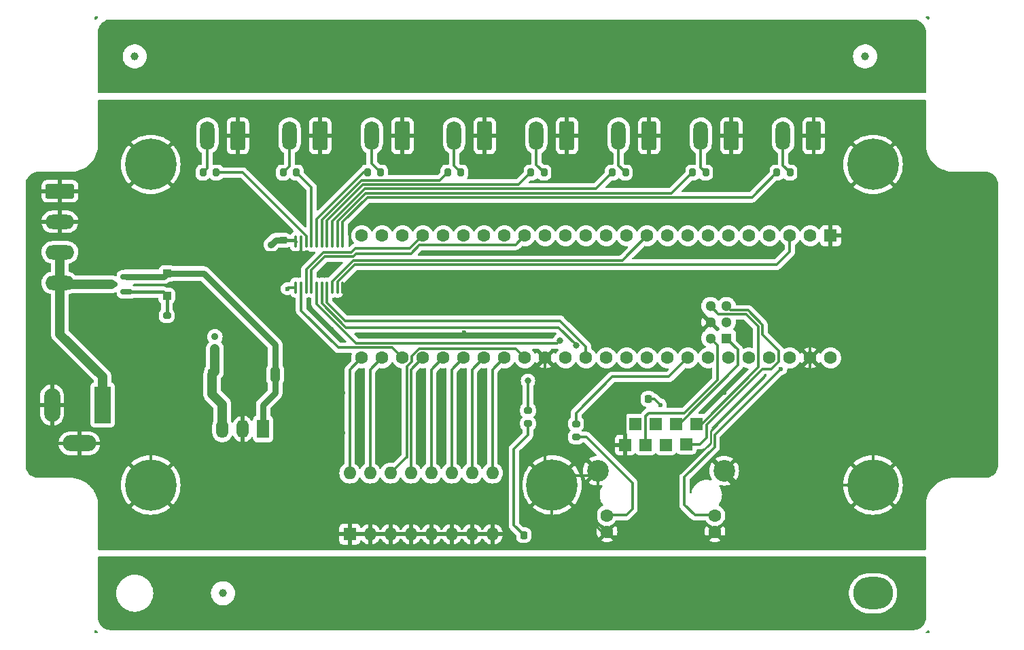
<source format=gbr>
%TF.GenerationSoftware,KiCad,Pcbnew,(7.0.0)*%
%TF.CreationDate,2023-04-18T13:38:52+09:00*%
%TF.ProjectId,Artnet_pixel_controller_Teensy-hardware,4172746e-6574-45f7-9069-78656c5f636f,v0.1.0*%
%TF.SameCoordinates,Original*%
%TF.FileFunction,Copper,L1,Top*%
%TF.FilePolarity,Positive*%
%FSLAX46Y46*%
G04 Gerber Fmt 4.6, Leading zero omitted, Abs format (unit mm)*
G04 Created by KiCad (PCBNEW (7.0.0)) date 2023-04-18 13:38:52*
%MOMM*%
%LPD*%
G01*
G04 APERTURE LIST*
G04 Aperture macros list*
%AMRoundRect*
0 Rectangle with rounded corners*
0 $1 Rounding radius*
0 $2 $3 $4 $5 $6 $7 $8 $9 X,Y pos of 4 corners*
0 Add a 4 corners polygon primitive as box body*
4,1,4,$2,$3,$4,$5,$6,$7,$8,$9,$2,$3,0*
0 Add four circle primitives for the rounded corners*
1,1,$1+$1,$2,$3*
1,1,$1+$1,$4,$5*
1,1,$1+$1,$6,$7*
1,1,$1+$1,$8,$9*
0 Add four rect primitives between the rounded corners*
20,1,$1+$1,$2,$3,$4,$5,0*
20,1,$1+$1,$4,$5,$6,$7,0*
20,1,$1+$1,$6,$7,$8,$9,0*
20,1,$1+$1,$8,$9,$2,$3,0*%
G04 Aperture macros list end*
%TA.AperFunction,SMDPad,CuDef*%
%ADD10RoundRect,0.225000X0.225000X0.250000X-0.225000X0.250000X-0.225000X-0.250000X0.225000X-0.250000X0*%
%TD*%
%TA.AperFunction,ComponentPad*%
%ADD11C,6.400000*%
%TD*%
%TA.AperFunction,ComponentPad*%
%ADD12RoundRect,0.250000X-1.550000X0.650000X-1.550000X-0.650000X1.550000X-0.650000X1.550000X0.650000X0*%
%TD*%
%TA.AperFunction,ComponentPad*%
%ADD13O,3.600000X1.800000*%
%TD*%
%TA.AperFunction,SMDPad,CuDef*%
%ADD14RoundRect,0.100000X0.100000X-0.637500X0.100000X0.637500X-0.100000X0.637500X-0.100000X-0.637500X0*%
%TD*%
%TA.AperFunction,SMDPad,CuDef*%
%ADD15RoundRect,0.200000X0.200000X0.275000X-0.200000X0.275000X-0.200000X-0.275000X0.200000X-0.275000X0*%
%TD*%
%TA.AperFunction,SMDPad,CuDef*%
%ADD16RoundRect,0.200000X0.275000X-0.200000X0.275000X0.200000X-0.275000X0.200000X-0.275000X-0.200000X0*%
%TD*%
%TA.AperFunction,SMDPad,CuDef*%
%ADD17C,1.000000*%
%TD*%
%TA.AperFunction,SMDPad,CuDef*%
%ADD18RoundRect,0.200000X-0.200000X-0.275000X0.200000X-0.275000X0.200000X0.275000X-0.200000X0.275000X0*%
%TD*%
%TA.AperFunction,ComponentPad*%
%ADD19R,2.000000X4.600000*%
%TD*%
%TA.AperFunction,ComponentPad*%
%ADD20O,2.000000X4.200000*%
%TD*%
%TA.AperFunction,ComponentPad*%
%ADD21O,4.200000X2.000000*%
%TD*%
%TA.AperFunction,SMDPad,CuDef*%
%ADD22RoundRect,0.250000X-0.300000X0.300000X-0.300000X-0.300000X0.300000X-0.300000X0.300000X0.300000X0*%
%TD*%
%TA.AperFunction,SMDPad,CuDef*%
%ADD23RoundRect,0.250000X0.325000X0.650000X-0.325000X0.650000X-0.325000X-0.650000X0.325000X-0.650000X0*%
%TD*%
%TA.AperFunction,ComponentPad*%
%ADD24R,1.600000X1.600000*%
%TD*%
%TA.AperFunction,ComponentPad*%
%ADD25C,1.600000*%
%TD*%
%TA.AperFunction,ComponentPad*%
%ADD26R,1.300000X1.300000*%
%TD*%
%TA.AperFunction,ComponentPad*%
%ADD27C,1.300000*%
%TD*%
%TA.AperFunction,ComponentPad*%
%ADD28O,1.600000X1.600000*%
%TD*%
%TA.AperFunction,ComponentPad*%
%ADD29RoundRect,0.250000X0.650000X1.550000X-0.650000X1.550000X-0.650000X-1.550000X0.650000X-1.550000X0*%
%TD*%
%TA.AperFunction,ComponentPad*%
%ADD30O,1.800000X3.600000*%
%TD*%
%TA.AperFunction,ComponentPad*%
%ADD31R,1.524000X1.524000*%
%TD*%
%TA.AperFunction,ComponentPad*%
%ADD32C,2.700000*%
%TD*%
%TA.AperFunction,WasherPad*%
%ADD33O,5.000000X4.000000*%
%TD*%
%TA.AperFunction,SMDPad,CuDef*%
%ADD34RoundRect,0.150000X0.587500X0.150000X-0.587500X0.150000X-0.587500X-0.150000X0.587500X-0.150000X0*%
%TD*%
%TA.AperFunction,ComponentPad*%
%ADD35R,1.500000X2.300000*%
%TD*%
%TA.AperFunction,ComponentPad*%
%ADD36O,1.500000X2.300000*%
%TD*%
%TA.AperFunction,SMDPad,CuDef*%
%ADD37RoundRect,0.250000X-0.250000X-0.475000X0.250000X-0.475000X0.250000X0.475000X-0.250000X0.475000X0*%
%TD*%
%TA.AperFunction,SMDPad,CuDef*%
%ADD38RoundRect,0.200000X-0.275000X0.200000X-0.275000X-0.200000X0.275000X-0.200000X0.275000X0.200000X0*%
%TD*%
%TA.AperFunction,SMDPad,CuDef*%
%ADD39RoundRect,0.225000X-0.250000X0.225000X-0.250000X-0.225000X0.250000X-0.225000X0.250000X0.225000X0*%
%TD*%
%TA.AperFunction,SMDPad,CuDef*%
%ADD40RoundRect,0.218750X0.218750X0.256250X-0.218750X0.256250X-0.218750X-0.256250X0.218750X-0.256250X0*%
%TD*%
%TA.AperFunction,ViaPad*%
%ADD41C,0.900000*%
%TD*%
%TA.AperFunction,ViaPad*%
%ADD42C,0.600000*%
%TD*%
%TA.AperFunction,ViaPad*%
%ADD43C,0.800000*%
%TD*%
%TA.AperFunction,Conductor*%
%ADD44C,0.800000*%
%TD*%
%TA.AperFunction,Conductor*%
%ADD45C,0.250000*%
%TD*%
%TA.AperFunction,Conductor*%
%ADD46C,0.300000*%
%TD*%
%TA.AperFunction,Conductor*%
%ADD47C,0.400000*%
%TD*%
%TA.AperFunction,Conductor*%
%ADD48C,1.200000*%
%TD*%
G04 APERTURE END LIST*
D10*
%TO.P,C3,1*%
%TO.N,Net-(J2-RCT)*%
X168025000Y-120750000D03*
%TO.P,C3,2*%
%TO.N,GND*%
X166475000Y-120750000D03*
%TD*%
D11*
%TO.P,H5,1,1*%
%TO.N,GND*%
X196000000Y-91500000D03*
%TD*%
D12*
%TO.P,J11,1,Pin_1*%
%TO.N,GND*%
X94682500Y-94840000D03*
D13*
%TO.P,J11,2,Pin_2*%
X94682499Y-98649999D03*
%TO.P,J11,3,Pin_3*%
%TO.N,Net-(J11-Pin_3)*%
X94682499Y-102459999D03*
%TO.P,J11,4,Pin_4*%
X94682499Y-106269999D03*
%TD*%
D14*
%TO.P,U3,1,A->B*%
%TO.N,+5V*%
X124075000Y-106862500D03*
%TO.P,U3,2,A0*%
%TO.N,/LED_8*%
X124725000Y-106862500D03*
%TO.P,U3,3,A1*%
%TO.N,/LED_7*%
X125375000Y-106862500D03*
%TO.P,U3,4,A2*%
%TO.N,/LED_6*%
X126025000Y-106862500D03*
%TO.P,U3,5,A3*%
%TO.N,/LED_5*%
X126675000Y-106862500D03*
%TO.P,U3,6,A4*%
%TO.N,/LED_4*%
X127325000Y-106862500D03*
%TO.P,U3,7,A5*%
%TO.N,/LED_3*%
X127975000Y-106862500D03*
%TO.P,U3,8,A6*%
%TO.N,/LED_2*%
X128625000Y-106862500D03*
%TO.P,U3,9,A7*%
%TO.N,/LED_1*%
X129275000Y-106862500D03*
%TO.P,U3,10,GND*%
%TO.N,GND*%
X129925000Y-106862500D03*
%TO.P,U3,11,B7*%
%TO.N,Net-(U3-B7)*%
X129925000Y-101137500D03*
%TO.P,U3,12,B6*%
%TO.N,Net-(U3-B6)*%
X129275000Y-101137500D03*
%TO.P,U3,13,B5*%
%TO.N,Net-(U3-B5)*%
X128625000Y-101137500D03*
%TO.P,U3,14,B4*%
%TO.N,Net-(U3-B4)*%
X127975000Y-101137500D03*
%TO.P,U3,15,B3*%
%TO.N,Net-(U3-B3)*%
X127325000Y-101137500D03*
%TO.P,U3,16,B2*%
%TO.N,Net-(U3-B2)*%
X126675000Y-101137500D03*
%TO.P,U3,17,B1*%
%TO.N,Net-(U3-B1)*%
X126025000Y-101137500D03*
%TO.P,U3,18,B0*%
%TO.N,Net-(U3-B0)*%
X125375000Y-101137500D03*
%TO.P,U3,19,CE*%
%TO.N,GND*%
X124725000Y-101137500D03*
%TO.P,U3,20,VCC*%
%TO.N,+5V*%
X124075000Y-101137500D03*
%TD*%
D15*
%TO.P,R3,1*%
%TO.N,Net-(U3-B0)*%
X114150000Y-92500000D03*
%TO.P,R3,2*%
%TO.N,Net-(J3-Pin_2)*%
X112500000Y-92500000D03*
%TD*%
D16*
%TO.P,R2,1*%
%TO.N,Net-(J2-Pad11)*%
X159000000Y-125500000D03*
%TO.P,R2,2*%
%TO.N,/LINK_LED*%
X159000000Y-123850000D03*
%TD*%
D17*
%TO.P,FID2,*%
%TO.N,*%
X104000000Y-78000000D03*
%TD*%
D18*
%TO.P,R9,1*%
%TO.N,Net-(U3-B6)*%
X173500000Y-92500000D03*
%TO.P,R9,2*%
%TO.N,Net-(J9-Pin_2)*%
X175150000Y-92500000D03*
%TD*%
D19*
%TO.P,J1,1*%
%TO.N,Net-(J11-Pin_3)*%
X99999999Y-121499999D03*
D20*
%TO.P,J1,2*%
%TO.N,GND*%
X93699999Y-121499999D03*
D21*
%TO.P,J1,3*%
X97099999Y-126299999D03*
%TD*%
D22*
%TO.P,D1,1,K*%
%TO.N,Net-(D1-K)*%
X108000000Y-105100000D03*
%TO.P,D1,2,A*%
%TO.N,Net-(D1-A)*%
X108000000Y-107900000D03*
%TD*%
D23*
%TO.P,C1,1*%
%TO.N,Net-(D1-K)*%
X121503000Y-117707500D03*
%TO.P,C1,2*%
%TO.N,GND*%
X118553000Y-117707500D03*
%TD*%
D11*
%TO.P,H6,1,1*%
%TO.N,GND*%
X196000000Y-131500000D03*
%TD*%
D24*
%TO.P,U2,1,GND*%
%TO.N,GND*%
X190709999Y-100379999D03*
D25*
%TO.P,U2,2,0*%
%TO.N,unconnected-(U2-0-Pad2)*%
X188170000Y-100380000D03*
%TO.P,U2,3,1*%
%TO.N,/LED_1*%
X185630000Y-100380000D03*
%TO.P,U2,4,2*%
%TO.N,unconnected-(U2-2-Pad4)*%
X183090000Y-100380000D03*
%TO.P,U2,5,3*%
%TO.N,unconnected-(U2-3-Pad5)*%
X180550000Y-100380000D03*
%TO.P,U2,6,4*%
%TO.N,unconnected-(U2-4-Pad6)*%
X178010000Y-100380000D03*
%TO.P,U2,7,5*%
%TO.N,unconnected-(U2-5-Pad7)*%
X175470000Y-100380000D03*
%TO.P,U2,8,6*%
%TO.N,unconnected-(U2-6-Pad8)*%
X172930000Y-100380000D03*
%TO.P,U2,9,7*%
%TO.N,unconnected-(U2-7-Pad9)*%
X170390000Y-100380000D03*
%TO.P,U2,10,8*%
%TO.N,/LED_2*%
X167850000Y-100380000D03*
%TO.P,U2,11,9*%
%TO.N,unconnected-(U2-9-Pad11)*%
X165310000Y-100380000D03*
%TO.P,U2,12,10*%
%TO.N,unconnected-(U2-10-Pad12)*%
X162770000Y-100380000D03*
%TO.P,U2,13,11*%
%TO.N,unconnected-(U2-11-Pad13)*%
X160230000Y-100380000D03*
%TO.P,U2,14,12*%
%TO.N,unconnected-(U2-12-Pad14)*%
X157690000Y-100380000D03*
%TO.P,U2,15,3.3V*%
%TO.N,unconnected-(U2-3.3V-Pad15)*%
X155150000Y-100380000D03*
%TO.P,U2,16,24*%
%TO.N,/LED_6*%
X152610000Y-100380000D03*
%TO.P,U2,17,25*%
%TO.N,unconnected-(U2-25-Pad17)*%
X150070000Y-100380000D03*
%TO.P,U2,18,26*%
%TO.N,unconnected-(U2-26-Pad18)*%
X147530000Y-100380000D03*
%TO.P,U2,19,27*%
%TO.N,unconnected-(U2-27-Pad19)*%
X144990000Y-100380000D03*
%TO.P,U2,20,28*%
%TO.N,unconnected-(U2-28-Pad20)*%
X142450000Y-100380000D03*
%TO.P,U2,21,29*%
%TO.N,/LED_7*%
X139910000Y-100380000D03*
%TO.P,U2,22,30*%
%TO.N,unconnected-(U2-30-Pad22)*%
X137370000Y-100380000D03*
%TO.P,U2,23,31*%
%TO.N,unconnected-(U2-31-Pad23)*%
X134830000Y-100380000D03*
%TO.P,U2,24,32*%
%TO.N,unconnected-(U2-32-Pad24)*%
X132290000Y-100380000D03*
%TO.P,U2,25,33*%
%TO.N,Net-(U2-33)*%
X132290000Y-115620000D03*
%TO.P,U2,26,34*%
%TO.N,Net-(U2-34)*%
X134830000Y-115620000D03*
%TO.P,U2,27,35*%
%TO.N,/LED_8*%
X137370000Y-115620000D03*
%TO.P,U2,28,36*%
%TO.N,Net-(U2-36)*%
X139910000Y-115620000D03*
%TO.P,U2,29,37*%
%TO.N,Net-(U2-37)*%
X142450000Y-115620000D03*
%TO.P,U2,30,38*%
%TO.N,Net-(U2-38)*%
X144990000Y-115620000D03*
%TO.P,U2,31,39*%
%TO.N,Net-(U2-39)*%
X147530000Y-115620000D03*
%TO.P,U2,32,40*%
%TO.N,Net-(U2-40)*%
X150070000Y-115620000D03*
%TO.P,U2,33,41*%
%TO.N,Net-(U2-41)*%
X152610000Y-115620000D03*
%TO.P,U2,34,GND*%
%TO.N,GND*%
X155150000Y-115620000D03*
%TO.P,U2,35,13*%
%TO.N,unconnected-(U2-13-Pad35)*%
X157690000Y-115620000D03*
%TO.P,U2,36,14*%
%TO.N,/LED_3*%
X160230000Y-115620000D03*
%TO.P,U2,37,15*%
%TO.N,unconnected-(U2-15-Pad37)*%
X162770000Y-115620000D03*
%TO.P,U2,38,16*%
%TO.N,unconnected-(U2-16-Pad38)*%
X165310000Y-115620000D03*
%TO.P,U2,39,17*%
%TO.N,/LED_4*%
X167850000Y-115620000D03*
%TO.P,U2,40,18*%
%TO.N,unconnected-(U2-18-Pad40)*%
X170390000Y-115620000D03*
%TO.P,U2,41,19*%
%TO.N,/LINK_LED*%
X172930000Y-115620000D03*
%TO.P,U2,42,20*%
%TO.N,/LED_5*%
X175470000Y-115620000D03*
%TO.P,U2,43,21*%
%TO.N,unconnected-(U2-21-Pad43)*%
X178010000Y-115620000D03*
%TO.P,U2,44,22*%
%TO.N,unconnected-(U2-22-Pad44)*%
X180550000Y-115620000D03*
%TO.P,U2,45,23*%
%TO.N,unconnected-(U2-23-Pad45)*%
X183090000Y-115620000D03*
%TO.P,U2,46,3.3V*%
%TO.N,unconnected-(U2-3.3V-Pad46)*%
X185630000Y-115620000D03*
%TO.P,U2,47,GND*%
%TO.N,GND*%
X188170000Y-115620000D03*
%TO.P,U2,48,VIN*%
%TO.N,+5V*%
X190710000Y-115620000D03*
D26*
%TO.P,U2,60,RX+*%
%TO.N,Net-(J2-RD+)*%
X177739999Y-113181599D03*
D27*
%TO.P,U2,61,LED*%
%TO.N,Net-(U2-LED)*%
X177740000Y-111181600D03*
%TO.P,U2,62,TX-*%
%TO.N,Net-(J2-TD-)*%
X177740000Y-109181600D03*
%TO.P,U2,63,TX+*%
%TO.N,Net-(J2-TD+)*%
X175740000Y-109181600D03*
%TO.P,U2,64,GND*%
%TO.N,GND*%
X175740000Y-111181600D03*
%TO.P,U2,65,RX-*%
%TO.N,Net-(J2-RD-)*%
X175740000Y-113181600D03*
%TD*%
D24*
%TO.P,SW1,1*%
%TO.N,GND*%
X130799999Y-137619999D03*
D28*
%TO.P,SW1,2*%
X133339999Y-137619999D03*
%TO.P,SW1,3*%
X135879999Y-137619999D03*
%TO.P,SW1,4*%
X138419999Y-137619999D03*
%TO.P,SW1,5*%
X140959999Y-137619999D03*
%TO.P,SW1,6*%
X143499999Y-137619999D03*
%TO.P,SW1,7*%
X146039999Y-137619999D03*
%TO.P,SW1,8*%
X148579999Y-137619999D03*
%TO.P,SW1,9*%
%TO.N,Net-(U2-40)*%
X148579999Y-129999999D03*
%TO.P,SW1,10*%
%TO.N,Net-(U2-39)*%
X146039999Y-129999999D03*
%TO.P,SW1,11*%
%TO.N,Net-(U2-38)*%
X143499999Y-129999999D03*
%TO.P,SW1,12*%
%TO.N,Net-(U2-37)*%
X140959999Y-129999999D03*
%TO.P,SW1,13*%
%TO.N,Net-(U2-36)*%
X138419999Y-129999999D03*
%TO.P,SW1,14*%
%TO.N,Net-(U2-41)*%
X135879999Y-129999999D03*
%TO.P,SW1,15*%
%TO.N,Net-(U2-34)*%
X133339999Y-129999999D03*
%TO.P,SW1,16*%
%TO.N,Net-(U2-33)*%
X130799999Y-129999999D03*
%TD*%
D29*
%TO.P,J6,1,Pin_1*%
%TO.N,GND*%
X147600000Y-87932500D03*
D30*
%TO.P,J6,2,Pin_2*%
%TO.N,Net-(J6-Pin_2)*%
X143789999Y-87932499D03*
%TD*%
D29*
%TO.P,J5,1,Pin_1*%
%TO.N,GND*%
X137350000Y-87932500D03*
D30*
%TO.P,J5,2,Pin_2*%
%TO.N,Net-(J5-Pin_2)*%
X133539999Y-87932499D03*
%TD*%
D18*
%TO.P,R5,1*%
%TO.N,Net-(U3-B2)*%
X133000000Y-92500000D03*
%TO.P,R5,2*%
%TO.N,Net-(J5-Pin_2)*%
X134650000Y-92500000D03*
%TD*%
D11*
%TO.P,H1,1,1*%
%TO.N,GND*%
X106000000Y-91500000D03*
%TD*%
D31*
%TO.P,J2,1,TD+*%
%TO.N,Net-(J2-TD+)*%
X173999999Y-123859999D03*
%TO.P,J2,2,TD-*%
%TO.N,Net-(J2-TD-)*%
X172729999Y-126399999D03*
%TO.P,J2,3,RD+*%
%TO.N,Net-(J2-RD+)*%
X171459999Y-123859999D03*
%TO.P,J2,4,TCT*%
%TO.N,Net-(J2-RCT)*%
X170189999Y-126489999D03*
%TO.P,J2,5,RCT*%
X168919999Y-123859999D03*
%TO.P,J2,6,RD-*%
%TO.N,Net-(J2-RD-)*%
X167649999Y-126489999D03*
%TO.P,J2,7*%
%TO.N,N/C*%
X166379999Y-123859999D03*
%TO.P,J2,8*%
%TO.N,GND*%
X165109999Y-126489999D03*
D25*
%TO.P,J2,9*%
%TO.N,Net-(U2-LED)*%
X176285000Y-135290000D03*
%TO.P,J2,10*%
%TO.N,GND*%
X176285000Y-137320000D03*
%TO.P,J2,11*%
%TO.N,Net-(J2-Pad11)*%
X162835000Y-135290000D03*
%TO.P,J2,12*%
%TO.N,GND*%
X162835000Y-137320000D03*
D32*
%TO.P,J2,13*%
X177435000Y-129700000D03*
X161685000Y-129700000D03*
%TD*%
D11*
%TO.P,H4,1,1*%
%TO.N,GND*%
X156000000Y-131500000D03*
%TD*%
D29*
%TO.P,J9,1,Pin_1*%
%TO.N,GND*%
X178350000Y-87932500D03*
D30*
%TO.P,J9,2,Pin_2*%
%TO.N,Net-(J9-Pin_2)*%
X174539999Y-87932499D03*
%TD*%
D15*
%TO.P,R4,1*%
%TO.N,Net-(U3-B1)*%
X124150000Y-92500000D03*
%TO.P,R4,2*%
%TO.N,Net-(J4-Pin_2)*%
X122500000Y-92500000D03*
%TD*%
D33*
%TO.P,H7,*%
%TO.N,*%
X195999999Y-144999999D03*
%TD*%
D18*
%TO.P,R6,1*%
%TO.N,Net-(U3-B3)*%
X143000000Y-92500000D03*
%TO.P,R6,2*%
%TO.N,Net-(J6-Pin_2)*%
X144650000Y-92500000D03*
%TD*%
D34*
%TO.P,Q1,1,G*%
%TO.N,Net-(D1-A)*%
X103000000Y-107400000D03*
%TO.P,Q1,2,S*%
%TO.N,Net-(D1-K)*%
X103000000Y-105500000D03*
%TO.P,Q1,3,D*%
%TO.N,Net-(J11-Pin_3)*%
X101125000Y-106450000D03*
%TD*%
D18*
%TO.P,R8,1*%
%TO.N,Net-(U3-B5)*%
X163500000Y-92500000D03*
%TO.P,R8,2*%
%TO.N,Net-(J8-Pin_2)*%
X165150000Y-92500000D03*
%TD*%
D29*
%TO.P,J4,1,Pin_1*%
%TO.N,GND*%
X127100000Y-87932500D03*
D30*
%TO.P,J4,2,Pin_2*%
%TO.N,Net-(J4-Pin_2)*%
X123289999Y-87932499D03*
%TD*%
D17*
%TO.P,FID3,*%
%TO.N,*%
X195000000Y-78000000D03*
%TD*%
%TO.P,FID1,*%
%TO.N,*%
X115000000Y-145000000D03*
%TD*%
D29*
%TO.P,J8,1,Pin_1*%
%TO.N,GND*%
X168100000Y-87932500D03*
D30*
%TO.P,J8,2,Pin_2*%
%TO.N,Net-(J8-Pin_2)*%
X164289999Y-87932499D03*
%TD*%
D29*
%TO.P,J7,1,Pin_1*%
%TO.N,GND*%
X157850000Y-87932500D03*
D30*
%TO.P,J7,2,Pin_2*%
%TO.N,Net-(J7-Pin_2)*%
X154039999Y-87932499D03*
%TD*%
D35*
%TO.P,U1,1,IN*%
%TO.N,Net-(D1-K)*%
X119999999Y-124499999D03*
D36*
%TO.P,U1,2,GND*%
%TO.N,GND*%
X117459999Y-124499999D03*
%TO.P,U1,3,OUT*%
%TO.N,+5V*%
X114919999Y-124499999D03*
%TD*%
D37*
%TO.P,C2,1*%
%TO.N,+5V*%
X113653000Y-117707500D03*
%TO.P,C2,2*%
%TO.N,GND*%
X115553000Y-117707500D03*
%TD*%
D11*
%TO.P,H2,1,1*%
%TO.N,GND*%
X106000000Y-131500000D03*
%TD*%
D38*
%TO.P,R11,1*%
%TO.N,+5V*%
X153000000Y-122175000D03*
%TO.P,R11,2*%
%TO.N,Net-(D2-A)*%
X153000000Y-123825000D03*
%TD*%
D29*
%TO.P,J3,1,Pin_1*%
%TO.N,GND*%
X116850000Y-87932500D03*
D30*
%TO.P,J3,2,Pin_2*%
%TO.N,Net-(J3-Pin_2)*%
X113039999Y-87932499D03*
%TD*%
D29*
%TO.P,J10,1,Pin_1*%
%TO.N,GND*%
X188600000Y-87932500D03*
D30*
%TO.P,J10,2,Pin_2*%
%TO.N,Net-(J10-Pin_2)*%
X184789999Y-87932499D03*
%TD*%
D38*
%TO.P,R1,1*%
%TO.N,Net-(D1-A)*%
X108000000Y-110350000D03*
%TO.P,R1,2*%
%TO.N,GND*%
X108000000Y-112000000D03*
%TD*%
D18*
%TO.P,R10,1*%
%TO.N,Net-(U3-B7)*%
X184000000Y-92500000D03*
%TO.P,R10,2*%
%TO.N,Net-(J10-Pin_2)*%
X185650000Y-92500000D03*
%TD*%
D39*
%TO.P,C4,1*%
%TO.N,+5V*%
X122500000Y-100950000D03*
%TO.P,C4,2*%
%TO.N,GND*%
X122500000Y-102500000D03*
%TD*%
D40*
%TO.P,D2,1,K*%
%TO.N,GND*%
X154037500Y-137750000D03*
%TO.P,D2,2,A*%
%TO.N,Net-(D2-A)*%
X152462500Y-137750000D03*
%TD*%
D18*
%TO.P,R7,1*%
%TO.N,Net-(U3-B4)*%
X153350000Y-92500000D03*
%TO.P,R7,2*%
%TO.N,Net-(J7-Pin_2)*%
X155000000Y-92500000D03*
%TD*%
D41*
%TO.N,+5V*%
X114000000Y-113000000D03*
D42*
%TO.N,GND*%
X125000000Y-130000000D03*
X100000000Y-105000000D03*
X190000000Y-110000000D03*
X120000000Y-115000000D03*
X145000000Y-125000000D03*
X140000000Y-102500000D03*
X110000000Y-95000000D03*
X185000000Y-110000000D03*
X170000000Y-130000000D03*
X105000000Y-120000000D03*
X180000000Y-105000000D03*
X130000000Y-125000000D03*
X135000000Y-125000000D03*
X117500000Y-107500000D03*
X128500000Y-112000000D03*
X122500000Y-112500000D03*
X210000000Y-120000000D03*
X155000000Y-120000000D03*
X140000000Y-125000000D03*
X210000000Y-130000000D03*
X120000000Y-135000000D03*
X195000000Y-115000000D03*
X131500000Y-110000000D03*
X100000000Y-95000000D03*
X105000000Y-125000000D03*
X160000000Y-102500000D03*
X145000000Y-112500000D03*
X180000000Y-97500000D03*
X115000000Y-95000000D03*
X160000000Y-90000000D03*
X190000000Y-120000000D03*
X165000000Y-105000000D03*
X128500000Y-115000000D03*
X153000000Y-98000000D03*
X150000000Y-105000000D03*
X165000000Y-125000000D03*
X210000000Y-105000000D03*
X115000000Y-110000000D03*
X180000000Y-102500000D03*
X115000000Y-100000000D03*
X170000000Y-102500000D03*
X185000000Y-105000000D03*
X136000000Y-99000000D03*
X160000000Y-105000000D03*
X115000000Y-105000000D03*
X195000000Y-110000000D03*
X150000000Y-90000000D03*
X147500000Y-125000000D03*
X210000000Y-100000000D03*
X210000000Y-110000000D03*
X210000000Y-95000000D03*
X130000000Y-120000000D03*
X100000000Y-100000000D03*
X142500000Y-125000000D03*
X120000000Y-130000000D03*
X195000000Y-120000000D03*
X210000000Y-125000000D03*
X125000000Y-125000000D03*
X170000000Y-90000000D03*
X128500000Y-104500000D03*
X117500000Y-115000000D03*
X110000000Y-110000000D03*
X110000000Y-100000000D03*
X140000000Y-120000000D03*
X117500000Y-105000000D03*
X110000000Y-115000000D03*
X162500000Y-112500000D03*
X185000000Y-120000000D03*
X150000000Y-125000000D03*
X155000000Y-105000000D03*
X150000000Y-135000000D03*
X170000000Y-105000000D03*
X175000000Y-105000000D03*
X120000000Y-90000000D03*
X155000000Y-102500000D03*
X110000000Y-120000000D03*
X115000000Y-135000000D03*
X163000000Y-98000000D03*
X105000000Y-115000000D03*
X140000000Y-90000000D03*
X180000000Y-90000000D03*
X180128664Y-113105480D03*
X146000000Y-99000000D03*
X125000000Y-120000000D03*
X172500000Y-120000000D03*
X175000000Y-102500000D03*
X135000000Y-120000000D03*
X185000000Y-95000000D03*
X155000000Y-125000000D03*
X150000000Y-120000000D03*
X172500000Y-110000000D03*
X110000000Y-125000000D03*
X195000000Y-105000000D03*
X100000000Y-110000000D03*
X135000000Y-105000000D03*
X210000000Y-115000000D03*
X100000000Y-115000000D03*
X122500000Y-110000000D03*
X147500000Y-120000000D03*
X145000000Y-105000000D03*
X140000000Y-105000000D03*
X142500000Y-120000000D03*
X115000000Y-130000000D03*
X170000000Y-112500000D03*
X105000000Y-110000000D03*
X105000000Y-100000000D03*
X145000000Y-120000000D03*
X165000000Y-120000000D03*
X177500000Y-120000000D03*
X150000000Y-102500000D03*
X125500000Y-102500000D03*
X131500000Y-106000000D03*
X125000000Y-115000000D03*
X170000000Y-135000000D03*
X130000000Y-90000000D03*
X145000000Y-102500000D03*
X190000000Y-105000000D03*
X132000000Y-123000000D03*
D43*
%TO.N,+5V*%
X153000000Y-118500000D03*
D41*
X121000000Y-101500000D03*
X114000000Y-114500000D03*
D42*
X123000000Y-107000000D03*
%TO.N,Net-(J2-RCT)*%
X169500000Y-121500000D03*
%TO.N,Net-(U2-LED)*%
X184500000Y-117000000D03*
D43*
%TO.N,/LED_5*%
X157000000Y-113500000D03*
%TO.N,/LED_4*%
X158970023Y-114029977D03*
%TD*%
D44*
%TO.N,Net-(D1-K)*%
X120000000Y-124500000D02*
X120000000Y-121500000D01*
X121503000Y-114003000D02*
X121503000Y-117707500D01*
X112600000Y-105100000D02*
X121503000Y-114003000D01*
X121500000Y-117710500D02*
X121503000Y-117707500D01*
X120000000Y-121500000D02*
X121500000Y-120000000D01*
X103000000Y-105500000D02*
X107600000Y-105500000D01*
X108000000Y-105100000D02*
X112600000Y-105100000D01*
X107600000Y-105500000D02*
X108000000Y-105100000D01*
X121500000Y-120000000D02*
X121500000Y-117710500D01*
D45*
%TO.N,GND*%
X94682500Y-94840000D02*
X94682500Y-98650000D01*
X175750000Y-124750000D02*
X182500000Y-118000000D01*
D46*
X156000000Y-131500000D02*
X157160000Y-130340000D01*
X176285000Y-137960000D02*
X182040000Y-137960000D01*
X130800000Y-137620000D02*
X112120000Y-137620000D01*
D45*
X170000000Y-130000000D02*
X172000000Y-130000000D01*
D46*
X179000000Y-131905000D02*
X177435000Y-130340000D01*
X122500000Y-102500000D02*
X101500000Y-102500000D01*
X162835000Y-137960000D02*
X176285000Y-137960000D01*
X161500000Y-136625000D02*
X161500000Y-134500000D01*
X162835000Y-137960000D02*
X161500000Y-136625000D01*
D47*
X129925000Y-106862500D02*
X130637500Y-106862500D01*
D46*
X188170000Y-115620000D02*
X188170000Y-108830000D01*
X108000000Y-119000000D02*
X106000000Y-121000000D01*
X166475000Y-120750000D02*
X165110000Y-122115000D01*
X118553000Y-117707500D02*
X118553000Y-119867000D01*
X155150000Y-115620000D02*
X155150000Y-119850000D01*
X112120000Y-137620000D02*
X106000000Y-131500000D01*
X190710000Y-106290000D02*
X190710000Y-100380000D01*
X124500000Y-102500000D02*
X122500000Y-102500000D01*
X146040000Y-137620000D02*
X143500000Y-137620000D01*
X155150000Y-125150000D02*
X155150000Y-130650000D01*
X155150000Y-120150000D02*
X155150000Y-124850000D01*
X161500000Y-134500000D02*
X161685000Y-134315000D01*
X115553000Y-117707500D02*
X115553000Y-119053000D01*
X188170000Y-115620000D02*
X188170000Y-119670000D01*
X148580000Y-137620000D02*
X146040000Y-137620000D01*
X154037500Y-137750000D02*
X155212500Y-137750000D01*
X133340000Y-137620000D02*
X135880000Y-137620000D01*
X101500000Y-102500000D02*
X97650000Y-98650000D01*
X155150000Y-130650000D02*
X156000000Y-131500000D01*
D47*
X171420900Y-106862500D02*
X175740000Y-111181600D01*
D46*
X135880000Y-137620000D02*
X138420000Y-137620000D01*
D45*
X165110000Y-125110000D02*
X165000000Y-125000000D01*
D46*
X155150000Y-119850000D02*
X155000000Y-120000000D01*
X179000000Y-137500000D02*
X179000000Y-131905000D01*
X188170000Y-108830000D02*
X190710000Y-106290000D01*
X155212500Y-137750000D02*
X156000000Y-136962500D01*
X161685000Y-134315000D02*
X161685000Y-130340000D01*
X124725000Y-101137500D02*
X124725000Y-102275000D01*
X188500000Y-131500000D02*
X196000000Y-131500000D01*
D45*
X175750000Y-126250000D02*
X175750000Y-124750000D01*
D46*
X156000000Y-136962500D02*
X156000000Y-131500000D01*
X118553000Y-119867000D02*
X117460000Y-120960000D01*
D45*
X172000000Y-130000000D02*
X175750000Y-126250000D01*
D46*
X155150000Y-124850000D02*
X155000000Y-125000000D01*
X115553000Y-119053000D02*
X117460000Y-120960000D01*
D45*
X165110000Y-126490000D02*
X165110000Y-125110000D01*
D46*
X124725000Y-102275000D02*
X124500000Y-102500000D01*
X176285000Y-137960000D02*
X178540000Y-137960000D01*
D47*
X129925000Y-106862500D02*
X171420900Y-106862500D01*
D46*
X155000000Y-125000000D02*
X155150000Y-125150000D01*
X178540000Y-137960000D02*
X179000000Y-137500000D01*
X196000000Y-127500000D02*
X196000000Y-131500000D01*
X188170000Y-119670000D02*
X196000000Y-127500000D01*
X165110000Y-122115000D02*
X165110000Y-124890000D01*
X157160000Y-130340000D02*
X161685000Y-130340000D01*
X117460000Y-120960000D02*
X117460000Y-124500000D01*
X155000000Y-120000000D02*
X155150000Y-120150000D01*
X97650000Y-98650000D02*
X94682500Y-98650000D01*
X108000000Y-112000000D02*
X108000000Y-119000000D01*
D47*
X125500000Y-102500000D02*
X124500000Y-102500000D01*
D46*
X165110000Y-124890000D02*
X165000000Y-125000000D01*
X182040000Y-137960000D02*
X188500000Y-131500000D01*
X138420000Y-137620000D02*
X140960000Y-137620000D01*
X143500000Y-137620000D02*
X140960000Y-137620000D01*
X130800000Y-137620000D02*
X133340000Y-137620000D01*
D47*
X130637500Y-106862500D02*
X131500000Y-106000000D01*
D46*
X106000000Y-121000000D02*
X106000000Y-131500000D01*
D45*
X182500000Y-118000000D02*
X182500000Y-117750000D01*
D46*
%TO.N,+5V*%
X153000000Y-122175000D02*
X153000000Y-118500000D01*
D47*
X122500000Y-100950000D02*
X123887500Y-100950000D01*
D48*
X113653000Y-117707500D02*
X113653000Y-120153000D01*
X113653000Y-120153000D02*
X114920000Y-121420000D01*
X114920000Y-121420000D02*
X114920000Y-124500000D01*
D47*
X123887500Y-100950000D02*
X124075000Y-101137500D01*
D44*
X121550000Y-100950000D02*
X121000000Y-101500000D01*
D48*
X114000000Y-114500000D02*
X114000000Y-117360500D01*
D46*
X124075000Y-106862500D02*
X123137500Y-106862500D01*
D48*
X114000000Y-117360500D02*
X113653000Y-117707500D01*
D46*
X123137500Y-106862500D02*
X123000000Y-107000000D01*
D44*
X122500000Y-100950000D02*
X121550000Y-100950000D01*
D46*
%TO.N,Net-(J2-RCT)*%
X168750000Y-120750000D02*
X169500000Y-121500000D01*
X168025000Y-120750000D02*
X168750000Y-120750000D01*
D47*
%TO.N,Net-(D1-A)*%
X107500000Y-107400000D02*
X108000000Y-107900000D01*
X108000000Y-110350000D02*
X108000000Y-107900000D01*
X103000000Y-107400000D02*
X107500000Y-107400000D01*
D46*
%TO.N,Net-(D2-A)*%
X152462500Y-137750000D02*
X152462500Y-137712500D01*
X152462500Y-137712500D02*
X151250000Y-136500000D01*
X153000000Y-125250000D02*
X153000000Y-123825000D01*
X151250000Y-127000000D02*
X153000000Y-125250000D01*
X151250000Y-136500000D02*
X151250000Y-127000000D01*
D48*
%TO.N,Net-(J11-Pin_3)*%
X94682500Y-106270000D02*
X94682500Y-102460000D01*
X94682500Y-112682500D02*
X94682500Y-106270000D01*
X101125000Y-106450000D02*
X94862500Y-106450000D01*
X100000000Y-118000000D02*
X94682500Y-112682500D01*
X100000000Y-121500000D02*
X100000000Y-118000000D01*
X94862500Y-106450000D02*
X94682500Y-106270000D01*
D46*
%TO.N,Net-(J2-TD+)*%
X174000000Y-123860000D02*
X174640000Y-123860000D01*
X174000000Y-124360000D02*
X174000000Y-123860000D01*
X180181600Y-110181600D02*
X176740000Y-110181600D01*
X176740000Y-110181600D02*
X175740000Y-109181600D01*
X181700000Y-116800000D02*
X181700000Y-111700000D01*
X181700000Y-111700000D02*
X180181600Y-110181600D01*
X174640000Y-123860000D02*
X181700000Y-116800000D01*
%TO.N,Net-(J2-TD-)*%
X175250000Y-123957106D02*
X182207106Y-117000000D01*
X180388706Y-109681600D02*
X178240000Y-109681600D01*
X178240000Y-109681600D02*
X177740000Y-109181600D01*
X182200000Y-111492894D02*
X180388706Y-109681600D01*
X183336346Y-117000000D02*
X184240000Y-116096346D01*
X184240000Y-116096346D02*
X184240000Y-114740000D01*
X182207106Y-117000000D02*
X183336346Y-117000000D01*
X174432000Y-126400000D02*
X175250000Y-125582000D01*
X172730000Y-126400000D02*
X174432000Y-126400000D01*
X182200000Y-112700000D02*
X182200000Y-111492894D01*
X175250000Y-125582000D02*
X175250000Y-123957106D01*
X184240000Y-114740000D02*
X182200000Y-112700000D01*
%TO.N,Net-(J2-RD+)*%
X179160000Y-116547106D02*
X179160000Y-114601600D01*
X171847106Y-123860000D02*
X179160000Y-116547106D01*
X171460000Y-123860000D02*
X171847106Y-123860000D01*
X179160000Y-114601600D02*
X177740000Y-113181600D01*
%TO.N,Net-(J2-RD-)*%
X167650000Y-122906000D02*
X168056000Y-122500000D01*
X172500000Y-122500000D02*
X176620000Y-118380000D01*
X168056000Y-122500000D02*
X172500000Y-122500000D01*
X176620000Y-118380000D02*
X176620000Y-114061600D01*
X167650000Y-122906000D02*
X167650000Y-126490000D01*
X176620000Y-114061600D02*
X175740000Y-113181600D01*
%TO.N,Net-(U2-LED)*%
X184500000Y-117000000D02*
X176250000Y-125250000D01*
X176245000Y-135250000D02*
X176285000Y-135290000D01*
X172500000Y-130500000D02*
X172500000Y-133965619D01*
X172500000Y-133965619D02*
X173784381Y-135250000D01*
X173784381Y-135250000D02*
X176245000Y-135250000D01*
X176250000Y-126750000D02*
X172500000Y-130500000D01*
X176250000Y-125250000D02*
X176250000Y-126750000D01*
%TO.N,Net-(J2-Pad11)*%
X160250000Y-125500000D02*
X166000000Y-131250000D01*
X159000000Y-125500000D02*
X160250000Y-125500000D01*
X166000000Y-131250000D02*
X166000000Y-134500000D01*
X165250000Y-135250000D02*
X162875000Y-135250000D01*
X162875000Y-135250000D02*
X162835000Y-135290000D01*
X166000000Y-134500000D02*
X165250000Y-135250000D01*
%TO.N,Net-(J3-Pin_2)*%
X113040000Y-91960000D02*
X113040000Y-87932500D01*
X112500000Y-92500000D02*
X113040000Y-91960000D01*
%TO.N,Net-(J4-Pin_2)*%
X122500000Y-92500000D02*
X123290000Y-91710000D01*
X123290000Y-91710000D02*
X123290000Y-87932500D01*
%TO.N,Net-(J5-Pin_2)*%
X134650000Y-92500000D02*
X133540000Y-91390000D01*
X133540000Y-91390000D02*
X133540000Y-87932500D01*
%TO.N,Net-(J6-Pin_2)*%
X143790000Y-91640000D02*
X143790000Y-87932500D01*
X144650000Y-92500000D02*
X143790000Y-91640000D01*
%TO.N,Net-(J7-Pin_2)*%
X155000000Y-92500000D02*
X154040000Y-91540000D01*
X154040000Y-91540000D02*
X154040000Y-87932500D01*
%TO.N,Net-(J8-Pin_2)*%
X164290000Y-91640000D02*
X164290000Y-87932500D01*
X165150000Y-92500000D02*
X164290000Y-91640000D01*
%TO.N,Net-(J9-Pin_2)*%
X174540000Y-91890000D02*
X174540000Y-87932500D01*
X175150000Y-92500000D02*
X174540000Y-91890000D01*
%TO.N,Net-(J10-Pin_2)*%
X185650000Y-92500000D02*
X184790000Y-91640000D01*
X184790000Y-91640000D02*
X184790000Y-87932500D01*
%TO.N,/LINK_LED*%
X172930000Y-115620000D02*
X170550000Y-118000000D01*
X163500000Y-118000000D02*
X159000000Y-122500000D01*
X170550000Y-118000000D02*
X163500000Y-118000000D01*
X159000000Y-122500000D02*
X159000000Y-123850000D01*
%TO.N,Net-(U3-B0)*%
X117461396Y-92500000D02*
X114150000Y-92500000D01*
X125375000Y-100413604D02*
X117461396Y-92500000D01*
X125375000Y-101137500D02*
X125375000Y-100413604D01*
%TO.N,Net-(U3-B1)*%
X126025000Y-101137500D02*
X126025000Y-94375000D01*
X126025000Y-94375000D02*
X124150000Y-92500000D01*
%TO.N,Net-(U3-B2)*%
X126675000Y-98325000D02*
X132500000Y-92500000D01*
X126675000Y-101137500D02*
X126675000Y-98325000D01*
X132500000Y-92500000D02*
X133000000Y-92500000D01*
%TO.N,Net-(U3-B3)*%
X127325000Y-101137500D02*
X127325000Y-98432364D01*
X142000000Y-93500000D02*
X143000000Y-92500000D01*
X132257364Y-93500000D02*
X142000000Y-93500000D01*
X127325000Y-98432364D02*
X132257364Y-93500000D01*
%TO.N,Net-(U3-B4)*%
X127975000Y-98489470D02*
X132464470Y-94000000D01*
X132464470Y-94000000D02*
X151850000Y-94000000D01*
X127975000Y-101137500D02*
X127975000Y-98489470D01*
X151850000Y-94000000D02*
X153350000Y-92500000D01*
%TO.N,Net-(U3-B5)*%
X128625000Y-101137500D02*
X128625000Y-98546576D01*
X132671576Y-94500000D02*
X161500000Y-94500000D01*
X128625000Y-98546576D02*
X132671576Y-94500000D01*
X161500000Y-94500000D02*
X163500000Y-92500000D01*
%TO.N,Net-(U3-B6)*%
X129275000Y-98603682D02*
X132775129Y-95103553D01*
X170896447Y-95103553D02*
X173500000Y-92500000D01*
X132775129Y-95103553D02*
X170896447Y-95103553D01*
X129275000Y-101137500D02*
X129275000Y-98603682D01*
%TO.N,Net-(U3-B7)*%
X129925000Y-101137500D02*
X129925000Y-98660788D01*
X180896447Y-95603553D02*
X184000000Y-92500000D01*
X129925000Y-98660788D02*
X132982235Y-95603553D01*
X132982235Y-95603553D02*
X180896447Y-95603553D01*
%TO.N,Net-(U2-41)*%
X137920000Y-128000000D02*
X137880000Y-128000000D01*
X152610000Y-115620000D02*
X151460000Y-114470000D01*
X138520000Y-116096346D02*
X137920000Y-116696346D01*
X137920000Y-116696346D02*
X137920000Y-128000000D01*
X138520000Y-115383654D02*
X138520000Y-116096346D01*
X151460000Y-114470000D02*
X139433654Y-114470000D01*
X137880000Y-128000000D02*
X135880000Y-130000000D01*
X139433654Y-114470000D02*
X138520000Y-115383654D01*
%TO.N,/LED_1*%
X131413604Y-104000000D02*
X184000000Y-104000000D01*
X184000000Y-104000000D02*
X185630000Y-102370000D01*
X129275000Y-106862500D02*
X129275000Y-106138604D01*
X185630000Y-102370000D02*
X185630000Y-100380000D01*
X129275000Y-106138604D02*
X131413604Y-104000000D01*
%TO.N,/LED_8*%
X124725000Y-109725000D02*
X129350000Y-114350000D01*
X136100000Y-114350000D02*
X137370000Y-115620000D01*
X124725000Y-106862500D02*
X124725000Y-109725000D01*
X129350000Y-114350000D02*
X136100000Y-114350000D01*
%TO.N,/LED_5*%
X126675000Y-108925000D02*
X131600000Y-113850000D01*
X126675000Y-106862500D02*
X126675000Y-108925000D01*
X156650000Y-113850000D02*
X157000000Y-113500000D01*
X131600000Y-113850000D02*
X156650000Y-113850000D01*
%TO.N,/LED_3*%
X157000000Y-111000000D02*
X160230000Y-114230000D01*
X127975000Y-108767894D02*
X130207106Y-111000000D01*
X127975000Y-106862500D02*
X127975000Y-108767894D01*
X130207106Y-111000000D02*
X157000000Y-111000000D01*
X160230000Y-114230000D02*
X160230000Y-115620000D01*
%TO.N,/LED_4*%
X127325000Y-108825000D02*
X130350000Y-111850000D01*
X159000000Y-114000000D02*
X158970023Y-114029977D01*
X127325000Y-106862500D02*
X127325000Y-108825000D01*
X130350000Y-111850000D02*
X156850000Y-111850000D01*
X156850000Y-111850000D02*
X159000000Y-114000000D01*
%TO.N,/LED_2*%
X128625000Y-106081498D02*
X131206498Y-103500000D01*
X131206498Y-103500000D02*
X164730000Y-103500000D01*
X128625000Y-106862500D02*
X128625000Y-106081498D01*
X164730000Y-103500000D02*
X167850000Y-100380000D01*
%TO.N,/LED_6*%
X139470000Y-101530000D02*
X138396447Y-102603553D01*
X152610000Y-100380000D02*
X151460000Y-101530000D01*
X127707106Y-103000000D02*
X126025000Y-104682106D01*
X151460000Y-101530000D02*
X139470000Y-101530000D01*
X138396447Y-102603553D02*
X131603553Y-102603553D01*
X131207106Y-103000000D02*
X127707106Y-103000000D01*
X126025000Y-104682106D02*
X126025000Y-106862500D01*
X131603553Y-102603553D02*
X131207106Y-103000000D01*
%TO.N,/LED_7*%
X127500000Y-102500000D02*
X131000000Y-102500000D01*
X138290000Y-102000000D02*
X139910000Y-100380000D01*
X125375000Y-104625000D02*
X127500000Y-102500000D01*
X131000000Y-102500000D02*
X131500000Y-102000000D01*
X125375000Y-106862500D02*
X125375000Y-104625000D01*
X131500000Y-102000000D02*
X138290000Y-102000000D01*
%TO.N,Net-(U2-33)*%
X130800000Y-117110000D02*
X132290000Y-115620000D01*
X130800000Y-130000000D02*
X130800000Y-117110000D01*
%TO.N,Net-(U2-34)*%
X133340000Y-130000000D02*
X133340000Y-117110000D01*
X133340000Y-117110000D02*
X134830000Y-115620000D01*
%TO.N,Net-(U2-36)*%
X138420000Y-117110000D02*
X139910000Y-115620000D01*
X138420000Y-130000000D02*
X138420000Y-117110000D01*
%TO.N,Net-(U2-37)*%
X140960000Y-130000000D02*
X140960000Y-117110000D01*
X140960000Y-117110000D02*
X142450000Y-115620000D01*
%TO.N,Net-(U2-38)*%
X143500000Y-117110000D02*
X144990000Y-115620000D01*
X143500000Y-130000000D02*
X143500000Y-117110000D01*
%TO.N,Net-(U2-39)*%
X146040000Y-130000000D02*
X146040000Y-117110000D01*
X146040000Y-117110000D02*
X147530000Y-115620000D01*
%TO.N,Net-(U2-40)*%
X148580000Y-130000000D02*
X148580000Y-117110000D01*
X148580000Y-117110000D02*
X150070000Y-115620000D01*
%TD*%
%TA.AperFunction,Conductor*%
%TO.N,GND*%
G36*
X147303308Y-116905635D02*
G01*
X147530000Y-116925468D01*
X147756692Y-116905635D01*
X147774303Y-116900915D01*
X147834396Y-116899890D01*
X147887912Y-116927244D01*
X147922279Y-116976551D01*
X147928418Y-117027823D01*
X147929500Y-117027823D01*
X147929500Y-117049046D01*
X147927973Y-117068445D01*
X147925873Y-117081697D01*
X147925872Y-117081704D01*
X147924653Y-117089405D01*
X147925387Y-117097170D01*
X147925387Y-117097172D01*
X147928950Y-117134860D01*
X147929500Y-117146530D01*
X147929500Y-128803317D01*
X147915489Y-128860574D01*
X147876623Y-128904892D01*
X147745296Y-128996847D01*
X147745291Y-128996850D01*
X147740861Y-128999953D01*
X147737037Y-129003776D01*
X147737031Y-129003782D01*
X147583782Y-129157031D01*
X147583776Y-129157037D01*
X147579953Y-129160861D01*
X147576850Y-129165291D01*
X147576847Y-129165296D01*
X147452540Y-129342826D01*
X147452535Y-129342833D01*
X147449432Y-129347266D01*
X147447148Y-129352163D01*
X147447141Y-129352176D01*
X147422382Y-129405274D01*
X147376625Y-129457450D01*
X147310000Y-129476869D01*
X147243375Y-129457450D01*
X147197618Y-129405274D01*
X147172858Y-129352176D01*
X147172855Y-129352172D01*
X147170568Y-129347266D01*
X147040047Y-129160861D01*
X146879139Y-128999953D01*
X146842808Y-128974514D01*
X146743377Y-128904892D01*
X146704511Y-128860574D01*
X146690500Y-128803317D01*
X146690500Y-117430808D01*
X146699939Y-117383355D01*
X146726819Y-117343127D01*
X146828193Y-117241753D01*
X147143062Y-116926882D01*
X147198648Y-116894790D01*
X147262834Y-116894790D01*
X147303308Y-116905635D01*
G37*
%TD.AperFunction*%
%TA.AperFunction,Conductor*%
G36*
X144763308Y-116905635D02*
G01*
X144990000Y-116925468D01*
X145216692Y-116905635D01*
X145234303Y-116900915D01*
X145294396Y-116899890D01*
X145347912Y-116927244D01*
X145382279Y-116976551D01*
X145388418Y-117027823D01*
X145389500Y-117027823D01*
X145389500Y-117049046D01*
X145387973Y-117068445D01*
X145385873Y-117081697D01*
X145385872Y-117081704D01*
X145384653Y-117089405D01*
X145385387Y-117097170D01*
X145385387Y-117097172D01*
X145388950Y-117134860D01*
X145389500Y-117146530D01*
X145389500Y-128803317D01*
X145375489Y-128860574D01*
X145336623Y-128904892D01*
X145205296Y-128996847D01*
X145205291Y-128996850D01*
X145200861Y-128999953D01*
X145197037Y-129003776D01*
X145197031Y-129003782D01*
X145043782Y-129157031D01*
X145043776Y-129157037D01*
X145039953Y-129160861D01*
X145036850Y-129165291D01*
X145036847Y-129165296D01*
X144912540Y-129342826D01*
X144912535Y-129342833D01*
X144909432Y-129347266D01*
X144907148Y-129352163D01*
X144907141Y-129352176D01*
X144882382Y-129405274D01*
X144836625Y-129457450D01*
X144770000Y-129476869D01*
X144703375Y-129457450D01*
X144657618Y-129405274D01*
X144632858Y-129352176D01*
X144632855Y-129352172D01*
X144630568Y-129347266D01*
X144500047Y-129160861D01*
X144339139Y-128999953D01*
X144302808Y-128974514D01*
X144203377Y-128904892D01*
X144164511Y-128860574D01*
X144150500Y-128803317D01*
X144150500Y-117430808D01*
X144159939Y-117383355D01*
X144186819Y-117343127D01*
X144288193Y-117241753D01*
X144603062Y-116926882D01*
X144658648Y-116894790D01*
X144722834Y-116894790D01*
X144763308Y-116905635D01*
G37*
%TD.AperFunction*%
%TA.AperFunction,Conductor*%
G36*
X142223308Y-116905635D02*
G01*
X142450000Y-116925468D01*
X142676692Y-116905635D01*
X142694303Y-116900915D01*
X142754396Y-116899890D01*
X142807912Y-116927244D01*
X142842279Y-116976551D01*
X142848418Y-117027823D01*
X142849500Y-117027823D01*
X142849500Y-117049046D01*
X142847973Y-117068445D01*
X142845873Y-117081697D01*
X142845872Y-117081704D01*
X142844653Y-117089405D01*
X142845387Y-117097170D01*
X142845387Y-117097172D01*
X142848950Y-117134860D01*
X142849500Y-117146530D01*
X142849500Y-128803317D01*
X142835489Y-128860574D01*
X142796623Y-128904892D01*
X142665296Y-128996847D01*
X142665291Y-128996850D01*
X142660861Y-128999953D01*
X142657037Y-129003776D01*
X142657031Y-129003782D01*
X142503782Y-129157031D01*
X142503776Y-129157037D01*
X142499953Y-129160861D01*
X142496850Y-129165291D01*
X142496847Y-129165296D01*
X142372540Y-129342826D01*
X142372535Y-129342833D01*
X142369432Y-129347266D01*
X142367148Y-129352163D01*
X142367141Y-129352176D01*
X142342382Y-129405274D01*
X142296625Y-129457450D01*
X142230000Y-129476869D01*
X142163375Y-129457450D01*
X142117618Y-129405274D01*
X142092858Y-129352176D01*
X142092855Y-129352172D01*
X142090568Y-129347266D01*
X141960047Y-129160861D01*
X141799139Y-128999953D01*
X141762808Y-128974514D01*
X141663377Y-128904892D01*
X141624511Y-128860574D01*
X141610500Y-128803317D01*
X141610500Y-117430808D01*
X141619939Y-117383355D01*
X141646819Y-117343127D01*
X141748193Y-117241753D01*
X142063062Y-116926882D01*
X142118648Y-116894790D01*
X142182834Y-116894790D01*
X142223308Y-116905635D01*
G37*
%TD.AperFunction*%
%TA.AperFunction,Conductor*%
G36*
X139683308Y-116905635D02*
G01*
X139910000Y-116925468D01*
X140136692Y-116905635D01*
X140154303Y-116900915D01*
X140214396Y-116899890D01*
X140267912Y-116927244D01*
X140302279Y-116976551D01*
X140308418Y-117027823D01*
X140309500Y-117027823D01*
X140309500Y-117049046D01*
X140307973Y-117068445D01*
X140305873Y-117081697D01*
X140305872Y-117081704D01*
X140304653Y-117089405D01*
X140305387Y-117097170D01*
X140305387Y-117097172D01*
X140308950Y-117134860D01*
X140309500Y-117146530D01*
X140309500Y-128803317D01*
X140295489Y-128860574D01*
X140256623Y-128904892D01*
X140125296Y-128996847D01*
X140125291Y-128996850D01*
X140120861Y-128999953D01*
X140117037Y-129003776D01*
X140117031Y-129003782D01*
X139963782Y-129157031D01*
X139963776Y-129157037D01*
X139959953Y-129160861D01*
X139956850Y-129165291D01*
X139956847Y-129165296D01*
X139832540Y-129342826D01*
X139832535Y-129342833D01*
X139829432Y-129347266D01*
X139827148Y-129352163D01*
X139827141Y-129352176D01*
X139802382Y-129405274D01*
X139756625Y-129457450D01*
X139690000Y-129476869D01*
X139623375Y-129457450D01*
X139577618Y-129405274D01*
X139552858Y-129352176D01*
X139552855Y-129352172D01*
X139550568Y-129347266D01*
X139420047Y-129160861D01*
X139259139Y-128999953D01*
X139222808Y-128974514D01*
X139123377Y-128904892D01*
X139084511Y-128860574D01*
X139070500Y-128803317D01*
X139070500Y-117430808D01*
X139079939Y-117383355D01*
X139106819Y-117343127D01*
X139208193Y-117241753D01*
X139523062Y-116926882D01*
X139578648Y-116894790D01*
X139642834Y-116894790D01*
X139683308Y-116905635D01*
G37*
%TD.AperFunction*%
%TA.AperFunction,Conductor*%
G36*
X136166625Y-116162549D02*
G01*
X136212381Y-116214724D01*
X136239432Y-116272734D01*
X136369953Y-116459139D01*
X136530861Y-116620047D01*
X136717266Y-116750568D01*
X136923504Y-116846739D01*
X136928734Y-116848140D01*
X136928736Y-116848141D01*
X137121867Y-116899890D01*
X137143308Y-116905635D01*
X137156305Y-116906772D01*
X137213638Y-116926699D01*
X137254645Y-116971449D01*
X137269500Y-117030300D01*
X137269500Y-127639192D01*
X137260061Y-127686645D01*
X137233181Y-127726873D01*
X136266937Y-128693115D01*
X136211350Y-128725209D01*
X136147163Y-128725209D01*
X136111917Y-128715765D01*
X136111916Y-128715764D01*
X136106692Y-128714365D01*
X136101304Y-128713893D01*
X136101301Y-128713893D01*
X135885395Y-128695004D01*
X135880000Y-128694532D01*
X135874605Y-128695004D01*
X135658698Y-128713893D01*
X135658693Y-128713893D01*
X135653308Y-128714365D01*
X135648094Y-128715762D01*
X135648083Y-128715764D01*
X135438736Y-128771858D01*
X135438724Y-128771862D01*
X135433504Y-128773261D01*
X135428599Y-128775547D01*
X135428594Y-128775550D01*
X135232176Y-128867142D01*
X135232172Y-128867144D01*
X135227266Y-128869432D01*
X135222833Y-128872535D01*
X135222826Y-128872540D01*
X135045296Y-128996847D01*
X135045291Y-128996850D01*
X135040861Y-128999953D01*
X135037037Y-129003776D01*
X135037031Y-129003782D01*
X134883782Y-129157031D01*
X134883776Y-129157037D01*
X134879953Y-129160861D01*
X134876850Y-129165291D01*
X134876847Y-129165296D01*
X134752540Y-129342826D01*
X134752535Y-129342833D01*
X134749432Y-129347266D01*
X134747148Y-129352163D01*
X134747141Y-129352176D01*
X134722382Y-129405274D01*
X134676625Y-129457450D01*
X134610000Y-129476869D01*
X134543375Y-129457450D01*
X134497618Y-129405274D01*
X134472858Y-129352176D01*
X134472855Y-129352172D01*
X134470568Y-129347266D01*
X134340047Y-129160861D01*
X134179139Y-128999953D01*
X134142808Y-128974514D01*
X134043377Y-128904892D01*
X134004511Y-128860574D01*
X133990500Y-128803317D01*
X133990500Y-117430808D01*
X133999939Y-117383355D01*
X134026819Y-117343127D01*
X134128193Y-117241753D01*
X134443062Y-116926882D01*
X134498648Y-116894790D01*
X134562834Y-116894790D01*
X134603308Y-116905635D01*
X134830000Y-116925468D01*
X135056692Y-116905635D01*
X135276496Y-116846739D01*
X135482734Y-116750568D01*
X135669139Y-116620047D01*
X135830047Y-116459139D01*
X135960568Y-116272734D01*
X135987618Y-116214724D01*
X136033375Y-116162549D01*
X136100000Y-116143130D01*
X136166625Y-116162549D01*
G37*
%TD.AperFunction*%
%TA.AperFunction,Conductor*%
G36*
X132063308Y-116905635D02*
G01*
X132290000Y-116925468D01*
X132516692Y-116905635D01*
X132534303Y-116900915D01*
X132594396Y-116899890D01*
X132647912Y-116927244D01*
X132682279Y-116976551D01*
X132688418Y-117027823D01*
X132689500Y-117027823D01*
X132689500Y-117049046D01*
X132687973Y-117068445D01*
X132685873Y-117081697D01*
X132685872Y-117081704D01*
X132684653Y-117089405D01*
X132685387Y-117097170D01*
X132685387Y-117097172D01*
X132688950Y-117134860D01*
X132689500Y-117146530D01*
X132689500Y-128803317D01*
X132675489Y-128860574D01*
X132636623Y-128904892D01*
X132505296Y-128996847D01*
X132505291Y-128996850D01*
X132500861Y-128999953D01*
X132497037Y-129003776D01*
X132497031Y-129003782D01*
X132343782Y-129157031D01*
X132343776Y-129157037D01*
X132339953Y-129160861D01*
X132336850Y-129165291D01*
X132336847Y-129165296D01*
X132212540Y-129342826D01*
X132212535Y-129342833D01*
X132209432Y-129347266D01*
X132207148Y-129352163D01*
X132207141Y-129352176D01*
X132182382Y-129405274D01*
X132136625Y-129457450D01*
X132070000Y-129476869D01*
X132003375Y-129457450D01*
X131957618Y-129405274D01*
X131932858Y-129352176D01*
X131932855Y-129352172D01*
X131930568Y-129347266D01*
X131800047Y-129160861D01*
X131639139Y-128999953D01*
X131602808Y-128974514D01*
X131503377Y-128904892D01*
X131464511Y-128860574D01*
X131450500Y-128803317D01*
X131450500Y-117430808D01*
X131459939Y-117383355D01*
X131486819Y-117343127D01*
X131588193Y-117241753D01*
X131903062Y-116926882D01*
X131958648Y-116894790D01*
X132022834Y-116894790D01*
X132063308Y-116905635D01*
G37*
%TD.AperFunction*%
%TA.AperFunction,Conductor*%
G36*
X182686487Y-117664015D02*
G01*
X182730510Y-117701615D01*
X182752665Y-117755102D01*
X182748123Y-117812818D01*
X182717873Y-117862181D01*
X176112181Y-124467873D01*
X176062818Y-124498123D01*
X176005102Y-124502665D01*
X175951615Y-124480510D01*
X175914015Y-124436487D01*
X175900500Y-124380192D01*
X175900500Y-124277914D01*
X175909939Y-124230461D01*
X175936819Y-124190233D01*
X182440233Y-117686819D01*
X182480461Y-117659939D01*
X182527914Y-117650500D01*
X182630192Y-117650500D01*
X182686487Y-117664015D01*
G37*
%TD.AperFunction*%
%TA.AperFunction,Conductor*%
G36*
X179917421Y-116759966D02*
G01*
X180103504Y-116846739D01*
X180108734Y-116848140D01*
X180108736Y-116848141D01*
X180301867Y-116899890D01*
X180323308Y-116905635D01*
X180381264Y-116910705D01*
X180445943Y-116935857D01*
X180486979Y-116991822D01*
X180491518Y-117061071D01*
X180458138Y-117121914D01*
X175003518Y-122576534D01*
X174942209Y-122610016D01*
X174884886Y-122605926D01*
X174884301Y-122608404D01*
X174876751Y-122606619D01*
X174869483Y-122603909D01*
X174861770Y-122603079D01*
X174861767Y-122603079D01*
X174813180Y-122597855D01*
X174813169Y-122597854D01*
X174809873Y-122597500D01*
X174806551Y-122597500D01*
X174328913Y-122597500D01*
X174272618Y-122583985D01*
X174228595Y-122546385D01*
X174206440Y-122492898D01*
X174210982Y-122435182D01*
X174241232Y-122385819D01*
X176893574Y-119733477D01*
X179562656Y-117064394D01*
X179571291Y-117056538D01*
X179571347Y-117056491D01*
X179577940Y-117052308D01*
X179625897Y-117001237D01*
X179628515Y-116998535D01*
X179648911Y-116978141D01*
X179651610Y-116974660D01*
X179659174Y-116965801D01*
X179690448Y-116932499D01*
X179700675Y-116913894D01*
X179711349Y-116897646D01*
X179724363Y-116880870D01*
X179742499Y-116838956D01*
X179747629Y-116828485D01*
X179756359Y-116812606D01*
X179798456Y-116767728D01*
X179856946Y-116748612D01*
X179917421Y-116759966D01*
G37*
%TD.AperFunction*%
%TA.AperFunction,Conductor*%
G36*
X179908245Y-110841539D02*
G01*
X179948473Y-110868419D01*
X181013181Y-111933127D01*
X181040061Y-111973355D01*
X181049500Y-112020808D01*
X181049500Y-114245864D01*
X181036712Y-114300708D01*
X181000986Y-114344240D01*
X180949691Y-114367481D01*
X180893409Y-114365639D01*
X180776692Y-114334365D01*
X180771304Y-114333893D01*
X180771301Y-114333893D01*
X180555395Y-114315004D01*
X180550000Y-114314532D01*
X180544605Y-114315004D01*
X180328698Y-114333893D01*
X180328693Y-114333893D01*
X180323308Y-114334365D01*
X180318094Y-114335762D01*
X180318083Y-114335764D01*
X180108736Y-114391858D01*
X180108724Y-114391862D01*
X180103504Y-114393261D01*
X180098597Y-114395548D01*
X180098589Y-114395552D01*
X179947262Y-114466117D01*
X179881607Y-114477025D01*
X179819769Y-114452414D01*
X179779564Y-114399378D01*
X179778259Y-114396082D01*
X179774481Y-114385044D01*
X179763920Y-114348690D01*
X179763918Y-114348687D01*
X179761744Y-114341201D01*
X179750936Y-114322927D01*
X179742380Y-114305462D01*
X179734568Y-114285729D01*
X179707737Y-114248799D01*
X179701323Y-114239035D01*
X179689937Y-114219783D01*
X179678081Y-114199735D01*
X179663074Y-114184728D01*
X179650436Y-114169931D01*
X179642545Y-114159070D01*
X179637963Y-114152763D01*
X179602780Y-114123657D01*
X179594140Y-114115794D01*
X178926818Y-113448472D01*
X178899938Y-113408244D01*
X178890499Y-113360791D01*
X178890499Y-112487039D01*
X178890499Y-112483728D01*
X178884091Y-112424117D01*
X178833796Y-112289269D01*
X178747546Y-112174054D01*
X178740447Y-112168740D01*
X178645791Y-112097880D01*
X178606045Y-112047265D01*
X178597021Y-111983546D01*
X178621147Y-111923888D01*
X178722366Y-111789855D01*
X178817405Y-111598989D01*
X178875756Y-111393910D01*
X178895429Y-111181600D01*
X178875756Y-110969290D01*
X178877349Y-110969142D01*
X178878881Y-110924932D01*
X178903501Y-110876884D01*
X178946206Y-110843853D01*
X178998900Y-110832100D01*
X179860792Y-110832100D01*
X179908245Y-110841539D01*
G37*
%TD.AperFunction*%
%TA.AperFunction,Conductor*%
G36*
X125747451Y-108076433D02*
G01*
X125768238Y-108085044D01*
X125885639Y-108100500D01*
X125900500Y-108100500D01*
X125962500Y-108117113D01*
X126007887Y-108162500D01*
X126024500Y-108224500D01*
X126024500Y-108843927D01*
X126023950Y-108855596D01*
X126023941Y-108855682D01*
X126022240Y-108863296D01*
X126022485Y-108871092D01*
X126022485Y-108871093D01*
X126024439Y-108933262D01*
X126024500Y-108937157D01*
X126024500Y-108965925D01*
X126024987Y-108969785D01*
X126024989Y-108969808D01*
X126025054Y-108970320D01*
X126025968Y-108981941D01*
X126027157Y-109019775D01*
X126027158Y-109019782D01*
X126027403Y-109027569D01*
X126029577Y-109035055D01*
X126029578Y-109035056D01*
X126033323Y-109047947D01*
X126037268Y-109066997D01*
X126038950Y-109080317D01*
X126038951Y-109080324D01*
X126039929Y-109088058D01*
X126042800Y-109095309D01*
X126042802Y-109095317D01*
X126056737Y-109130515D01*
X126060520Y-109141562D01*
X126073256Y-109185398D01*
X126077225Y-109192109D01*
X126077228Y-109192116D01*
X126084062Y-109203672D01*
X126092620Y-109221141D01*
X126100432Y-109240871D01*
X126105016Y-109247180D01*
X126127267Y-109277808D01*
X126133677Y-109287567D01*
X126152945Y-109320146D01*
X126156919Y-109326865D01*
X126162438Y-109332384D01*
X126171926Y-109341872D01*
X126184563Y-109356668D01*
X126192449Y-109367523D01*
X126192451Y-109367525D01*
X126197037Y-109373837D01*
X126203047Y-109378808D01*
X126203049Y-109378811D01*
X126232212Y-109402936D01*
X126240853Y-109410799D01*
X128376853Y-111546799D01*
X130317874Y-113487819D01*
X130348124Y-113537182D01*
X130352666Y-113594898D01*
X130330511Y-113648385D01*
X130286488Y-113685985D01*
X130230193Y-113699500D01*
X129670808Y-113699500D01*
X129623355Y-113690061D01*
X129583127Y-113663181D01*
X125411819Y-109491873D01*
X125384939Y-109451645D01*
X125375500Y-109404192D01*
X125375500Y-108224499D01*
X125392113Y-108162499D01*
X125437500Y-108117112D01*
X125499500Y-108100499D01*
X125510305Y-108100499D01*
X125514360Y-108100499D01*
X125631762Y-108085044D01*
X125652543Y-108076435D01*
X125699997Y-108066995D01*
X125747451Y-108076433D01*
G37*
%TD.AperFunction*%
%TA.AperFunction,Conductor*%
G36*
X156521777Y-112515838D02*
G01*
X156566737Y-112558058D01*
X156585795Y-112616714D01*
X156574238Y-112677297D01*
X156534925Y-112724818D01*
X156399388Y-112823290D01*
X156399381Y-112823295D01*
X156394129Y-112827112D01*
X156389784Y-112831937D01*
X156389779Y-112831942D01*
X156271813Y-112962956D01*
X156271808Y-112962962D01*
X156267467Y-112967784D01*
X156264222Y-112973404D01*
X156264218Y-112973410D01*
X156172821Y-113131716D01*
X156172300Y-113131415D01*
X156148998Y-113164696D01*
X156109311Y-113190470D01*
X156062859Y-113199500D01*
X131920808Y-113199500D01*
X131873355Y-113190061D01*
X131833127Y-113163181D01*
X131382127Y-112712181D01*
X131351877Y-112662818D01*
X131347335Y-112605102D01*
X131369490Y-112551615D01*
X131413513Y-112514015D01*
X131469808Y-112500500D01*
X156462040Y-112500500D01*
X156521777Y-112515838D01*
G37*
%TD.AperFunction*%
%TA.AperFunction,Conductor*%
G36*
X129892985Y-103664015D02*
G01*
X129937008Y-103701615D01*
X129959163Y-103755102D01*
X129954621Y-103812818D01*
X129924371Y-103862181D01*
X128222354Y-105564196D01*
X128213719Y-105572054D01*
X128213639Y-105572119D01*
X128207060Y-105576296D01*
X128201725Y-105581976D01*
X128201720Y-105581981D01*
X128198521Y-105585388D01*
X128157377Y-105614303D01*
X128108133Y-105624500D01*
X127839694Y-105624500D01*
X127839678Y-105624500D01*
X127835640Y-105624501D01*
X127831626Y-105625029D01*
X127831617Y-105625030D01*
X127726296Y-105638895D01*
X127726294Y-105638895D01*
X127718238Y-105639956D01*
X127710736Y-105643063D01*
X127710730Y-105643065D01*
X127697448Y-105648567D01*
X127649997Y-105658004D01*
X127602546Y-105648565D01*
X127589271Y-105643066D01*
X127589268Y-105643065D01*
X127581762Y-105639956D01*
X127573708Y-105638895D01*
X127573702Y-105638894D01*
X127468381Y-105625029D01*
X127468377Y-105625028D01*
X127464361Y-105624500D01*
X127460307Y-105624500D01*
X127189694Y-105624500D01*
X127189678Y-105624500D01*
X127185640Y-105624501D01*
X127181626Y-105625029D01*
X127181617Y-105625030D01*
X127076296Y-105638895D01*
X127076294Y-105638895D01*
X127068238Y-105639956D01*
X127060736Y-105643063D01*
X127060730Y-105643065D01*
X127047448Y-105648567D01*
X126999997Y-105658004D01*
X126952546Y-105648565D01*
X126939271Y-105643066D01*
X126939268Y-105643065D01*
X126931762Y-105639956D01*
X126923708Y-105638895D01*
X126923702Y-105638894D01*
X126818381Y-105625029D01*
X126818377Y-105625028D01*
X126814361Y-105624500D01*
X126810308Y-105624500D01*
X126799500Y-105624500D01*
X126737500Y-105607887D01*
X126692113Y-105562500D01*
X126675500Y-105500500D01*
X126675500Y-105002914D01*
X126684939Y-104955461D01*
X126711819Y-104915233D01*
X127940233Y-103686819D01*
X127980461Y-103659939D01*
X128027914Y-103650500D01*
X129836690Y-103650500D01*
X129892985Y-103664015D01*
G37*
%TD.AperFunction*%
%TA.AperFunction,Conductor*%
G36*
X184426625Y-100922549D02*
G01*
X184472381Y-100974724D01*
X184499432Y-101032734D01*
X184502539Y-101037171D01*
X184502540Y-101037173D01*
X184518330Y-101059723D01*
X184629953Y-101219139D01*
X184790861Y-101380047D01*
X184820900Y-101401080D01*
X184926623Y-101475108D01*
X184965489Y-101519426D01*
X184979500Y-101576683D01*
X184979500Y-102049192D01*
X184970061Y-102096645D01*
X184943181Y-102136873D01*
X183766873Y-103313181D01*
X183726645Y-103340061D01*
X183679192Y-103349500D01*
X166099808Y-103349500D01*
X166043513Y-103335985D01*
X165999490Y-103298385D01*
X165977335Y-103244898D01*
X165981877Y-103187182D01*
X166012127Y-103137819D01*
X166361277Y-102788669D01*
X167463062Y-101686882D01*
X167518648Y-101654790D01*
X167582834Y-101654790D01*
X167623308Y-101665635D01*
X167850000Y-101685468D01*
X168076692Y-101665635D01*
X168296496Y-101606739D01*
X168502734Y-101510568D01*
X168689139Y-101380047D01*
X168850047Y-101219139D01*
X168980568Y-101032734D01*
X169007618Y-100974724D01*
X169053375Y-100922549D01*
X169120000Y-100903130D01*
X169186625Y-100922549D01*
X169232381Y-100974724D01*
X169259432Y-101032734D01*
X169262539Y-101037171D01*
X169262540Y-101037173D01*
X169278330Y-101059723D01*
X169389953Y-101219139D01*
X169550861Y-101380047D01*
X169737266Y-101510568D01*
X169943504Y-101606739D01*
X169948734Y-101608140D01*
X169948736Y-101608141D01*
X170017074Y-101626452D01*
X170163308Y-101665635D01*
X170390000Y-101685468D01*
X170616692Y-101665635D01*
X170836496Y-101606739D01*
X171042734Y-101510568D01*
X171229139Y-101380047D01*
X171390047Y-101219139D01*
X171520568Y-101032734D01*
X171547618Y-100974724D01*
X171593375Y-100922549D01*
X171660000Y-100903130D01*
X171726625Y-100922549D01*
X171772381Y-100974724D01*
X171799432Y-101032734D01*
X171802539Y-101037171D01*
X171802540Y-101037173D01*
X171818330Y-101059723D01*
X171929953Y-101219139D01*
X172090861Y-101380047D01*
X172277266Y-101510568D01*
X172483504Y-101606739D01*
X172488734Y-101608140D01*
X172488736Y-101608141D01*
X172557074Y-101626452D01*
X172703308Y-101665635D01*
X172930000Y-101685468D01*
X173156692Y-101665635D01*
X173376496Y-101606739D01*
X173582734Y-101510568D01*
X173769139Y-101380047D01*
X173930047Y-101219139D01*
X174060568Y-101032734D01*
X174087618Y-100974724D01*
X174133375Y-100922549D01*
X174200000Y-100903130D01*
X174266625Y-100922549D01*
X174312381Y-100974724D01*
X174339432Y-101032734D01*
X174342539Y-101037171D01*
X174342540Y-101037173D01*
X174358330Y-101059723D01*
X174469953Y-101219139D01*
X174630861Y-101380047D01*
X174817266Y-101510568D01*
X175023504Y-101606739D01*
X175028734Y-101608140D01*
X175028736Y-101608141D01*
X175097074Y-101626452D01*
X175243308Y-101665635D01*
X175470000Y-101685468D01*
X175696692Y-101665635D01*
X175916496Y-101606739D01*
X176122734Y-101510568D01*
X176309139Y-101380047D01*
X176470047Y-101219139D01*
X176600568Y-101032734D01*
X176627618Y-100974724D01*
X176673375Y-100922549D01*
X176740000Y-100903130D01*
X176806625Y-100922549D01*
X176852381Y-100974724D01*
X176879432Y-101032734D01*
X176882539Y-101037171D01*
X176882540Y-101037173D01*
X176898330Y-101059723D01*
X177009953Y-101219139D01*
X177170861Y-101380047D01*
X177357266Y-101510568D01*
X177563504Y-101606739D01*
X177568734Y-101608140D01*
X177568736Y-101608141D01*
X177637074Y-101626452D01*
X177783308Y-101665635D01*
X178010000Y-101685468D01*
X178236692Y-101665635D01*
X178456496Y-101606739D01*
X178662734Y-101510568D01*
X178849139Y-101380047D01*
X179010047Y-101219139D01*
X179140568Y-101032734D01*
X179167618Y-100974724D01*
X179213375Y-100922549D01*
X179280000Y-100903130D01*
X179346625Y-100922549D01*
X179392381Y-100974724D01*
X179419432Y-101032734D01*
X179422539Y-101037171D01*
X179422540Y-101037173D01*
X179438330Y-101059723D01*
X179549953Y-101219139D01*
X179710861Y-101380047D01*
X179897266Y-101510568D01*
X180103504Y-101606739D01*
X180108734Y-101608140D01*
X180108736Y-101608141D01*
X180177074Y-101626452D01*
X180323308Y-101665635D01*
X180550000Y-101685468D01*
X180776692Y-101665635D01*
X180996496Y-101606739D01*
X181202734Y-101510568D01*
X181389139Y-101380047D01*
X181550047Y-101219139D01*
X181680568Y-101032734D01*
X181707618Y-100974724D01*
X181753375Y-100922549D01*
X181820000Y-100903130D01*
X181886625Y-100922549D01*
X181932381Y-100974724D01*
X181959432Y-101032734D01*
X181962539Y-101037171D01*
X181962540Y-101037173D01*
X181978330Y-101059723D01*
X182089953Y-101219139D01*
X182250861Y-101380047D01*
X182437266Y-101510568D01*
X182643504Y-101606739D01*
X182648734Y-101608140D01*
X182648736Y-101608141D01*
X182717074Y-101626452D01*
X182863308Y-101665635D01*
X183090000Y-101685468D01*
X183316692Y-101665635D01*
X183536496Y-101606739D01*
X183742734Y-101510568D01*
X183929139Y-101380047D01*
X184090047Y-101219139D01*
X184220568Y-101032734D01*
X184247618Y-100974724D01*
X184293375Y-100922549D01*
X184360000Y-100903130D01*
X184426625Y-100922549D01*
G37*
%TD.AperFunction*%
%TA.AperFunction,Conductor*%
G36*
X164106625Y-100922549D02*
G01*
X164152381Y-100974724D01*
X164179432Y-101032734D01*
X164182539Y-101037171D01*
X164182540Y-101037173D01*
X164198330Y-101059723D01*
X164309953Y-101219139D01*
X164470861Y-101380047D01*
X164657266Y-101510568D01*
X164863504Y-101606739D01*
X164868734Y-101608140D01*
X164868736Y-101608141D01*
X164937074Y-101626452D01*
X165083308Y-101665635D01*
X165310000Y-101685468D01*
X165315395Y-101684996D01*
X165320807Y-101684996D01*
X165320807Y-101685864D01*
X165374607Y-101694381D01*
X165422526Y-101730487D01*
X165447884Y-101784863D01*
X165444745Y-101844779D01*
X165413844Y-101896208D01*
X164496873Y-102813181D01*
X164456645Y-102840061D01*
X164409192Y-102849500D01*
X139369808Y-102849500D01*
X139313513Y-102835985D01*
X139269490Y-102798385D01*
X139247335Y-102744898D01*
X139251877Y-102687182D01*
X139282127Y-102637819D01*
X139703127Y-102216819D01*
X139743355Y-102189939D01*
X139790808Y-102180500D01*
X151378927Y-102180500D01*
X151390596Y-102181050D01*
X151390681Y-102181058D01*
X151398296Y-102182760D01*
X151468262Y-102180560D01*
X151472157Y-102180500D01*
X151497025Y-102180500D01*
X151500925Y-102180500D01*
X151505294Y-102179947D01*
X151516939Y-102179030D01*
X151562569Y-102177597D01*
X151582951Y-102171674D01*
X151601991Y-102167731D01*
X151623058Y-102165071D01*
X151640306Y-102158241D01*
X151665508Y-102148264D01*
X151676557Y-102144480D01*
X151720398Y-102131744D01*
X151738660Y-102120942D01*
X151756136Y-102112380D01*
X151775871Y-102104568D01*
X151812816Y-102077725D01*
X151822558Y-102071326D01*
X151861865Y-102048081D01*
X151876869Y-102033076D01*
X151891664Y-102020438D01*
X151908837Y-102007963D01*
X151937947Y-101972772D01*
X151945790Y-101964154D01*
X152223062Y-101686882D01*
X152278648Y-101654790D01*
X152342834Y-101654790D01*
X152383308Y-101665635D01*
X152610000Y-101685468D01*
X152836692Y-101665635D01*
X153056496Y-101606739D01*
X153262734Y-101510568D01*
X153449139Y-101380047D01*
X153610047Y-101219139D01*
X153740568Y-101032734D01*
X153767618Y-100974724D01*
X153813375Y-100922549D01*
X153880000Y-100903130D01*
X153946625Y-100922549D01*
X153992381Y-100974724D01*
X154019432Y-101032734D01*
X154022539Y-101037171D01*
X154022540Y-101037173D01*
X154038330Y-101059723D01*
X154149953Y-101219139D01*
X154310861Y-101380047D01*
X154497266Y-101510568D01*
X154703504Y-101606739D01*
X154708734Y-101608140D01*
X154708736Y-101608141D01*
X154777074Y-101626452D01*
X154923308Y-101665635D01*
X155150000Y-101685468D01*
X155376692Y-101665635D01*
X155596496Y-101606739D01*
X155802734Y-101510568D01*
X155989139Y-101380047D01*
X156150047Y-101219139D01*
X156280568Y-101032734D01*
X156307618Y-100974724D01*
X156353375Y-100922549D01*
X156420000Y-100903130D01*
X156486625Y-100922549D01*
X156532381Y-100974724D01*
X156559432Y-101032734D01*
X156562539Y-101037171D01*
X156562540Y-101037173D01*
X156578330Y-101059723D01*
X156689953Y-101219139D01*
X156850861Y-101380047D01*
X157037266Y-101510568D01*
X157243504Y-101606739D01*
X157248734Y-101608140D01*
X157248736Y-101608141D01*
X157317074Y-101626452D01*
X157463308Y-101665635D01*
X157690000Y-101685468D01*
X157916692Y-101665635D01*
X158136496Y-101606739D01*
X158342734Y-101510568D01*
X158529139Y-101380047D01*
X158690047Y-101219139D01*
X158820568Y-101032734D01*
X158847618Y-100974724D01*
X158893375Y-100922549D01*
X158960000Y-100903130D01*
X159026625Y-100922549D01*
X159072381Y-100974724D01*
X159099432Y-101032734D01*
X159102539Y-101037171D01*
X159102540Y-101037173D01*
X159118330Y-101059723D01*
X159229953Y-101219139D01*
X159390861Y-101380047D01*
X159577266Y-101510568D01*
X159783504Y-101606739D01*
X159788734Y-101608140D01*
X159788736Y-101608141D01*
X159857074Y-101626452D01*
X160003308Y-101665635D01*
X160230000Y-101685468D01*
X160456692Y-101665635D01*
X160676496Y-101606739D01*
X160882734Y-101510568D01*
X161069139Y-101380047D01*
X161230047Y-101219139D01*
X161360568Y-101032734D01*
X161387618Y-100974724D01*
X161433375Y-100922549D01*
X161500000Y-100903130D01*
X161566625Y-100922549D01*
X161612381Y-100974724D01*
X161639432Y-101032734D01*
X161642539Y-101037171D01*
X161642540Y-101037173D01*
X161658330Y-101059723D01*
X161769953Y-101219139D01*
X161930861Y-101380047D01*
X162117266Y-101510568D01*
X162323504Y-101606739D01*
X162328734Y-101608140D01*
X162328736Y-101608141D01*
X162397074Y-101626452D01*
X162543308Y-101665635D01*
X162770000Y-101685468D01*
X162996692Y-101665635D01*
X163216496Y-101606739D01*
X163422734Y-101510568D01*
X163609139Y-101380047D01*
X163770047Y-101219139D01*
X163900568Y-101032734D01*
X163927618Y-100974724D01*
X163973375Y-100922549D01*
X164040000Y-100903130D01*
X164106625Y-100922549D01*
G37*
%TD.AperFunction*%
%TA.AperFunction,Conductor*%
G36*
X202537500Y-83417113D02*
G01*
X202582887Y-83462500D01*
X202599500Y-83524500D01*
X202599500Y-88942417D01*
X202599500Y-89000000D01*
X202599500Y-89178213D01*
X202599837Y-89181423D01*
X202599838Y-89181434D01*
X202636415Y-89529448D01*
X202636417Y-89529462D01*
X202636756Y-89532685D01*
X202637431Y-89535864D01*
X202637433Y-89535872D01*
X202710186Y-89878150D01*
X202710189Y-89878163D01*
X202710861Y-89881322D01*
X202711861Y-89884401D01*
X202711862Y-89884403D01*
X202797937Y-90149315D01*
X202821003Y-90220303D01*
X202822317Y-90223256D01*
X202822322Y-90223267D01*
X202964651Y-90542943D01*
X202964656Y-90542953D01*
X202965974Y-90545913D01*
X202967597Y-90548724D01*
X202967600Y-90548730D01*
X203142561Y-90851772D01*
X203142567Y-90851782D01*
X203144187Y-90854587D01*
X203146098Y-90857217D01*
X203351780Y-91140316D01*
X203351788Y-91140325D01*
X203353688Y-91142941D01*
X203355856Y-91145349D01*
X203355857Y-91145350D01*
X203529951Y-91338701D01*
X203592183Y-91407817D01*
X203857059Y-91646312D01*
X203859676Y-91648213D01*
X203859683Y-91648219D01*
X203889013Y-91669528D01*
X204145413Y-91855813D01*
X204148222Y-91857434D01*
X204148227Y-91857438D01*
X204363835Y-91981919D01*
X204454087Y-92034026D01*
X204457054Y-92035347D01*
X204457056Y-92035348D01*
X204749548Y-92165574D01*
X204779697Y-92178997D01*
X205118678Y-92289139D01*
X205467315Y-92363244D01*
X205821787Y-92400500D01*
X205968481Y-92400500D01*
X206000000Y-92400500D01*
X206057583Y-92400500D01*
X209942417Y-92400500D01*
X209995572Y-92400500D01*
X210004418Y-92400816D01*
X210218791Y-92416148D01*
X210236296Y-92418665D01*
X210441969Y-92463406D01*
X210458928Y-92468385D01*
X210615341Y-92526725D01*
X210656150Y-92541946D01*
X210672242Y-92549296D01*
X210856968Y-92650163D01*
X210871848Y-92659724D01*
X211040353Y-92785866D01*
X211053723Y-92797452D01*
X211202547Y-92946276D01*
X211214133Y-92959646D01*
X211297507Y-93071021D01*
X211340271Y-93128146D01*
X211349836Y-93143031D01*
X211450703Y-93327757D01*
X211458053Y-93343849D01*
X211531611Y-93541063D01*
X211536595Y-93558039D01*
X211581333Y-93763700D01*
X211583851Y-93781211D01*
X211599184Y-93995581D01*
X211599500Y-94004428D01*
X211599500Y-128995572D01*
X211599184Y-129004419D01*
X211583851Y-129218788D01*
X211581333Y-129236299D01*
X211536595Y-129441960D01*
X211531611Y-129458936D01*
X211458053Y-129656150D01*
X211450703Y-129672242D01*
X211349836Y-129856968D01*
X211340271Y-129871853D01*
X211214133Y-130040353D01*
X211202547Y-130053723D01*
X211053723Y-130202547D01*
X211040353Y-130214133D01*
X210871853Y-130340271D01*
X210856968Y-130349836D01*
X210672242Y-130450703D01*
X210656150Y-130458053D01*
X210458936Y-130531611D01*
X210441960Y-130536595D01*
X210236299Y-130581333D01*
X210218788Y-130583851D01*
X210023369Y-130597828D01*
X210004417Y-130599184D01*
X209995572Y-130599500D01*
X206057583Y-130599500D01*
X206000000Y-130599500D01*
X205821787Y-130599500D01*
X205818577Y-130599837D01*
X205818565Y-130599838D01*
X205470551Y-130636415D01*
X205470534Y-130636417D01*
X205467315Y-130636756D01*
X205464138Y-130637431D01*
X205464127Y-130637433D01*
X205121849Y-130710186D01*
X205121831Y-130710190D01*
X205118678Y-130710861D01*
X205115603Y-130711860D01*
X205115596Y-130711862D01*
X204782785Y-130819999D01*
X204782774Y-130820003D01*
X204779697Y-130821003D01*
X204776749Y-130822315D01*
X204776732Y-130822322D01*
X204457056Y-130964651D01*
X204457038Y-130964659D01*
X204454087Y-130965974D01*
X204451283Y-130967592D01*
X204451269Y-130967600D01*
X204148227Y-131142561D01*
X204148208Y-131142573D01*
X204145413Y-131144187D01*
X204142788Y-131146093D01*
X204142782Y-131146098D01*
X203859683Y-131351780D01*
X203859664Y-131351795D01*
X203857059Y-131353688D01*
X203854659Y-131355848D01*
X203854649Y-131355857D01*
X203594592Y-131590013D01*
X203594582Y-131590022D01*
X203592183Y-131592183D01*
X203590022Y-131594582D01*
X203590013Y-131594592D01*
X203355857Y-131854649D01*
X203355848Y-131854659D01*
X203353688Y-131857059D01*
X203351795Y-131859664D01*
X203351780Y-131859683D01*
X203146098Y-132142782D01*
X203146093Y-132142788D01*
X203144187Y-132145413D01*
X203142573Y-132148208D01*
X203142561Y-132148227D01*
X202967600Y-132451269D01*
X202967592Y-132451283D01*
X202965974Y-132454087D01*
X202964659Y-132457038D01*
X202964651Y-132457056D01*
X202822322Y-132776732D01*
X202822315Y-132776749D01*
X202821003Y-132779697D01*
X202820003Y-132782774D01*
X202819999Y-132782785D01*
X202711862Y-133115596D01*
X202710861Y-133118678D01*
X202710190Y-133121831D01*
X202710186Y-133121849D01*
X202637433Y-133464127D01*
X202637431Y-133464138D01*
X202636756Y-133467315D01*
X202636417Y-133470534D01*
X202636415Y-133470551D01*
X202599838Y-133818565D01*
X202599837Y-133818577D01*
X202599500Y-133821787D01*
X202599500Y-133825029D01*
X202599500Y-139475500D01*
X202582887Y-139537500D01*
X202537500Y-139582887D01*
X202475500Y-139599500D01*
X99524500Y-139599500D01*
X99462500Y-139582887D01*
X99417113Y-139537500D01*
X99400500Y-139475500D01*
X99400500Y-138464518D01*
X129500000Y-138464518D01*
X129500353Y-138471114D01*
X129505573Y-138519667D01*
X129509111Y-138534641D01*
X129553547Y-138653777D01*
X129561962Y-138669189D01*
X129637498Y-138770092D01*
X129649907Y-138782501D01*
X129750810Y-138858037D01*
X129766222Y-138866452D01*
X129885358Y-138910888D01*
X129900332Y-138914426D01*
X129948885Y-138919646D01*
X129955482Y-138920000D01*
X130533674Y-138920000D01*
X130546549Y-138916549D01*
X130550000Y-138903674D01*
X131050000Y-138903674D01*
X131053450Y-138916549D01*
X131066326Y-138920000D01*
X131644518Y-138920000D01*
X131651114Y-138919646D01*
X131699667Y-138914426D01*
X131714641Y-138910888D01*
X131833777Y-138866452D01*
X131849189Y-138858037D01*
X131950092Y-138782501D01*
X131962501Y-138770092D01*
X132038037Y-138669189D01*
X132046452Y-138653777D01*
X132090888Y-138534641D01*
X132094426Y-138519667D01*
X132097506Y-138491025D01*
X132117885Y-138435103D01*
X132161975Y-138395119D01*
X132219616Y-138380286D01*
X132277529Y-138394020D01*
X132322371Y-138433157D01*
X132337228Y-138454376D01*
X132344169Y-138462647D01*
X132497352Y-138615830D01*
X132505618Y-138622767D01*
X132683087Y-138747032D01*
X132692419Y-138752420D01*
X132888765Y-138843977D01*
X132898907Y-138847669D01*
X133076219Y-138895179D01*
X133087448Y-138895547D01*
X133090000Y-138884605D01*
X133590000Y-138884605D01*
X133592551Y-138895547D01*
X133603780Y-138895179D01*
X133781092Y-138847669D01*
X133791234Y-138843977D01*
X133987580Y-138752420D01*
X133996912Y-138747032D01*
X134174381Y-138622767D01*
X134182647Y-138615830D01*
X134335830Y-138462647D01*
X134342767Y-138454381D01*
X134467032Y-138276912D01*
X134472422Y-138267576D01*
X134497618Y-138213544D01*
X134543375Y-138161368D01*
X134610000Y-138141948D01*
X134676625Y-138161368D01*
X134722382Y-138213544D01*
X134747577Y-138267576D01*
X134752967Y-138276912D01*
X134877232Y-138454381D01*
X134884169Y-138462647D01*
X135037352Y-138615830D01*
X135045618Y-138622767D01*
X135223087Y-138747032D01*
X135232419Y-138752420D01*
X135428765Y-138843977D01*
X135438907Y-138847669D01*
X135616219Y-138895179D01*
X135627448Y-138895547D01*
X135630000Y-138884605D01*
X136130000Y-138884605D01*
X136132551Y-138895547D01*
X136143780Y-138895179D01*
X136321092Y-138847669D01*
X136331234Y-138843977D01*
X136527580Y-138752420D01*
X136536912Y-138747032D01*
X136714381Y-138622767D01*
X136722647Y-138615830D01*
X136875830Y-138462647D01*
X136882767Y-138454381D01*
X137007032Y-138276912D01*
X137012422Y-138267576D01*
X137037618Y-138213544D01*
X137083375Y-138161368D01*
X137150000Y-138141948D01*
X137216625Y-138161368D01*
X137262382Y-138213544D01*
X137287577Y-138267576D01*
X137292967Y-138276912D01*
X137417232Y-138454381D01*
X137424169Y-138462647D01*
X137577352Y-138615830D01*
X137585618Y-138622767D01*
X137763087Y-138747032D01*
X137772419Y-138752420D01*
X137968765Y-138843977D01*
X137978907Y-138847669D01*
X138156219Y-138895179D01*
X138167448Y-138895547D01*
X138170000Y-138884605D01*
X138670000Y-138884605D01*
X138672551Y-138895547D01*
X138683780Y-138895179D01*
X138861092Y-138847669D01*
X138871234Y-138843977D01*
X139067580Y-138752420D01*
X139076912Y-138747032D01*
X139254381Y-138622767D01*
X139262647Y-138615830D01*
X139415830Y-138462647D01*
X139422767Y-138454381D01*
X139547032Y-138276912D01*
X139552422Y-138267576D01*
X139577618Y-138213544D01*
X139623375Y-138161368D01*
X139690000Y-138141948D01*
X139756625Y-138161368D01*
X139802382Y-138213544D01*
X139827577Y-138267576D01*
X139832967Y-138276912D01*
X139957232Y-138454381D01*
X139964169Y-138462647D01*
X140117352Y-138615830D01*
X140125618Y-138622767D01*
X140303087Y-138747032D01*
X140312419Y-138752420D01*
X140508765Y-138843977D01*
X140518907Y-138847669D01*
X140696219Y-138895179D01*
X140707448Y-138895547D01*
X140710000Y-138884605D01*
X141210000Y-138884605D01*
X141212551Y-138895547D01*
X141223780Y-138895179D01*
X141401092Y-138847669D01*
X141411234Y-138843977D01*
X141607580Y-138752420D01*
X141616912Y-138747032D01*
X141794381Y-138622767D01*
X141802647Y-138615830D01*
X141955830Y-138462647D01*
X141962767Y-138454381D01*
X142087032Y-138276912D01*
X142092422Y-138267576D01*
X142117618Y-138213544D01*
X142163375Y-138161368D01*
X142230000Y-138141948D01*
X142296625Y-138161368D01*
X142342382Y-138213544D01*
X142367577Y-138267576D01*
X142372967Y-138276912D01*
X142497232Y-138454381D01*
X142504169Y-138462647D01*
X142657352Y-138615830D01*
X142665618Y-138622767D01*
X142843087Y-138747032D01*
X142852419Y-138752420D01*
X143048765Y-138843977D01*
X143058907Y-138847669D01*
X143236219Y-138895179D01*
X143247448Y-138895547D01*
X143250000Y-138884605D01*
X143750000Y-138884605D01*
X143752551Y-138895547D01*
X143763780Y-138895179D01*
X143941092Y-138847669D01*
X143951234Y-138843977D01*
X144147580Y-138752420D01*
X144156912Y-138747032D01*
X144334381Y-138622767D01*
X144342647Y-138615830D01*
X144495830Y-138462647D01*
X144502767Y-138454381D01*
X144627032Y-138276912D01*
X144632422Y-138267576D01*
X144657618Y-138213544D01*
X144703375Y-138161368D01*
X144770000Y-138141948D01*
X144836625Y-138161368D01*
X144882382Y-138213544D01*
X144907577Y-138267576D01*
X144912967Y-138276912D01*
X145037232Y-138454381D01*
X145044169Y-138462647D01*
X145197352Y-138615830D01*
X145205618Y-138622767D01*
X145383087Y-138747032D01*
X145392419Y-138752420D01*
X145588765Y-138843977D01*
X145598907Y-138847669D01*
X145776219Y-138895179D01*
X145787448Y-138895547D01*
X145790000Y-138884605D01*
X146290000Y-138884605D01*
X146292551Y-138895547D01*
X146303780Y-138895179D01*
X146481092Y-138847669D01*
X146491234Y-138843977D01*
X146687580Y-138752420D01*
X146696912Y-138747032D01*
X146874381Y-138622767D01*
X146882647Y-138615830D01*
X147035830Y-138462647D01*
X147042767Y-138454381D01*
X147167032Y-138276912D01*
X147172422Y-138267576D01*
X147197618Y-138213544D01*
X147243375Y-138161368D01*
X147310000Y-138141948D01*
X147376625Y-138161368D01*
X147422382Y-138213544D01*
X147447577Y-138267576D01*
X147452967Y-138276912D01*
X147577232Y-138454381D01*
X147584169Y-138462647D01*
X147737352Y-138615830D01*
X147745618Y-138622767D01*
X147923087Y-138747032D01*
X147932419Y-138752420D01*
X148128765Y-138843977D01*
X148138907Y-138847669D01*
X148316219Y-138895179D01*
X148327448Y-138895547D01*
X148330000Y-138884605D01*
X148830000Y-138884605D01*
X148832551Y-138895547D01*
X148843780Y-138895179D01*
X149021092Y-138847669D01*
X149031234Y-138843977D01*
X149227580Y-138752420D01*
X149236912Y-138747032D01*
X149414381Y-138622767D01*
X149422647Y-138615830D01*
X149575830Y-138462647D01*
X149582767Y-138454381D01*
X149707032Y-138276912D01*
X149712420Y-138267580D01*
X149803977Y-138071234D01*
X149807669Y-138061092D01*
X149855179Y-137883780D01*
X149855547Y-137872551D01*
X149844605Y-137870000D01*
X148846326Y-137870000D01*
X148833450Y-137873450D01*
X148830000Y-137886326D01*
X148830000Y-138884605D01*
X148330000Y-138884605D01*
X148330000Y-137886326D01*
X148326549Y-137873450D01*
X148313674Y-137870000D01*
X146306326Y-137870000D01*
X146293450Y-137873450D01*
X146290000Y-137886326D01*
X146290000Y-138884605D01*
X145790000Y-138884605D01*
X145790000Y-137886326D01*
X145786549Y-137873450D01*
X145773674Y-137870000D01*
X143766326Y-137870000D01*
X143753450Y-137873450D01*
X143750000Y-137886326D01*
X143750000Y-138884605D01*
X143250000Y-138884605D01*
X143250000Y-137886326D01*
X143246549Y-137873450D01*
X143233674Y-137870000D01*
X141226326Y-137870000D01*
X141213450Y-137873450D01*
X141210000Y-137886326D01*
X141210000Y-138884605D01*
X140710000Y-138884605D01*
X140710000Y-137886326D01*
X140706549Y-137873450D01*
X140693674Y-137870000D01*
X138686326Y-137870000D01*
X138673450Y-137873450D01*
X138670000Y-137886326D01*
X138670000Y-138884605D01*
X138170000Y-138884605D01*
X138170000Y-137886326D01*
X138166549Y-137873450D01*
X138153674Y-137870000D01*
X136146326Y-137870000D01*
X136133450Y-137873450D01*
X136130000Y-137886326D01*
X136130000Y-138884605D01*
X135630000Y-138884605D01*
X135630000Y-137886326D01*
X135626549Y-137873450D01*
X135613674Y-137870000D01*
X133606326Y-137870000D01*
X133593450Y-137873450D01*
X133590000Y-137886326D01*
X133590000Y-138884605D01*
X133090000Y-138884605D01*
X133090000Y-137886326D01*
X133086549Y-137873450D01*
X133073674Y-137870000D01*
X131066326Y-137870000D01*
X131053450Y-137873450D01*
X131050000Y-137886326D01*
X131050000Y-138903674D01*
X130550000Y-138903674D01*
X130550000Y-137886326D01*
X130546549Y-137873450D01*
X130533674Y-137870000D01*
X129516326Y-137870000D01*
X129503450Y-137873450D01*
X129500000Y-137886326D01*
X129500000Y-138464518D01*
X99400500Y-138464518D01*
X99400500Y-137353674D01*
X129500000Y-137353674D01*
X129503450Y-137366549D01*
X129516326Y-137370000D01*
X130533674Y-137370000D01*
X130546549Y-137366549D01*
X130550000Y-137353674D01*
X131050000Y-137353674D01*
X131053450Y-137366549D01*
X131066326Y-137370000D01*
X133073674Y-137370000D01*
X133086549Y-137366549D01*
X133090000Y-137353674D01*
X133590000Y-137353674D01*
X133593450Y-137366549D01*
X133606326Y-137370000D01*
X135613674Y-137370000D01*
X135626549Y-137366549D01*
X135630000Y-137353674D01*
X136130000Y-137353674D01*
X136133450Y-137366549D01*
X136146326Y-137370000D01*
X138153674Y-137370000D01*
X138166549Y-137366549D01*
X138170000Y-137353674D01*
X138670000Y-137353674D01*
X138673450Y-137366549D01*
X138686326Y-137370000D01*
X140693674Y-137370000D01*
X140706549Y-137366549D01*
X140710000Y-137353674D01*
X141210000Y-137353674D01*
X141213450Y-137366549D01*
X141226326Y-137370000D01*
X143233674Y-137370000D01*
X143246549Y-137366549D01*
X143250000Y-137353674D01*
X143750000Y-137353674D01*
X143753450Y-137366549D01*
X143766326Y-137370000D01*
X145773674Y-137370000D01*
X145786549Y-137366549D01*
X145790000Y-137353674D01*
X146290000Y-137353674D01*
X146293450Y-137366549D01*
X146306326Y-137370000D01*
X148313674Y-137370000D01*
X148326549Y-137366549D01*
X148330000Y-137353674D01*
X148830000Y-137353674D01*
X148833450Y-137366549D01*
X148846326Y-137370000D01*
X149844605Y-137370000D01*
X149855547Y-137367448D01*
X149855179Y-137356219D01*
X149807669Y-137178907D01*
X149803977Y-137168765D01*
X149712420Y-136972419D01*
X149707032Y-136963087D01*
X149582767Y-136785618D01*
X149575830Y-136777352D01*
X149422647Y-136624169D01*
X149414381Y-136617232D01*
X149236912Y-136492967D01*
X149227580Y-136487579D01*
X149031234Y-136396022D01*
X149021092Y-136392330D01*
X148843780Y-136344820D01*
X148832551Y-136344452D01*
X148830000Y-136355395D01*
X148830000Y-137353674D01*
X148330000Y-137353674D01*
X148330000Y-136355395D01*
X148327448Y-136344452D01*
X148316219Y-136344820D01*
X148138907Y-136392330D01*
X148128765Y-136396022D01*
X147932419Y-136487579D01*
X147923087Y-136492967D01*
X147745618Y-136617232D01*
X147737352Y-136624169D01*
X147584169Y-136777352D01*
X147577232Y-136785618D01*
X147452967Y-136963087D01*
X147447579Y-136972419D01*
X147422382Y-137026456D01*
X147376625Y-137078632D01*
X147310000Y-137098051D01*
X147243375Y-137078632D01*
X147197618Y-137026456D01*
X147172420Y-136972419D01*
X147167032Y-136963087D01*
X147042767Y-136785618D01*
X147035830Y-136777352D01*
X146882647Y-136624169D01*
X146874381Y-136617232D01*
X146696912Y-136492967D01*
X146687580Y-136487579D01*
X146491234Y-136396022D01*
X146481092Y-136392330D01*
X146303780Y-136344820D01*
X146292551Y-136344452D01*
X146290000Y-136355395D01*
X146290000Y-137353674D01*
X145790000Y-137353674D01*
X145790000Y-136355395D01*
X145787448Y-136344452D01*
X145776219Y-136344820D01*
X145598907Y-136392330D01*
X145588765Y-136396022D01*
X145392419Y-136487579D01*
X145383087Y-136492967D01*
X145205618Y-136617232D01*
X145197352Y-136624169D01*
X145044169Y-136777352D01*
X145037232Y-136785618D01*
X144912967Y-136963087D01*
X144907579Y-136972419D01*
X144882382Y-137026456D01*
X144836625Y-137078632D01*
X144770000Y-137098051D01*
X144703375Y-137078632D01*
X144657618Y-137026456D01*
X144632420Y-136972419D01*
X144627032Y-136963087D01*
X144502767Y-136785618D01*
X144495830Y-136777352D01*
X144342647Y-136624169D01*
X144334381Y-136617232D01*
X144156912Y-136492967D01*
X144147580Y-136487579D01*
X143951234Y-136396022D01*
X143941092Y-136392330D01*
X143763780Y-136344820D01*
X143752551Y-136344452D01*
X143750000Y-136355395D01*
X143750000Y-137353674D01*
X143250000Y-137353674D01*
X143250000Y-136355395D01*
X143247448Y-136344452D01*
X143236219Y-136344820D01*
X143058907Y-136392330D01*
X143048765Y-136396022D01*
X142852419Y-136487579D01*
X142843087Y-136492967D01*
X142665618Y-136617232D01*
X142657352Y-136624169D01*
X142504169Y-136777352D01*
X142497232Y-136785618D01*
X142372967Y-136963087D01*
X142367579Y-136972419D01*
X142342382Y-137026456D01*
X142296625Y-137078632D01*
X142230000Y-137098051D01*
X142163375Y-137078632D01*
X142117618Y-137026456D01*
X142092420Y-136972419D01*
X142087032Y-136963087D01*
X141962767Y-136785618D01*
X141955830Y-136777352D01*
X141802647Y-136624169D01*
X141794381Y-136617232D01*
X141616912Y-136492967D01*
X141607580Y-136487579D01*
X141411234Y-136396022D01*
X141401092Y-136392330D01*
X141223780Y-136344820D01*
X141212551Y-136344452D01*
X141210000Y-136355395D01*
X141210000Y-137353674D01*
X140710000Y-137353674D01*
X140710000Y-136355395D01*
X140707448Y-136344452D01*
X140696219Y-136344820D01*
X140518907Y-136392330D01*
X140508765Y-136396022D01*
X140312419Y-136487579D01*
X140303087Y-136492967D01*
X140125618Y-136617232D01*
X140117352Y-136624169D01*
X139964169Y-136777352D01*
X139957232Y-136785618D01*
X139832967Y-136963087D01*
X139827579Y-136972419D01*
X139802382Y-137026456D01*
X139756625Y-137078632D01*
X139690000Y-137098051D01*
X139623375Y-137078632D01*
X139577618Y-137026456D01*
X139552420Y-136972419D01*
X139547032Y-136963087D01*
X139422767Y-136785618D01*
X139415830Y-136777352D01*
X139262647Y-136624169D01*
X139254381Y-136617232D01*
X139076912Y-136492967D01*
X139067580Y-136487579D01*
X138871234Y-136396022D01*
X138861092Y-136392330D01*
X138683780Y-136344820D01*
X138672551Y-136344452D01*
X138670000Y-136355395D01*
X138670000Y-137353674D01*
X138170000Y-137353674D01*
X138170000Y-136355395D01*
X138167448Y-136344452D01*
X138156219Y-136344820D01*
X137978907Y-136392330D01*
X137968765Y-136396022D01*
X137772419Y-136487579D01*
X137763087Y-136492967D01*
X137585618Y-136617232D01*
X137577352Y-136624169D01*
X137424169Y-136777352D01*
X137417232Y-136785618D01*
X137292967Y-136963087D01*
X137287579Y-136972419D01*
X137262382Y-137026456D01*
X137216625Y-137078632D01*
X137150000Y-137098051D01*
X137083375Y-137078632D01*
X137037618Y-137026456D01*
X137012420Y-136972419D01*
X137007032Y-136963087D01*
X136882767Y-136785618D01*
X136875830Y-136777352D01*
X136722647Y-136624169D01*
X136714381Y-136617232D01*
X136536912Y-136492967D01*
X136527580Y-136487579D01*
X136331234Y-136396022D01*
X136321092Y-136392330D01*
X136143780Y-136344820D01*
X136132551Y-136344452D01*
X136130000Y-136355395D01*
X136130000Y-137353674D01*
X135630000Y-137353674D01*
X135630000Y-136355395D01*
X135627448Y-136344452D01*
X135616219Y-136344820D01*
X135438907Y-136392330D01*
X135428765Y-136396022D01*
X135232419Y-136487579D01*
X135223087Y-136492967D01*
X135045618Y-136617232D01*
X135037352Y-136624169D01*
X134884169Y-136777352D01*
X134877232Y-136785618D01*
X134752967Y-136963087D01*
X134747579Y-136972419D01*
X134722382Y-137026456D01*
X134676625Y-137078632D01*
X134610000Y-137098051D01*
X134543375Y-137078632D01*
X134497618Y-137026456D01*
X134472420Y-136972419D01*
X134467032Y-136963087D01*
X134342767Y-136785618D01*
X134335830Y-136777352D01*
X134182647Y-136624169D01*
X134174381Y-136617232D01*
X133996912Y-136492967D01*
X133987580Y-136487579D01*
X133791234Y-136396022D01*
X133781092Y-136392330D01*
X133603780Y-136344820D01*
X133592551Y-136344452D01*
X133590000Y-136355395D01*
X133590000Y-137353674D01*
X133090000Y-137353674D01*
X133090000Y-136355395D01*
X133087448Y-136344452D01*
X133076219Y-136344820D01*
X132898907Y-136392330D01*
X132888765Y-136396022D01*
X132692419Y-136487579D01*
X132683087Y-136492967D01*
X132505618Y-136617232D01*
X132497352Y-136624169D01*
X132344169Y-136777352D01*
X132337226Y-136785626D01*
X132322370Y-136806843D01*
X132277528Y-136845980D01*
X132219615Y-136859713D01*
X132161974Y-136844879D01*
X132117885Y-136804895D01*
X132097506Y-136748974D01*
X132094426Y-136720332D01*
X132090888Y-136705358D01*
X132046452Y-136586222D01*
X132038037Y-136570810D01*
X131962501Y-136469907D01*
X131950092Y-136457498D01*
X131849189Y-136381962D01*
X131833777Y-136373547D01*
X131714641Y-136329111D01*
X131699667Y-136325573D01*
X131651114Y-136320353D01*
X131644518Y-136320000D01*
X131066326Y-136320000D01*
X131053450Y-136323450D01*
X131050000Y-136336326D01*
X131050000Y-137353674D01*
X130550000Y-137353674D01*
X130550000Y-136336326D01*
X130546549Y-136323450D01*
X130533674Y-136320000D01*
X129955482Y-136320000D01*
X129948885Y-136320353D01*
X129900332Y-136325573D01*
X129885358Y-136329111D01*
X129766222Y-136373547D01*
X129750810Y-136381962D01*
X129649907Y-136457498D01*
X129637498Y-136469907D01*
X129561962Y-136570810D01*
X129553547Y-136586222D01*
X129509111Y-136705358D01*
X129505573Y-136720332D01*
X129500353Y-136768885D01*
X129500000Y-136775482D01*
X129500000Y-137353674D01*
X99400500Y-137353674D01*
X99400500Y-134288606D01*
X103570305Y-134288606D01*
X103578191Y-134299869D01*
X103819684Y-134495425D01*
X103824938Y-134499242D01*
X104144733Y-134706920D01*
X104150354Y-134710166D01*
X104490116Y-134883283D01*
X104496040Y-134885920D01*
X104852044Y-135022578D01*
X104858197Y-135024577D01*
X105226537Y-135123273D01*
X105232879Y-135124621D01*
X105609508Y-135184273D01*
X105615951Y-135184950D01*
X105996756Y-135204908D01*
X106003244Y-135204908D01*
X106384048Y-135184950D01*
X106390491Y-135184273D01*
X106767120Y-135124621D01*
X106773462Y-135123273D01*
X107141802Y-135024577D01*
X107147955Y-135022578D01*
X107503959Y-134885920D01*
X107509883Y-134883283D01*
X107849645Y-134710166D01*
X107855266Y-134706920D01*
X108175061Y-134499242D01*
X108180315Y-134495425D01*
X108421806Y-134299870D01*
X108429693Y-134288606D01*
X108423027Y-134276580D01*
X106011542Y-131865095D01*
X106000000Y-131858431D01*
X105988457Y-131865095D01*
X103576971Y-134276580D01*
X103570305Y-134288606D01*
X99400500Y-134288606D01*
X99400500Y-133825029D01*
X99400500Y-133821787D01*
X99363244Y-133467315D01*
X99289139Y-133118678D01*
X99178997Y-132779697D01*
X99177677Y-132776732D01*
X99035348Y-132457056D01*
X99035347Y-132457054D01*
X99034026Y-132454087D01*
X98926081Y-132267120D01*
X98857438Y-132148227D01*
X98857434Y-132148222D01*
X98855813Y-132145413D01*
X98665921Y-131884048D01*
X98648219Y-131859683D01*
X98648213Y-131859676D01*
X98646312Y-131857059D01*
X98407817Y-131592183D01*
X98354801Y-131544447D01*
X98309040Y-131503244D01*
X102295092Y-131503244D01*
X102315049Y-131884048D01*
X102315726Y-131890491D01*
X102375378Y-132267120D01*
X102376726Y-132273462D01*
X102475422Y-132641802D01*
X102477421Y-132647955D01*
X102614079Y-133003959D01*
X102616716Y-133009883D01*
X102789833Y-133349645D01*
X102793079Y-133355266D01*
X103000757Y-133675061D01*
X103004574Y-133680315D01*
X103200129Y-133921807D01*
X103211392Y-133929693D01*
X103223418Y-133923027D01*
X105634904Y-131511542D01*
X105641567Y-131500000D01*
X106358431Y-131500000D01*
X106365095Y-131511542D01*
X108776580Y-133923027D01*
X108788606Y-133929693D01*
X108799870Y-133921806D01*
X108995425Y-133680315D01*
X108999242Y-133675061D01*
X109206920Y-133355266D01*
X109210166Y-133349645D01*
X109383283Y-133009883D01*
X109385920Y-133003959D01*
X109522578Y-132647955D01*
X109524577Y-132641802D01*
X109623273Y-132273462D01*
X109624621Y-132267120D01*
X109684273Y-131890491D01*
X109684950Y-131884048D01*
X109704908Y-131503244D01*
X109704908Y-131496756D01*
X109684950Y-131115951D01*
X109684273Y-131109508D01*
X109624621Y-130732879D01*
X109623273Y-130726537D01*
X109524577Y-130358197D01*
X109522578Y-130352044D01*
X109385920Y-129996040D01*
X109383283Y-129990116D01*
X109210166Y-129650354D01*
X109206920Y-129644733D01*
X108999242Y-129324938D01*
X108995425Y-129319684D01*
X108799869Y-129078191D01*
X108788606Y-129070305D01*
X108776580Y-129076971D01*
X106365095Y-131488457D01*
X106358431Y-131500000D01*
X105641567Y-131500000D01*
X105641568Y-131499999D01*
X105634904Y-131488457D01*
X103223418Y-129076971D01*
X103211393Y-129070305D01*
X103200127Y-129078194D01*
X103004578Y-129319678D01*
X103000756Y-129324939D01*
X102793079Y-129644733D01*
X102789833Y-129650354D01*
X102616716Y-129990116D01*
X102614079Y-129996040D01*
X102477421Y-130352044D01*
X102475422Y-130358197D01*
X102376726Y-130726537D01*
X102375378Y-130732879D01*
X102315726Y-131109508D01*
X102315049Y-131115951D01*
X102295092Y-131496756D01*
X102295092Y-131503244D01*
X98309040Y-131503244D01*
X98145350Y-131355857D01*
X98145349Y-131355856D01*
X98142941Y-131353688D01*
X98140325Y-131351788D01*
X98140316Y-131351780D01*
X97874327Y-131158529D01*
X97854587Y-131144187D01*
X97851782Y-131142567D01*
X97851772Y-131142561D01*
X97548730Y-130967600D01*
X97548724Y-130967597D01*
X97545913Y-130965974D01*
X97542953Y-130964656D01*
X97542943Y-130964651D01*
X97223267Y-130822322D01*
X97223256Y-130822317D01*
X97220303Y-130821003D01*
X97217219Y-130820001D01*
X97217214Y-130819999D01*
X96884403Y-130711862D01*
X96884401Y-130711861D01*
X96881322Y-130710861D01*
X96878163Y-130710189D01*
X96878150Y-130710186D01*
X96535872Y-130637433D01*
X96535864Y-130637431D01*
X96532685Y-130636756D01*
X96529462Y-130636417D01*
X96529448Y-130636415D01*
X96181434Y-130599838D01*
X96181423Y-130599837D01*
X96178213Y-130599500D01*
X96174971Y-130599500D01*
X92004428Y-130599500D01*
X91995582Y-130599184D01*
X91974407Y-130597669D01*
X91781211Y-130583851D01*
X91763700Y-130581333D01*
X91558039Y-130536595D01*
X91541063Y-130531611D01*
X91343849Y-130458053D01*
X91327757Y-130450703D01*
X91143031Y-130349836D01*
X91128146Y-130340271D01*
X91059183Y-130288646D01*
X90959646Y-130214133D01*
X90946276Y-130202547D01*
X90797452Y-130053723D01*
X90785866Y-130040353D01*
X90751764Y-129994798D01*
X90659724Y-129871848D01*
X90650163Y-129856968D01*
X90549296Y-129672242D01*
X90541946Y-129656150D01*
X90537688Y-129644733D01*
X90468385Y-129458928D01*
X90463406Y-129441969D01*
X90418665Y-129236296D01*
X90416148Y-129218787D01*
X90400816Y-129004418D01*
X90400500Y-128995572D01*
X90400500Y-128711393D01*
X103570305Y-128711393D01*
X103576971Y-128723418D01*
X105988457Y-131134904D01*
X106000000Y-131141568D01*
X106011542Y-131134904D01*
X108423027Y-128723418D01*
X108429693Y-128711392D01*
X108421807Y-128700129D01*
X108180315Y-128504574D01*
X108175061Y-128500757D01*
X107855266Y-128293079D01*
X107849645Y-128289833D01*
X107509883Y-128116716D01*
X107503959Y-128114079D01*
X107147955Y-127977421D01*
X107141802Y-127975422D01*
X106773462Y-127876726D01*
X106767120Y-127875378D01*
X106390491Y-127815726D01*
X106384048Y-127815049D01*
X106003244Y-127795092D01*
X105996756Y-127795092D01*
X105615951Y-127815049D01*
X105609508Y-127815726D01*
X105232879Y-127875378D01*
X105226537Y-127876726D01*
X104858197Y-127975422D01*
X104852044Y-127977421D01*
X104496040Y-128114079D01*
X104490116Y-128116716D01*
X104150354Y-128289833D01*
X104144733Y-128293079D01*
X103824939Y-128500756D01*
X103819678Y-128504578D01*
X103578194Y-128700127D01*
X103570305Y-128711393D01*
X90400500Y-128711393D01*
X90400500Y-126563320D01*
X94523199Y-126563320D01*
X94540072Y-126664432D01*
X94542581Y-126674341D01*
X94619967Y-126899760D01*
X94624070Y-126909114D01*
X94737504Y-127118723D01*
X94743096Y-127127281D01*
X94889486Y-127315362D01*
X94896399Y-127322872D01*
X95071747Y-127484292D01*
X95079820Y-127490575D01*
X95279338Y-127620927D01*
X95288328Y-127625792D01*
X95506585Y-127721527D01*
X95516252Y-127724846D01*
X95747287Y-127783353D01*
X95757381Y-127785037D01*
X95935390Y-127799787D01*
X95940527Y-127800000D01*
X96833674Y-127800000D01*
X96846549Y-127796549D01*
X96850000Y-127783674D01*
X97350000Y-127783674D01*
X97353450Y-127796549D01*
X97366326Y-127800000D01*
X98259473Y-127800000D01*
X98264609Y-127799787D01*
X98442618Y-127785037D01*
X98452712Y-127783353D01*
X98683747Y-127724846D01*
X98693414Y-127721527D01*
X98911671Y-127625792D01*
X98920661Y-127620927D01*
X99120179Y-127490575D01*
X99128252Y-127484292D01*
X99303600Y-127322872D01*
X99310513Y-127315362D01*
X99456903Y-127127281D01*
X99462495Y-127118723D01*
X99575929Y-126909114D01*
X99580032Y-126899760D01*
X99657418Y-126674341D01*
X99659927Y-126664432D01*
X99676800Y-126563320D01*
X99676233Y-126552363D01*
X99665516Y-126550000D01*
X97366326Y-126550000D01*
X97353450Y-126553450D01*
X97350000Y-126566326D01*
X97350000Y-127783674D01*
X96850000Y-127783674D01*
X96850000Y-126566326D01*
X96846549Y-126553450D01*
X96833674Y-126550000D01*
X94534484Y-126550000D01*
X94523766Y-126552363D01*
X94523199Y-126563320D01*
X90400500Y-126563320D01*
X90400500Y-126036679D01*
X94523199Y-126036679D01*
X94523766Y-126047636D01*
X94534484Y-126050000D01*
X96833674Y-126050000D01*
X96846549Y-126046549D01*
X96850000Y-126033674D01*
X97350000Y-126033674D01*
X97353450Y-126046549D01*
X97366326Y-126050000D01*
X99665516Y-126050000D01*
X99676233Y-126047636D01*
X99676800Y-126036679D01*
X99659927Y-125935567D01*
X99657418Y-125925658D01*
X99580032Y-125700239D01*
X99575929Y-125690885D01*
X99462495Y-125481276D01*
X99456903Y-125472718D01*
X99310513Y-125284637D01*
X99303600Y-125277127D01*
X99128252Y-125115707D01*
X99120179Y-125109424D01*
X98920661Y-124979072D01*
X98911671Y-124974207D01*
X98693414Y-124878472D01*
X98683747Y-124875153D01*
X98452712Y-124816646D01*
X98442618Y-124814962D01*
X98264609Y-124800212D01*
X98259473Y-124800000D01*
X97366326Y-124800000D01*
X97353450Y-124803450D01*
X97350000Y-124816326D01*
X97350000Y-126033674D01*
X96850000Y-126033674D01*
X96850000Y-124816326D01*
X96846549Y-124803450D01*
X96833674Y-124800000D01*
X95940527Y-124800000D01*
X95935390Y-124800212D01*
X95757381Y-124814962D01*
X95747287Y-124816646D01*
X95516252Y-124875153D01*
X95506585Y-124878472D01*
X95288328Y-124974207D01*
X95279338Y-124979072D01*
X95079820Y-125109424D01*
X95071747Y-125115707D01*
X94896399Y-125277127D01*
X94889486Y-125284637D01*
X94743096Y-125472718D01*
X94737504Y-125481276D01*
X94624070Y-125690885D01*
X94619967Y-125700239D01*
X94542581Y-125925658D01*
X94540072Y-125935567D01*
X94523199Y-126036679D01*
X90400500Y-126036679D01*
X90400500Y-122659473D01*
X92200000Y-122659473D01*
X92200212Y-122664609D01*
X92214962Y-122842618D01*
X92216646Y-122852712D01*
X92275153Y-123083747D01*
X92278472Y-123093414D01*
X92374207Y-123311671D01*
X92379072Y-123320661D01*
X92509424Y-123520179D01*
X92515707Y-123528252D01*
X92677127Y-123703600D01*
X92684637Y-123710513D01*
X92872718Y-123856903D01*
X92881276Y-123862495D01*
X93090885Y-123975929D01*
X93100239Y-123980032D01*
X93325658Y-124057418D01*
X93335567Y-124059927D01*
X93436679Y-124076800D01*
X93447636Y-124076233D01*
X93450000Y-124065516D01*
X93950000Y-124065516D01*
X93952363Y-124076233D01*
X93963320Y-124076800D01*
X94064432Y-124059927D01*
X94074341Y-124057418D01*
X94299760Y-123980032D01*
X94309114Y-123975929D01*
X94518723Y-123862495D01*
X94527281Y-123856903D01*
X94715362Y-123710513D01*
X94722872Y-123703600D01*
X94884292Y-123528252D01*
X94890575Y-123520179D01*
X95020927Y-123320661D01*
X95025792Y-123311671D01*
X95121527Y-123093414D01*
X95124846Y-123083747D01*
X95183353Y-122852712D01*
X95185037Y-122842618D01*
X95199787Y-122664609D01*
X95200000Y-122659473D01*
X95200000Y-121766326D01*
X95196549Y-121753450D01*
X95183674Y-121750000D01*
X93966326Y-121750000D01*
X93953450Y-121753450D01*
X93950000Y-121766326D01*
X93950000Y-124065516D01*
X93450000Y-124065516D01*
X93450000Y-121766326D01*
X93446549Y-121753450D01*
X93433674Y-121750000D01*
X92216326Y-121750000D01*
X92203450Y-121753450D01*
X92200000Y-121766326D01*
X92200000Y-122659473D01*
X90400500Y-122659473D01*
X90400500Y-121233674D01*
X92200000Y-121233674D01*
X92203450Y-121246549D01*
X92216326Y-121250000D01*
X93433674Y-121250000D01*
X93446549Y-121246549D01*
X93450000Y-121233674D01*
X93950000Y-121233674D01*
X93953450Y-121246549D01*
X93966326Y-121250000D01*
X95183674Y-121250000D01*
X95196549Y-121246549D01*
X95200000Y-121233674D01*
X95200000Y-120340527D01*
X95199787Y-120335390D01*
X95185037Y-120157381D01*
X95183353Y-120147287D01*
X95124846Y-119916252D01*
X95121527Y-119906585D01*
X95025792Y-119688328D01*
X95020927Y-119679338D01*
X94890575Y-119479820D01*
X94884292Y-119471747D01*
X94722872Y-119296399D01*
X94715362Y-119289486D01*
X94527281Y-119143096D01*
X94518723Y-119137504D01*
X94309114Y-119024070D01*
X94299760Y-119019967D01*
X94074341Y-118942581D01*
X94064432Y-118940072D01*
X93963320Y-118923199D01*
X93952363Y-118923766D01*
X93950000Y-118934484D01*
X93950000Y-121233674D01*
X93450000Y-121233674D01*
X93450000Y-118934484D01*
X93447636Y-118923766D01*
X93436679Y-118923199D01*
X93335567Y-118940072D01*
X93325658Y-118942581D01*
X93100239Y-119019967D01*
X93090885Y-119024070D01*
X92881276Y-119137504D01*
X92872718Y-119143096D01*
X92684637Y-119289486D01*
X92677127Y-119296399D01*
X92515707Y-119471747D01*
X92509424Y-119479820D01*
X92379072Y-119679338D01*
X92374207Y-119688328D01*
X92278472Y-119906585D01*
X92275153Y-119916252D01*
X92216646Y-120147287D01*
X92214962Y-120157381D01*
X92200212Y-120335390D01*
X92200000Y-120340527D01*
X92200000Y-121233674D01*
X90400500Y-121233674D01*
X90400500Y-106210346D01*
X92378202Y-106210346D01*
X92378425Y-106215600D01*
X92378425Y-106215605D01*
X92386658Y-106409411D01*
X92388320Y-106448532D01*
X92389427Y-106453673D01*
X92389429Y-106453681D01*
X92437435Y-106676428D01*
X92438546Y-106681581D01*
X92440511Y-106686471D01*
X92500405Y-106835523D01*
X92527436Y-106902790D01*
X92530192Y-106907266D01*
X92530193Y-106907268D01*
X92649672Y-107101315D01*
X92649675Y-107101319D01*
X92652431Y-107105795D01*
X92809936Y-107284755D01*
X92995420Y-107434523D01*
X93203546Y-107550790D01*
X93428329Y-107630211D01*
X93444434Y-107632972D01*
X93478956Y-107638892D01*
X93531735Y-107661412D01*
X93568723Y-107705283D01*
X93582000Y-107761108D01*
X93582000Y-112580265D01*
X93581027Y-112591906D01*
X93581212Y-112591920D01*
X93580790Y-112597808D01*
X93579811Y-112603634D01*
X93579951Y-112609532D01*
X93579951Y-112609539D01*
X93581965Y-112694114D01*
X93582000Y-112697065D01*
X93582000Y-112734925D01*
X93582280Y-112737859D01*
X93582281Y-112737879D01*
X93582826Y-112743586D01*
X93583352Y-112752411D01*
X93583764Y-112769729D01*
X93584813Y-112813745D01*
X93588771Y-112831942D01*
X93591644Y-112845146D01*
X93593915Y-112859715D01*
X93596972Y-112891718D01*
X93598635Y-112897383D01*
X93598636Y-112897386D01*
X93614256Y-112950585D01*
X93616445Y-112959160D01*
X93618321Y-112967784D01*
X93629487Y-113019112D01*
X93631807Y-113024530D01*
X93631811Y-113024542D01*
X93642141Y-113048664D01*
X93647128Y-113062538D01*
X93654516Y-113087699D01*
X93654520Y-113087711D01*
X93656184Y-113093375D01*
X93658889Y-113098623D01*
X93658892Y-113098629D01*
X93684300Y-113147915D01*
X93688072Y-113155920D01*
X93702867Y-113190470D01*
X93712221Y-113212312D01*
X93715528Y-113217199D01*
X93715532Y-113217205D01*
X93730233Y-113238924D01*
X93737758Y-113251608D01*
X93752489Y-113280182D01*
X93756137Y-113284820D01*
X93756143Y-113284830D01*
X93790420Y-113328415D01*
X93795640Y-113335564D01*
X93830023Y-113386365D01*
X93834199Y-113390541D01*
X93852750Y-113409092D01*
X93862533Y-113420113D01*
X93882408Y-113445386D01*
X93918218Y-113476416D01*
X93928777Y-113485565D01*
X93935255Y-113491597D01*
X98863181Y-118419523D01*
X98890061Y-118459751D01*
X98899500Y-118507204D01*
X98899500Y-118617209D01*
X98889488Y-118666022D01*
X98861070Y-118706952D01*
X98818834Y-118733390D01*
X98757669Y-118756204D01*
X98750572Y-118761516D01*
X98750568Y-118761519D01*
X98649550Y-118837141D01*
X98649546Y-118837144D01*
X98642454Y-118842454D01*
X98637144Y-118849546D01*
X98637141Y-118849550D01*
X98561519Y-118950568D01*
X98561516Y-118950572D01*
X98556204Y-118957669D01*
X98553104Y-118965978D01*
X98553104Y-118965980D01*
X98508620Y-119085247D01*
X98508619Y-119085250D01*
X98505909Y-119092517D01*
X98505079Y-119100227D01*
X98505079Y-119100232D01*
X98499855Y-119148819D01*
X98499854Y-119148831D01*
X98499500Y-119152127D01*
X98499500Y-119155448D01*
X98499500Y-119155449D01*
X98499500Y-123844560D01*
X98499500Y-123844578D01*
X98499501Y-123847872D01*
X98499853Y-123851150D01*
X98499854Y-123851161D01*
X98505079Y-123899768D01*
X98505080Y-123899773D01*
X98505909Y-123907483D01*
X98508619Y-123914749D01*
X98508620Y-123914753D01*
X98531438Y-123975929D01*
X98556204Y-124042331D01*
X98561518Y-124049430D01*
X98561519Y-124049431D01*
X98606430Y-124109425D01*
X98642454Y-124157546D01*
X98757669Y-124243796D01*
X98892517Y-124294091D01*
X98952127Y-124300500D01*
X101047872Y-124300499D01*
X101107483Y-124294091D01*
X101242331Y-124243796D01*
X101357546Y-124157546D01*
X101443796Y-124042331D01*
X101494091Y-123907483D01*
X101500500Y-123847873D01*
X101500499Y-119152128D01*
X101494091Y-119092517D01*
X101443796Y-118957669D01*
X101357546Y-118842454D01*
X101242331Y-118756204D01*
X101181165Y-118733390D01*
X101138930Y-118706952D01*
X101110512Y-118666022D01*
X101100500Y-118617209D01*
X101100500Y-118102236D01*
X101101472Y-118090594D01*
X101101288Y-118090581D01*
X101101708Y-118084696D01*
X101102689Y-118078867D01*
X101100535Y-117988387D01*
X101100500Y-117985436D01*
X101100500Y-117950521D01*
X101100500Y-117947575D01*
X101099672Y-117938915D01*
X101099147Y-117930101D01*
X101097687Y-117868756D01*
X101090855Y-117837354D01*
X101088582Y-117822776D01*
X101088481Y-117821722D01*
X101085528Y-117790782D01*
X101068241Y-117731910D01*
X101066054Y-117723341D01*
X101065255Y-117719669D01*
X101056885Y-117681191D01*
X112547808Y-117681191D01*
X112548229Y-117687079D01*
X112548229Y-117687084D01*
X112552184Y-117742381D01*
X112552500Y-117751226D01*
X112552500Y-120050765D01*
X112551527Y-120062406D01*
X112551712Y-120062420D01*
X112551290Y-120068308D01*
X112550311Y-120074134D01*
X112550451Y-120080032D01*
X112550451Y-120080039D01*
X112552465Y-120164614D01*
X112552500Y-120167565D01*
X112552500Y-120205425D01*
X112552780Y-120208359D01*
X112552781Y-120208379D01*
X112553326Y-120214086D01*
X112553852Y-120222911D01*
X112554761Y-120261089D01*
X112555313Y-120284245D01*
X112556568Y-120290018D01*
X112556569Y-120290019D01*
X112562144Y-120315646D01*
X112564416Y-120330216D01*
X112565400Y-120340527D01*
X112567472Y-120362218D01*
X112569135Y-120367883D01*
X112569136Y-120367886D01*
X112584756Y-120421085D01*
X112586945Y-120429660D01*
X112587609Y-120432710D01*
X112599987Y-120489612D01*
X112602307Y-120495030D01*
X112602311Y-120495042D01*
X112612641Y-120519164D01*
X112617628Y-120533038D01*
X112625016Y-120558199D01*
X112625020Y-120558211D01*
X112626684Y-120563875D01*
X112629389Y-120569123D01*
X112629392Y-120569129D01*
X112654800Y-120618415D01*
X112658572Y-120626420D01*
X112680106Y-120676707D01*
X112682721Y-120682812D01*
X112686028Y-120687699D01*
X112686032Y-120687705D01*
X112697903Y-120705243D01*
X112700417Y-120708958D01*
X112700733Y-120709424D01*
X112708258Y-120722108D01*
X112722989Y-120750682D01*
X112726637Y-120755320D01*
X112726643Y-120755330D01*
X112760920Y-120798915D01*
X112766140Y-120806064D01*
X112800523Y-120856865D01*
X112804699Y-120861041D01*
X112823250Y-120879592D01*
X112833033Y-120890613D01*
X112852908Y-120915886D01*
X112857372Y-120919754D01*
X112899277Y-120956065D01*
X112905755Y-120962097D01*
X113783181Y-121839523D01*
X113810061Y-121879751D01*
X113819500Y-121927204D01*
X113819500Y-123469606D01*
X113801947Y-123533206D01*
X113791643Y-123550451D01*
X113791639Y-123550458D01*
X113788785Y-123555236D01*
X113786828Y-123560448D01*
X113786827Y-123560452D01*
X113711650Y-123760760D01*
X113711648Y-123760766D01*
X113709693Y-123765976D01*
X113708699Y-123771450D01*
X113708698Y-123771456D01*
X113682693Y-123914753D01*
X113669500Y-123987453D01*
X113669500Y-124956155D01*
X113669747Y-124958903D01*
X113669748Y-124958918D01*
X113684123Y-125118639D01*
X113684124Y-125118645D01*
X113684623Y-125124188D01*
X113686103Y-125129553D01*
X113686105Y-125129560D01*
X113742025Y-125332177D01*
X113744507Y-125341170D01*
X113746925Y-125346191D01*
X113839752Y-125538951D01*
X113839754Y-125538955D01*
X113842171Y-125543973D01*
X113845444Y-125548479D01*
X113845446Y-125548481D01*
X113878110Y-125593439D01*
X113974478Y-125726078D01*
X113978497Y-125729921D01*
X113978501Y-125729925D01*
X114073404Y-125820661D01*
X114137175Y-125881632D01*
X114325032Y-126005635D01*
X114532012Y-126094103D01*
X114751463Y-126144191D01*
X114976330Y-126154290D01*
X115199387Y-126124075D01*
X115413464Y-126054517D01*
X115611681Y-125947852D01*
X115787666Y-125807508D01*
X115935765Y-125637996D01*
X116051215Y-125444764D01*
X116073551Y-125385247D01*
X116105573Y-125337671D01*
X116155582Y-125309591D01*
X116212878Y-125307017D01*
X116265203Y-125330502D01*
X116301363Y-125375020D01*
X116380183Y-125538693D01*
X116385877Y-125548223D01*
X116511581Y-125721239D01*
X116518879Y-125729594D01*
X116673460Y-125877388D01*
X116682141Y-125884310D01*
X116860622Y-126002125D01*
X116870386Y-126007380D01*
X117067053Y-126091439D01*
X117077594Y-126094863D01*
X117196378Y-126121975D01*
X117207521Y-126121975D01*
X117210000Y-126111112D01*
X117210000Y-122890190D01*
X117206115Y-122876895D01*
X117192419Y-122874830D01*
X117186235Y-122875668D01*
X117175433Y-122878134D01*
X116972029Y-122944223D01*
X116961830Y-122948583D01*
X116773492Y-123049931D01*
X116764247Y-123056035D01*
X116597031Y-123189385D01*
X116589017Y-123197047D01*
X116448304Y-123358106D01*
X116441786Y-123367078D01*
X116332094Y-123550669D01*
X116327281Y-123560664D01*
X116306992Y-123614724D01*
X116274967Y-123662303D01*
X116224958Y-123690383D01*
X116167663Y-123692956D01*
X116115339Y-123669471D01*
X116079179Y-123624953D01*
X116034996Y-123533206D01*
X116032779Y-123528603D01*
X116020500Y-123474803D01*
X116020500Y-121522236D01*
X116021472Y-121510594D01*
X116021288Y-121510581D01*
X116021708Y-121504696D01*
X116022689Y-121498867D01*
X116020535Y-121408387D01*
X116020500Y-121405436D01*
X116020500Y-121370521D01*
X116020500Y-121367575D01*
X116019672Y-121358915D01*
X116019147Y-121350101D01*
X116017687Y-121288756D01*
X116010855Y-121257354D01*
X116008582Y-121242776D01*
X116006089Y-121216660D01*
X116005528Y-121210782D01*
X115988241Y-121151910D01*
X115986054Y-121143341D01*
X115974267Y-121089155D01*
X115973013Y-121083388D01*
X115960358Y-121053836D01*
X115955369Y-121039958D01*
X115946316Y-121009125D01*
X115939523Y-120995948D01*
X115918199Y-120954584D01*
X115914426Y-120946576D01*
X115892606Y-120895622D01*
X115892605Y-120895621D01*
X115890279Y-120890188D01*
X115872258Y-120863563D01*
X115864744Y-120850897D01*
X115850011Y-120822318D01*
X115846360Y-120817676D01*
X115846356Y-120817669D01*
X115812080Y-120774085D01*
X115806867Y-120766946D01*
X115772478Y-120716136D01*
X115749748Y-120693406D01*
X115739967Y-120682387D01*
X115720092Y-120657114D01*
X115684669Y-120626420D01*
X115673721Y-120616933D01*
X115667243Y-120610901D01*
X114789819Y-119733477D01*
X114762939Y-119693249D01*
X114753500Y-119645796D01*
X114753500Y-118214704D01*
X114762939Y-118167250D01*
X114789820Y-118127021D01*
X114790752Y-118126089D01*
X114815241Y-118101601D01*
X114820795Y-118094873D01*
X114826631Y-118088297D01*
X114868986Y-118043878D01*
X114886368Y-118016829D01*
X114895047Y-118004943D01*
X114915524Y-117980145D01*
X114944939Y-117926272D01*
X114949428Y-117918705D01*
X114982613Y-117867072D01*
X114994561Y-117837226D01*
X115000841Y-117823896D01*
X115016247Y-117795683D01*
X115034935Y-117737218D01*
X115037919Y-117728921D01*
X115060725Y-117671957D01*
X115066810Y-117640383D01*
X115070452Y-117626113D01*
X115080242Y-117595492D01*
X115087527Y-117534557D01*
X115088882Y-117525863D01*
X115100500Y-117465585D01*
X115100500Y-117433439D01*
X115101377Y-117418719D01*
X115102188Y-117411934D01*
X115105192Y-117386809D01*
X115100816Y-117325622D01*
X115100500Y-117316776D01*
X115100500Y-114450529D01*
X115100500Y-114447575D01*
X115085528Y-114290782D01*
X115026316Y-114089125D01*
X114930011Y-113902318D01*
X114800092Y-113737114D01*
X114788806Y-113727335D01*
X114753200Y-113675223D01*
X114747857Y-113612333D01*
X114774164Y-113554960D01*
X114790268Y-113535338D01*
X114790269Y-113535337D01*
X114794136Y-113530625D01*
X114882396Y-113365501D01*
X114936747Y-113186331D01*
X114955099Y-113000000D01*
X114936747Y-112813669D01*
X114882396Y-112634499D01*
X114794136Y-112469375D01*
X114675357Y-112324643D01*
X114642381Y-112297580D01*
X114535337Y-112209731D01*
X114535336Y-112209730D01*
X114530625Y-112205864D01*
X114461172Y-112168741D01*
X114370871Y-112120474D01*
X114370868Y-112120472D01*
X114365501Y-112117604D01*
X114359683Y-112115839D01*
X114359678Y-112115837D01*
X114192158Y-112065020D01*
X114192152Y-112065018D01*
X114186331Y-112063253D01*
X114180276Y-112062656D01*
X114180268Y-112062655D01*
X114006061Y-112045498D01*
X114000000Y-112044901D01*
X113993939Y-112045498D01*
X113819731Y-112062655D01*
X113819721Y-112062656D01*
X113813669Y-112063253D01*
X113807849Y-112065018D01*
X113807841Y-112065020D01*
X113640321Y-112115837D01*
X113640312Y-112115840D01*
X113634499Y-112117604D01*
X113629134Y-112120471D01*
X113629128Y-112120474D01*
X113474751Y-112202990D01*
X113474747Y-112202992D01*
X113469375Y-112205864D01*
X113464667Y-112209727D01*
X113464662Y-112209731D01*
X113329349Y-112320780D01*
X113329344Y-112320784D01*
X113324643Y-112324643D01*
X113320784Y-112329344D01*
X113320780Y-112329349D01*
X113209731Y-112464662D01*
X113209727Y-112464667D01*
X113205864Y-112469375D01*
X113202992Y-112474747D01*
X113202990Y-112474751D01*
X113120474Y-112629128D01*
X113120471Y-112629134D01*
X113117604Y-112634499D01*
X113115840Y-112640312D01*
X113115837Y-112640321D01*
X113065020Y-112807841D01*
X113065018Y-112807849D01*
X113063253Y-112813669D01*
X113062656Y-112819721D01*
X113062655Y-112819731D01*
X113048074Y-112967784D01*
X113044901Y-113000000D01*
X113045498Y-113006061D01*
X113062655Y-113180268D01*
X113062656Y-113180276D01*
X113063253Y-113186331D01*
X113065018Y-113192152D01*
X113065020Y-113192158D01*
X113115837Y-113359678D01*
X113115839Y-113359683D01*
X113117604Y-113365501D01*
X113120472Y-113370868D01*
X113120474Y-113370871D01*
X113176889Y-113476416D01*
X113205864Y-113530625D01*
X113225835Y-113554960D01*
X113227770Y-113557317D01*
X113253339Y-113610826D01*
X113251135Y-113670090D01*
X113221662Y-113721552D01*
X113135088Y-113812348D01*
X113135082Y-113812355D01*
X113131014Y-113816622D01*
X113127822Y-113821588D01*
X113127821Y-113821590D01*
X113020582Y-113988455D01*
X113020578Y-113988462D01*
X113017387Y-113993428D01*
X113015195Y-113998903D01*
X113015190Y-113998913D01*
X112941469Y-114183060D01*
X112941466Y-114183069D01*
X112939275Y-114188543D01*
X112938158Y-114194334D01*
X112938156Y-114194344D01*
X112900617Y-114389117D01*
X112899500Y-114394915D01*
X112899500Y-114400818D01*
X112899500Y-116623270D01*
X112890061Y-116670723D01*
X112863181Y-116710951D01*
X112815393Y-116758738D01*
X112815389Y-116758742D01*
X112810288Y-116763844D01*
X112806503Y-116769980D01*
X112806497Y-116769988D01*
X112721977Y-116907019D01*
X112718186Y-116913166D01*
X112715915Y-116920017D01*
X112715914Y-116920021D01*
X112665131Y-117073274D01*
X112663001Y-117079703D01*
X112662313Y-117086433D01*
X112662312Y-117086440D01*
X112652819Y-117179359D01*
X112652818Y-117179377D01*
X112652500Y-117182491D01*
X112652500Y-117185640D01*
X112652500Y-117211827D01*
X112639980Y-117260879D01*
X112641907Y-117261705D01*
X112639580Y-117267136D01*
X112636752Y-117272317D01*
X112634957Y-117277930D01*
X112634950Y-117277948D01*
X112618064Y-117330771D01*
X112615072Y-117339095D01*
X112594468Y-117390563D01*
X112594465Y-117390570D01*
X112592275Y-117396043D01*
X112591160Y-117401827D01*
X112591156Y-117401841D01*
X112586189Y-117427610D01*
X112582545Y-117441886D01*
X112574555Y-117466882D01*
X112574552Y-117466894D01*
X112572758Y-117472508D01*
X112572057Y-117478364D01*
X112572057Y-117478368D01*
X112565472Y-117533435D01*
X112564109Y-117542174D01*
X112561210Y-117557219D01*
X112552500Y-117602415D01*
X112552500Y-117608318D01*
X112552500Y-117634561D01*
X112551623Y-117649281D01*
X112548509Y-117675322D01*
X112548508Y-117675329D01*
X112547808Y-117681191D01*
X101056885Y-117681191D01*
X101053013Y-117663388D01*
X101040358Y-117633836D01*
X101035369Y-117619958D01*
X101031951Y-117608318D01*
X101026316Y-117589125D01*
X101023607Y-117583870D01*
X100998199Y-117534584D01*
X100994426Y-117526576D01*
X100972606Y-117475622D01*
X100972605Y-117475621D01*
X100970279Y-117470188D01*
X100952258Y-117443563D01*
X100944744Y-117430897D01*
X100930011Y-117402318D01*
X100926360Y-117397676D01*
X100926356Y-117397669D01*
X100892080Y-117354085D01*
X100886867Y-117346946D01*
X100852478Y-117296136D01*
X100829748Y-117273406D01*
X100819967Y-117262387D01*
X100800092Y-117237114D01*
X100753721Y-117196933D01*
X100747243Y-117190901D01*
X95819319Y-112262977D01*
X95792439Y-112222749D01*
X95783000Y-112175296D01*
X95783000Y-107760838D01*
X95794742Y-107708168D01*
X95827744Y-107665473D01*
X95875753Y-107640839D01*
X96050749Y-107595275D01*
X96125449Y-107561508D01*
X96176526Y-107550500D01*
X101174471Y-107550500D01*
X101177425Y-107550500D01*
X101334218Y-107535528D01*
X101535875Y-107476316D01*
X101557625Y-107465102D01*
X101581181Y-107452960D01*
X101642426Y-107439255D01*
X101702538Y-107457295D01*
X101746117Y-107502458D01*
X101762000Y-107563176D01*
X101762000Y-107615694D01*
X101762190Y-107618114D01*
X101762191Y-107618128D01*
X101764404Y-107646251D01*
X101764405Y-107646258D01*
X101764902Y-107652569D01*
X101766668Y-107658650D01*
X101766670Y-107658657D01*
X101802816Y-107783069D01*
X101810756Y-107810398D01*
X101814726Y-107817111D01*
X101814727Y-107817113D01*
X101890446Y-107945148D01*
X101890448Y-107945151D01*
X101894419Y-107951865D01*
X102010635Y-108068081D01*
X102017349Y-108072052D01*
X102017351Y-108072053D01*
X102065451Y-108100499D01*
X102152102Y-108151744D01*
X102309931Y-108197598D01*
X102346806Y-108200500D01*
X103650749Y-108200500D01*
X103653194Y-108200500D01*
X103690069Y-108197598D01*
X103847898Y-108151744D01*
X103905348Y-108117767D01*
X103968469Y-108100500D01*
X106825501Y-108100500D01*
X106887501Y-108117113D01*
X106932888Y-108162500D01*
X106949501Y-108224499D01*
X106949501Y-108250008D01*
X106949820Y-108253140D01*
X106949821Y-108253141D01*
X106959312Y-108346061D01*
X106959313Y-108346069D01*
X106960001Y-108352797D01*
X106962129Y-108359219D01*
X106962130Y-108359223D01*
X106978215Y-108407764D01*
X107015186Y-108519334D01*
X107018977Y-108525480D01*
X107103497Y-108662511D01*
X107103500Y-108662515D01*
X107107288Y-108668656D01*
X107231344Y-108792712D01*
X107237498Y-108796507D01*
X107237497Y-108796507D01*
X107240594Y-108798418D01*
X107242716Y-108800635D01*
X107243159Y-108800985D01*
X107243110Y-108801046D01*
X107283777Y-108843525D01*
X107299500Y-108903958D01*
X107299500Y-109533481D01*
X107290061Y-109580934D01*
X107263181Y-109621162D01*
X107174831Y-109709511D01*
X107174827Y-109709515D01*
X107169528Y-109714815D01*
X107165651Y-109721227D01*
X107165648Y-109721232D01*
X107085400Y-109853978D01*
X107085398Y-109853982D01*
X107081522Y-109860394D01*
X107079292Y-109867548D01*
X107079292Y-109867550D01*
X107032864Y-110016542D01*
X107032861Y-110016553D01*
X107030914Y-110022804D01*
X107030320Y-110029335D01*
X107030320Y-110029338D01*
X107025029Y-110087567D01*
X107024500Y-110093384D01*
X107024500Y-110606616D01*
X107024754Y-110609419D01*
X107024755Y-110609425D01*
X107030320Y-110670661D01*
X107030914Y-110677196D01*
X107032862Y-110683448D01*
X107032864Y-110683457D01*
X107066447Y-110791227D01*
X107081522Y-110839606D01*
X107085399Y-110846020D01*
X107085400Y-110846021D01*
X107159829Y-110969142D01*
X107169528Y-110985185D01*
X107289815Y-111105472D01*
X107435394Y-111193478D01*
X107554859Y-111230704D01*
X107591542Y-111242135D01*
X107591544Y-111242135D01*
X107597804Y-111244086D01*
X107668384Y-111250500D01*
X108328797Y-111250500D01*
X108331616Y-111250500D01*
X108402196Y-111244086D01*
X108564606Y-111193478D01*
X108710185Y-111105472D01*
X108830472Y-110985185D01*
X108918478Y-110839606D01*
X108969086Y-110677196D01*
X108975500Y-110606616D01*
X108975500Y-110093384D01*
X108969086Y-110022804D01*
X108963124Y-110003672D01*
X108927098Y-109888058D01*
X108918478Y-109860394D01*
X108830472Y-109714815D01*
X108736818Y-109621161D01*
X108709939Y-109580934D01*
X108700500Y-109533481D01*
X108700500Y-108903958D01*
X108716223Y-108843525D01*
X108756889Y-108801046D01*
X108756841Y-108800985D01*
X108757283Y-108800635D01*
X108759406Y-108798418D01*
X108760645Y-108797652D01*
X108768656Y-108792712D01*
X108892712Y-108668656D01*
X108984814Y-108519334D01*
X109039999Y-108352797D01*
X109050500Y-108250009D01*
X109050499Y-107549992D01*
X109039999Y-107447203D01*
X108984814Y-107280666D01*
X108892712Y-107131344D01*
X108768656Y-107007288D01*
X108762515Y-107003500D01*
X108762511Y-107003497D01*
X108625480Y-106918977D01*
X108619334Y-106915186D01*
X108581925Y-106902790D01*
X108459225Y-106862131D01*
X108459224Y-106862130D01*
X108452797Y-106860001D01*
X108446064Y-106859313D01*
X108446059Y-106859312D01*
X108353140Y-106849819D01*
X108353123Y-106849818D01*
X108350009Y-106849500D01*
X108346860Y-106849500D01*
X107975979Y-106849500D01*
X107935530Y-106842717D01*
X107899506Y-106823111D01*
X107870961Y-106800747D01*
X107870958Y-106800745D01*
X107865057Y-106796122D01*
X107858219Y-106793044D01*
X107858210Y-106793039D01*
X107855810Y-106791959D01*
X107836268Y-106780937D01*
X107834107Y-106779445D01*
X107834102Y-106779442D01*
X107827930Y-106775182D01*
X107771702Y-106753857D01*
X107764784Y-106750991D01*
X107716772Y-106729383D01*
X107716769Y-106729382D01*
X107709932Y-106726305D01*
X107702560Y-106724954D01*
X107702551Y-106724951D01*
X107699952Y-106724475D01*
X107678340Y-106718450D01*
X107675891Y-106717521D01*
X107675885Y-106717519D01*
X107668872Y-106714860D01*
X107661430Y-106713956D01*
X107661425Y-106713955D01*
X107609171Y-106707610D01*
X107601771Y-106706483D01*
X107549987Y-106696994D01*
X107549982Y-106696993D01*
X107542606Y-106695642D01*
X107535126Y-106696094D01*
X107535118Y-106696094D01*
X107482567Y-106699274D01*
X107475079Y-106699500D01*
X103968469Y-106699500D01*
X103905348Y-106682232D01*
X103847898Y-106648256D01*
X103831786Y-106643575D01*
X103781028Y-106614447D01*
X103749281Y-106565280D01*
X103743621Y-106507029D01*
X103765308Y-106452669D01*
X103809511Y-106414312D01*
X103866384Y-106400500D01*
X107519374Y-106400500D01*
X107538772Y-106402027D01*
X107552612Y-106404219D01*
X107620336Y-106400670D01*
X107626826Y-106400500D01*
X107643952Y-106400500D01*
X107647192Y-106400500D01*
X107650413Y-106400161D01*
X107650421Y-106400161D01*
X107667447Y-106398371D01*
X107673906Y-106397862D01*
X107741646Y-106394313D01*
X107755187Y-106390683D01*
X107774316Y-106387138D01*
X107788256Y-106385674D01*
X107852761Y-106364714D01*
X107858962Y-106362877D01*
X107924488Y-106345320D01*
X107936973Y-106338957D01*
X107954956Y-106331508D01*
X107968284Y-106327179D01*
X108027035Y-106293257D01*
X108032710Y-106290177D01*
X108064046Y-106274211D01*
X108093149Y-106259383D01*
X108104045Y-106250558D01*
X108120083Y-106239537D01*
X108132216Y-106232533D01*
X108182657Y-106187115D01*
X108187523Y-106182959D01*
X108193496Y-106178122D01*
X108230131Y-106157610D01*
X108271518Y-106150499D01*
X108346859Y-106150499D01*
X108350008Y-106150499D01*
X108452797Y-106139999D01*
X108619334Y-106084814D01*
X108726099Y-106018961D01*
X108791196Y-106000500D01*
X112175639Y-106000500D01*
X112223092Y-106009939D01*
X112263320Y-106036819D01*
X120566181Y-114339680D01*
X120593061Y-114379908D01*
X120602500Y-114427361D01*
X120602500Y-116525773D01*
X120584039Y-116590868D01*
X120493186Y-116738166D01*
X120490915Y-116745017D01*
X120490914Y-116745021D01*
X120440131Y-116898274D01*
X120438001Y-116904703D01*
X120437313Y-116911433D01*
X120437312Y-116911440D01*
X120427819Y-117004359D01*
X120427818Y-117004377D01*
X120427500Y-117007491D01*
X120427500Y-117010638D01*
X120427500Y-117010639D01*
X120427500Y-118404359D01*
X120427500Y-118404378D01*
X120427501Y-118407508D01*
X120427820Y-118410640D01*
X120427821Y-118410641D01*
X120437312Y-118503561D01*
X120437313Y-118503569D01*
X120438001Y-118510297D01*
X120440129Y-118516719D01*
X120440130Y-118516723D01*
X120489603Y-118666022D01*
X120493186Y-118676834D01*
X120581039Y-118819268D01*
X120599500Y-118884363D01*
X120599500Y-119575639D01*
X120590061Y-119623092D01*
X120563181Y-119663320D01*
X119420263Y-120806236D01*
X119405475Y-120818868D01*
X119399383Y-120823294D01*
X119399379Y-120823296D01*
X119394129Y-120827112D01*
X119389784Y-120831936D01*
X119389781Y-120831940D01*
X119348752Y-120877507D01*
X119344287Y-120882212D01*
X119332178Y-120894320D01*
X119332152Y-120894348D01*
X119329881Y-120896620D01*
X119327849Y-120899128D01*
X119327840Y-120899139D01*
X119317061Y-120912449D01*
X119312852Y-120917377D01*
X119271815Y-120962954D01*
X119271811Y-120962958D01*
X119267467Y-120967784D01*
X119264220Y-120973406D01*
X119264219Y-120973409D01*
X119260458Y-120979924D01*
X119249445Y-120995948D01*
X119244705Y-121001801D01*
X119244699Y-121001809D01*
X119240617Y-121006851D01*
X119237671Y-121012630D01*
X119237668Y-121012637D01*
X119209818Y-121067295D01*
X119206722Y-121072996D01*
X119176070Y-121126087D01*
X119176067Y-121126093D01*
X119172821Y-121131716D01*
X119170815Y-121137887D01*
X119170811Y-121137898D01*
X119168486Y-121145055D01*
X119161045Y-121163018D01*
X119157634Y-121169712D01*
X119157630Y-121169721D01*
X119154680Y-121175512D01*
X119152998Y-121181788D01*
X119152996Y-121181794D01*
X119137127Y-121241015D01*
X119135285Y-121247235D01*
X119116331Y-121305571D01*
X119116329Y-121305576D01*
X119114326Y-121311744D01*
X119113647Y-121318194D01*
X119113646Y-121318204D01*
X119112859Y-121325691D01*
X119109316Y-121344807D01*
X119107368Y-121352076D01*
X119107366Y-121352086D01*
X119105687Y-121358354D01*
X119105347Y-121364839D01*
X119105347Y-121364840D01*
X119102136Y-121426092D01*
X119101628Y-121432553D01*
X119100122Y-121446892D01*
X119099500Y-121452808D01*
X119099500Y-121456053D01*
X119099500Y-121473174D01*
X119099329Y-121479663D01*
X119095781Y-121547388D01*
X119096798Y-121553809D01*
X119097973Y-121561228D01*
X119099500Y-121580626D01*
X119099500Y-122785858D01*
X119089488Y-122834670D01*
X119061070Y-122875601D01*
X119018835Y-122902039D01*
X119007669Y-122906204D01*
X119000572Y-122911516D01*
X119000568Y-122911519D01*
X118899550Y-122987141D01*
X118899546Y-122987144D01*
X118892454Y-122992454D01*
X118887144Y-122999546D01*
X118887141Y-122999550D01*
X118811519Y-123100568D01*
X118811516Y-123100572D01*
X118806204Y-123107669D01*
X118803104Y-123115978D01*
X118803104Y-123115980D01*
X118758620Y-123235247D01*
X118758619Y-123235250D01*
X118755909Y-123242517D01*
X118755079Y-123250227D01*
X118755079Y-123250232D01*
X118749855Y-123298819D01*
X118749854Y-123298831D01*
X118749500Y-123302127D01*
X118749500Y-123305448D01*
X118749500Y-123305449D01*
X118749500Y-123366586D01*
X118734162Y-123426323D01*
X118691943Y-123471283D01*
X118633286Y-123490341D01*
X118572703Y-123478785D01*
X118525182Y-123439471D01*
X118408418Y-123278760D01*
X118401120Y-123270405D01*
X118246539Y-123122611D01*
X118237858Y-123115689D01*
X118059377Y-122997874D01*
X118049613Y-122992619D01*
X117852946Y-122908560D01*
X117842405Y-122905136D01*
X117723622Y-122878025D01*
X117712479Y-122878025D01*
X117710000Y-122888888D01*
X117710000Y-126109810D01*
X117713884Y-126123104D01*
X117727580Y-126125169D01*
X117733764Y-126124331D01*
X117744566Y-126121865D01*
X117947970Y-126055776D01*
X117958169Y-126051416D01*
X118146507Y-125950068D01*
X118155752Y-125943964D01*
X118322968Y-125810614D01*
X118330982Y-125802952D01*
X118471695Y-125641893D01*
X118478214Y-125632920D01*
X118519052Y-125564568D01*
X118564788Y-125520045D01*
X118626611Y-125504171D01*
X118688140Y-125521151D01*
X118733071Y-125566486D01*
X118749500Y-125628164D01*
X118749500Y-125694559D01*
X118749500Y-125694577D01*
X118749501Y-125697872D01*
X118749853Y-125701150D01*
X118749854Y-125701161D01*
X118755079Y-125749768D01*
X118755080Y-125749773D01*
X118755909Y-125757483D01*
X118758619Y-125764749D01*
X118758620Y-125764753D01*
X118775861Y-125810977D01*
X118806204Y-125892331D01*
X118811518Y-125899430D01*
X118811519Y-125899431D01*
X118849739Y-125950487D01*
X118892454Y-126007546D01*
X119007669Y-126093796D01*
X119142517Y-126144091D01*
X119202127Y-126150500D01*
X120797872Y-126150499D01*
X120857483Y-126144091D01*
X120992331Y-126093796D01*
X121107546Y-126007546D01*
X121193796Y-125892331D01*
X121244091Y-125757483D01*
X121250500Y-125697873D01*
X121250499Y-123302128D01*
X121244091Y-123242517D01*
X121193796Y-123107669D01*
X121107546Y-122992454D01*
X120992331Y-122906204D01*
X120981164Y-122902039D01*
X120938930Y-122875601D01*
X120910512Y-122834670D01*
X120900500Y-122785858D01*
X120900500Y-121924361D01*
X120909939Y-121876908D01*
X120936819Y-121836680D01*
X121219690Y-121553809D01*
X122079736Y-120693761D01*
X122094534Y-120681124D01*
X122105871Y-120672888D01*
X122151266Y-120622470D01*
X122155721Y-120617777D01*
X122167813Y-120605686D01*
X122167814Y-120605684D01*
X122170119Y-120603380D01*
X122182951Y-120587533D01*
X122187115Y-120582657D01*
X122232533Y-120532216D01*
X122239538Y-120520080D01*
X122250558Y-120504045D01*
X122259383Y-120493149D01*
X122290178Y-120432707D01*
X122293257Y-120427035D01*
X122327179Y-120368284D01*
X122331508Y-120354956D01*
X122338957Y-120336973D01*
X122345320Y-120324488D01*
X122362882Y-120258937D01*
X122364703Y-120252794D01*
X122385674Y-120188256D01*
X122387139Y-120174309D01*
X122390687Y-120155172D01*
X122392630Y-120147922D01*
X122394312Y-120141646D01*
X122397861Y-120073909D01*
X122398370Y-120067454D01*
X122400161Y-120050419D01*
X122400161Y-120050415D01*
X122400500Y-120047192D01*
X122400500Y-120026820D01*
X122400670Y-120020330D01*
X122403879Y-119959102D01*
X122403878Y-119959100D01*
X122404219Y-119952612D01*
X122402027Y-119938772D01*
X122400500Y-119919374D01*
X122400500Y-118893466D01*
X122407376Y-118852748D01*
X122421650Y-118826734D01*
X122420712Y-118826156D01*
X122463858Y-118756204D01*
X122512814Y-118676834D01*
X122567999Y-118510297D01*
X122578500Y-118407509D01*
X122578499Y-117007492D01*
X122567999Y-116904703D01*
X122512814Y-116738166D01*
X122421960Y-116590868D01*
X122403500Y-116525773D01*
X122403500Y-114083626D01*
X122405027Y-114064228D01*
X122405745Y-114059692D01*
X122407219Y-114050388D01*
X122403669Y-113982666D01*
X122403500Y-113976178D01*
X122403500Y-113959050D01*
X122403500Y-113955808D01*
X122401370Y-113935542D01*
X122400861Y-113929086D01*
X122397312Y-113861354D01*
X122393683Y-113847813D01*
X122390139Y-113828685D01*
X122390077Y-113828100D01*
X122388674Y-113814744D01*
X122367715Y-113750244D01*
X122365871Y-113744017D01*
X122350003Y-113684793D01*
X122350002Y-113684792D01*
X122348320Y-113678512D01*
X122341956Y-113666022D01*
X122334506Y-113648036D01*
X122332187Y-113640898D01*
X122330179Y-113634716D01*
X122326926Y-113629083D01*
X122326925Y-113629079D01*
X122296265Y-113575975D01*
X122293178Y-113570292D01*
X122262383Y-113509851D01*
X122258294Y-113504801D01*
X122258289Y-113504794D01*
X122253561Y-113498956D01*
X122242537Y-113482916D01*
X122238784Y-113476416D01*
X122235533Y-113470784D01*
X122215443Y-113448472D01*
X122190146Y-113420376D01*
X122185932Y-113415442D01*
X122185020Y-113414316D01*
X122173119Y-113399620D01*
X122158723Y-113385224D01*
X122154255Y-113380516D01*
X122113220Y-113334942D01*
X122113219Y-113334941D01*
X122108871Y-113330112D01*
X122103613Y-113326292D01*
X122103611Y-113326290D01*
X122097531Y-113321873D01*
X122082735Y-113309236D01*
X113293764Y-104520265D01*
X113281126Y-104505468D01*
X113272888Y-104494129D01*
X113222482Y-104448743D01*
X113217773Y-104444274D01*
X113205679Y-104432180D01*
X113205678Y-104432179D01*
X113203380Y-104429881D01*
X113200863Y-104427843D01*
X113200859Y-104427839D01*
X113187557Y-104417067D01*
X113182624Y-104412853D01*
X113137048Y-104371817D01*
X113137044Y-104371814D01*
X113132216Y-104367467D01*
X113126589Y-104364218D01*
X113126586Y-104364216D01*
X113120075Y-104360457D01*
X113104038Y-104349435D01*
X113098199Y-104344706D01*
X113098195Y-104344703D01*
X113093149Y-104340617D01*
X113074950Y-104331344D01*
X113032713Y-104309823D01*
X113027008Y-104306725D01*
X112973910Y-104276069D01*
X112973908Y-104276068D01*
X112968284Y-104272821D01*
X112954949Y-104268488D01*
X112936979Y-104261044D01*
X112924488Y-104254680D01*
X112918209Y-104252997D01*
X112918208Y-104252997D01*
X112858976Y-104237125D01*
X112852768Y-104235286D01*
X112788256Y-104214326D01*
X112781795Y-104213646D01*
X112781791Y-104213646D01*
X112774318Y-104212861D01*
X112755187Y-104209315D01*
X112747928Y-104207370D01*
X112747925Y-104207369D01*
X112741646Y-104205687D01*
X112735157Y-104205346D01*
X112735152Y-104205346D01*
X112673908Y-104202136D01*
X112667447Y-104201628D01*
X112650413Y-104199838D01*
X112650404Y-104199837D01*
X112647192Y-104199500D01*
X112643947Y-104199500D01*
X112626826Y-104199500D01*
X112620337Y-104199330D01*
X112559103Y-104196121D01*
X112559101Y-104196121D01*
X112552612Y-104195781D01*
X112546191Y-104196797D01*
X112546190Y-104196798D01*
X112538772Y-104197973D01*
X112519374Y-104199500D01*
X108791196Y-104199500D01*
X108726100Y-104181039D01*
X108625481Y-104118977D01*
X108625477Y-104118975D01*
X108619334Y-104115186D01*
X108452797Y-104060001D01*
X108446064Y-104059313D01*
X108446059Y-104059312D01*
X108353140Y-104049819D01*
X108353123Y-104049818D01*
X108350009Y-104049500D01*
X108346860Y-104049500D01*
X107653141Y-104049500D01*
X107653121Y-104049500D01*
X107649992Y-104049501D01*
X107646860Y-104049820D01*
X107646858Y-104049821D01*
X107553938Y-104059312D01*
X107553928Y-104059313D01*
X107547203Y-104060001D01*
X107540781Y-104062128D01*
X107540776Y-104062130D01*
X107387521Y-104112914D01*
X107387517Y-104112915D01*
X107380666Y-104115186D01*
X107374522Y-104118975D01*
X107374519Y-104118977D01*
X107237488Y-104203497D01*
X107237480Y-104203503D01*
X107231344Y-104207288D01*
X107226242Y-104212389D01*
X107226238Y-104212393D01*
X107112393Y-104326238D01*
X107112389Y-104326242D01*
X107107288Y-104331344D01*
X107103503Y-104337480D01*
X107103497Y-104337488D01*
X107018977Y-104474519D01*
X107015186Y-104480666D01*
X107012916Y-104487514D01*
X107012915Y-104487518D01*
X107003973Y-104514505D01*
X106978094Y-104558829D01*
X106936482Y-104588877D01*
X106886267Y-104599500D01*
X102952808Y-104599500D01*
X102949598Y-104599837D01*
X102949586Y-104599838D01*
X102818204Y-104613646D01*
X102818194Y-104613648D01*
X102811744Y-104614326D01*
X102805573Y-104616331D01*
X102805564Y-104616333D01*
X102637894Y-104670813D01*
X102637888Y-104670815D01*
X102631716Y-104672821D01*
X102626094Y-104676066D01*
X102626089Y-104676069D01*
X102614281Y-104682887D01*
X102552281Y-104699500D01*
X102346806Y-104699500D01*
X102344386Y-104699690D01*
X102344371Y-104699691D01*
X102316248Y-104701904D01*
X102316239Y-104701905D01*
X102309931Y-104702402D01*
X102303851Y-104704168D01*
X102303842Y-104704170D01*
X102159594Y-104746079D01*
X102159591Y-104746080D01*
X102152102Y-104748256D01*
X102145391Y-104752224D01*
X102145386Y-104752227D01*
X102017351Y-104827946D01*
X102017344Y-104827950D01*
X102010635Y-104831919D01*
X102005120Y-104837433D01*
X102005116Y-104837437D01*
X101899937Y-104942616D01*
X101899933Y-104942620D01*
X101894419Y-104948135D01*
X101890450Y-104954844D01*
X101890446Y-104954851D01*
X101814727Y-105082886D01*
X101814724Y-105082891D01*
X101810756Y-105089602D01*
X101808580Y-105097091D01*
X101808579Y-105097094D01*
X101766670Y-105241342D01*
X101766668Y-105241351D01*
X101764902Y-105247431D01*
X101764405Y-105253739D01*
X101764404Y-105253748D01*
X101762191Y-105281871D01*
X101762190Y-105281886D01*
X101762000Y-105284306D01*
X101762000Y-105286751D01*
X101762000Y-105336392D01*
X101747532Y-105394520D01*
X101707503Y-105439082D01*
X101651255Y-105459681D01*
X101591914Y-105451510D01*
X101441939Y-105391469D01*
X101441932Y-105391467D01*
X101436457Y-105389275D01*
X101430662Y-105388158D01*
X101430655Y-105388156D01*
X101235882Y-105350617D01*
X101235879Y-105350616D01*
X101230085Y-105349500D01*
X101224182Y-105349500D01*
X96694070Y-105349500D01*
X96642994Y-105338492D01*
X96600987Y-105307424D01*
X96555064Y-105255245D01*
X96537845Y-105241342D01*
X96373679Y-105108787D01*
X96369580Y-105105477D01*
X96262886Y-105045874D01*
X96166051Y-104991778D01*
X96166050Y-104991777D01*
X96161454Y-104989210D01*
X96156488Y-104987455D01*
X96156485Y-104987454D01*
X95941640Y-104911544D01*
X95941632Y-104911542D01*
X95936671Y-104909789D01*
X95931481Y-104908899D01*
X95931473Y-104908897D01*
X95886044Y-104901108D01*
X95833265Y-104878588D01*
X95796277Y-104834717D01*
X95783000Y-104778892D01*
X95783000Y-103950838D01*
X95794742Y-103898168D01*
X95827744Y-103855473D01*
X95875753Y-103830839D01*
X96050749Y-103785275D01*
X96267986Y-103687077D01*
X96465503Y-103553579D01*
X96637618Y-103388621D01*
X96779379Y-103196947D01*
X96886707Y-102984074D01*
X96956516Y-102756123D01*
X96986798Y-102519654D01*
X96976680Y-102281468D01*
X96926454Y-102048419D01*
X96837564Y-101827210D01*
X96751162Y-101686884D01*
X96715327Y-101628684D01*
X96715325Y-101628682D01*
X96712569Y-101624205D01*
X96707140Y-101618037D01*
X96661216Y-101565857D01*
X96555064Y-101445245D01*
X96369580Y-101295477D01*
X96262886Y-101235874D01*
X96166051Y-101181778D01*
X96166050Y-101181777D01*
X96161454Y-101179210D01*
X96156488Y-101177455D01*
X96156485Y-101177454D01*
X95941640Y-101101544D01*
X95941632Y-101101542D01*
X95936671Y-101099789D01*
X95931481Y-101098899D01*
X95931473Y-101098897D01*
X95706893Y-101060390D01*
X95706888Y-101060389D01*
X95701700Y-101059500D01*
X93723003Y-101059500D01*
X93720387Y-101059722D01*
X93720378Y-101059723D01*
X93550212Y-101074206D01*
X93550201Y-101074207D01*
X93544959Y-101074654D01*
X93539860Y-101075981D01*
X93539858Y-101075982D01*
X93319346Y-101133398D01*
X93319341Y-101133399D01*
X93314251Y-101134725D01*
X93309458Y-101136891D01*
X93309451Y-101136894D01*
X93101817Y-101230751D01*
X93101808Y-101230755D01*
X93097014Y-101232923D01*
X93092651Y-101235871D01*
X93092647Y-101235874D01*
X92903864Y-101363469D01*
X92903860Y-101363471D01*
X92899497Y-101366421D01*
X92895697Y-101370062D01*
X92895692Y-101370067D01*
X92731185Y-101527733D01*
X92731178Y-101527740D01*
X92727382Y-101531379D01*
X92724254Y-101535608D01*
X92724249Y-101535614D01*
X92588754Y-101718815D01*
X92588747Y-101718826D01*
X92585621Y-101723053D01*
X92583252Y-101727750D01*
X92583248Y-101727758D01*
X92484455Y-101923704D01*
X92478293Y-101935926D01*
X92476752Y-101940956D01*
X92476751Y-101940960D01*
X92410026Y-102158840D01*
X92410024Y-102158846D01*
X92408484Y-102163877D01*
X92407815Y-102169098D01*
X92407815Y-102169100D01*
X92379451Y-102390595D01*
X92378202Y-102400346D01*
X92378425Y-102405600D01*
X92378425Y-102405605D01*
X92388096Y-102633266D01*
X92388320Y-102638532D01*
X92389427Y-102643673D01*
X92389429Y-102643681D01*
X92433787Y-102849500D01*
X92438546Y-102871581D01*
X92527436Y-103092790D01*
X92530192Y-103097266D01*
X92530193Y-103097268D01*
X92649672Y-103291315D01*
X92649675Y-103291319D01*
X92652431Y-103295795D01*
X92655904Y-103299741D01*
X92655907Y-103299745D01*
X92687803Y-103335985D01*
X92809936Y-103474755D01*
X92995420Y-103624523D01*
X93203546Y-103740790D01*
X93428329Y-103820211D01*
X93444434Y-103822972D01*
X93478956Y-103828892D01*
X93531735Y-103851412D01*
X93568723Y-103895283D01*
X93582000Y-103951108D01*
X93582000Y-104779162D01*
X93570258Y-104831832D01*
X93537256Y-104874527D01*
X93489246Y-104899160D01*
X93441686Y-104911544D01*
X93319346Y-104943398D01*
X93319341Y-104943399D01*
X93314251Y-104944725D01*
X93309458Y-104946891D01*
X93309451Y-104946894D01*
X93101817Y-105040751D01*
X93101808Y-105040755D01*
X93097014Y-105042923D01*
X93092651Y-105045871D01*
X93092647Y-105045874D01*
X92903864Y-105173469D01*
X92903860Y-105173471D01*
X92899497Y-105176421D01*
X92895697Y-105180062D01*
X92895692Y-105180067D01*
X92731185Y-105337733D01*
X92731178Y-105337740D01*
X92727382Y-105341379D01*
X92724254Y-105345608D01*
X92724249Y-105345614D01*
X92588754Y-105528815D01*
X92588747Y-105528826D01*
X92585621Y-105533053D01*
X92583252Y-105537750D01*
X92583248Y-105537758D01*
X92527381Y-105648565D01*
X92478293Y-105745926D01*
X92476752Y-105750956D01*
X92476751Y-105750960D01*
X92410026Y-105968840D01*
X92410024Y-105968846D01*
X92408484Y-105973877D01*
X92407815Y-105979098D01*
X92407815Y-105979100D01*
X92380140Y-106195215D01*
X92378202Y-106210346D01*
X90400500Y-106210346D01*
X90400500Y-98913564D01*
X92407157Y-98913564D01*
X92437916Y-99056285D01*
X92440990Y-99066322D01*
X92525921Y-99277678D01*
X92530642Y-99287043D01*
X92650075Y-99481016D01*
X92656310Y-99489446D01*
X92806803Y-99660439D01*
X92814379Y-99667700D01*
X92991600Y-99810795D01*
X93000304Y-99816678D01*
X93199155Y-99927764D01*
X93208716Y-99932086D01*
X93423485Y-100007969D01*
X93433652Y-100010616D01*
X93658148Y-100049109D01*
X93668609Y-100050000D01*
X94416174Y-100050000D01*
X94429049Y-100046549D01*
X94432500Y-100033674D01*
X94932500Y-100033674D01*
X94935950Y-100046549D01*
X94948826Y-100050000D01*
X95639342Y-100050000D01*
X95644597Y-100049776D01*
X95814703Y-100035298D01*
X95825057Y-100033522D01*
X96045486Y-99976127D01*
X96055381Y-99972631D01*
X96262939Y-99878810D01*
X96272108Y-99873687D01*
X96460820Y-99746139D01*
X96468992Y-99739541D01*
X96633437Y-99581934D01*
X96640373Y-99574053D01*
X96775817Y-99390921D01*
X96781323Y-99381977D01*
X96883870Y-99178588D01*
X96887783Y-99168851D01*
X96954483Y-98951053D01*
X96956694Y-98940793D01*
X96959674Y-98917523D01*
X96957530Y-98903862D01*
X96944252Y-98900000D01*
X94948826Y-98900000D01*
X94935950Y-98903450D01*
X94932500Y-98916326D01*
X94932500Y-100033674D01*
X94432500Y-100033674D01*
X94432500Y-98916326D01*
X94429049Y-98903450D01*
X94416174Y-98900000D01*
X92418111Y-98900000D01*
X92407275Y-98902455D01*
X92407157Y-98913564D01*
X90400500Y-98913564D01*
X90400500Y-98382476D01*
X92405325Y-98382476D01*
X92407469Y-98396137D01*
X92420748Y-98400000D01*
X94416174Y-98400000D01*
X94429049Y-98396549D01*
X94432500Y-98383674D01*
X94932500Y-98383674D01*
X94935950Y-98396549D01*
X94948826Y-98400000D01*
X96946889Y-98400000D01*
X96957724Y-98397544D01*
X96957842Y-98386435D01*
X96927083Y-98243714D01*
X96924009Y-98233677D01*
X96839078Y-98022321D01*
X96834357Y-98012956D01*
X96714924Y-97818983D01*
X96708689Y-97810553D01*
X96558196Y-97639560D01*
X96550620Y-97632299D01*
X96373399Y-97489204D01*
X96364695Y-97483321D01*
X96165844Y-97372235D01*
X96156283Y-97367913D01*
X95941514Y-97292030D01*
X95931347Y-97289383D01*
X95706851Y-97250890D01*
X95696391Y-97250000D01*
X94948826Y-97250000D01*
X94935950Y-97253450D01*
X94932500Y-97266326D01*
X94932500Y-98383674D01*
X94432500Y-98383674D01*
X94432500Y-97266326D01*
X94429049Y-97253450D01*
X94416174Y-97250000D01*
X93725658Y-97250000D01*
X93720402Y-97250223D01*
X93550296Y-97264701D01*
X93539942Y-97266477D01*
X93319513Y-97323872D01*
X93309618Y-97327368D01*
X93102060Y-97421189D01*
X93092891Y-97426312D01*
X92904179Y-97553860D01*
X92896007Y-97560458D01*
X92731562Y-97718065D01*
X92724626Y-97725946D01*
X92589182Y-97909078D01*
X92583676Y-97918022D01*
X92481129Y-98121411D01*
X92477216Y-98131148D01*
X92410516Y-98348946D01*
X92408305Y-98359206D01*
X92405325Y-98382476D01*
X90400500Y-98382476D01*
X90400500Y-95536829D01*
X92382501Y-95536829D01*
X92382821Y-95543111D01*
X92392305Y-95635959D01*
X92395123Y-95649122D01*
X92445870Y-95802267D01*
X92451932Y-95815266D01*
X92536390Y-95952194D01*
X92545294Y-95963455D01*
X92659044Y-96077205D01*
X92670305Y-96086109D01*
X92807233Y-96170567D01*
X92820232Y-96176629D01*
X92973374Y-96227375D01*
X92986541Y-96230194D01*
X93079390Y-96239680D01*
X93085668Y-96240000D01*
X94416174Y-96240000D01*
X94429049Y-96236549D01*
X94432500Y-96223674D01*
X94432500Y-96223673D01*
X94932500Y-96223673D01*
X94935950Y-96236548D01*
X94948826Y-96239999D01*
X96279329Y-96239999D01*
X96285611Y-96239678D01*
X96378459Y-96230194D01*
X96391622Y-96227376D01*
X96544767Y-96176629D01*
X96557766Y-96170567D01*
X96694694Y-96086109D01*
X96705955Y-96077205D01*
X96819705Y-95963455D01*
X96828609Y-95952194D01*
X96913067Y-95815266D01*
X96919129Y-95802267D01*
X96969875Y-95649125D01*
X96972694Y-95635958D01*
X96982180Y-95543109D01*
X96982500Y-95536832D01*
X96982500Y-95106326D01*
X96979049Y-95093450D01*
X96966174Y-95090000D01*
X94948826Y-95090000D01*
X94935950Y-95093450D01*
X94932500Y-95106326D01*
X94932500Y-96223673D01*
X94432500Y-96223673D01*
X94432500Y-95106326D01*
X94429049Y-95093450D01*
X94416174Y-95090000D01*
X92398827Y-95090000D01*
X92385951Y-95093450D01*
X92382501Y-95106326D01*
X92382501Y-95536829D01*
X90400500Y-95536829D01*
X90400500Y-94573674D01*
X92382500Y-94573674D01*
X92385950Y-94586549D01*
X92398826Y-94590000D01*
X94416174Y-94590000D01*
X94429049Y-94586549D01*
X94432500Y-94573674D01*
X94932500Y-94573674D01*
X94935950Y-94586549D01*
X94948826Y-94590000D01*
X96966173Y-94590000D01*
X96979048Y-94586549D01*
X96982499Y-94573674D01*
X96982499Y-94288606D01*
X103570305Y-94288606D01*
X103578191Y-94299869D01*
X103819684Y-94495425D01*
X103824938Y-94499242D01*
X104144733Y-94706920D01*
X104150354Y-94710166D01*
X104490116Y-94883283D01*
X104496040Y-94885920D01*
X104852044Y-95022578D01*
X104858197Y-95024577D01*
X105226537Y-95123273D01*
X105232879Y-95124621D01*
X105609508Y-95184273D01*
X105615951Y-95184950D01*
X105996756Y-95204908D01*
X106003244Y-95204908D01*
X106384048Y-95184950D01*
X106390491Y-95184273D01*
X106767120Y-95124621D01*
X106773462Y-95123273D01*
X107141802Y-95024577D01*
X107147955Y-95022578D01*
X107503959Y-94885920D01*
X107509883Y-94883283D01*
X107849645Y-94710166D01*
X107855266Y-94706920D01*
X108175061Y-94499242D01*
X108180315Y-94495425D01*
X108421806Y-94299870D01*
X108429693Y-94288606D01*
X108423027Y-94276580D01*
X106011542Y-91865095D01*
X106000000Y-91858431D01*
X105988457Y-91865095D01*
X103576971Y-94276580D01*
X103570305Y-94288606D01*
X96982499Y-94288606D01*
X96982499Y-94143171D01*
X96982178Y-94136888D01*
X96972694Y-94044040D01*
X96969876Y-94030877D01*
X96919129Y-93877732D01*
X96913067Y-93864733D01*
X96828609Y-93727805D01*
X96819705Y-93716544D01*
X96705955Y-93602794D01*
X96694694Y-93593890D01*
X96557766Y-93509432D01*
X96544767Y-93503370D01*
X96391625Y-93452624D01*
X96378458Y-93449805D01*
X96285609Y-93440319D01*
X96279332Y-93440000D01*
X94948826Y-93440000D01*
X94935950Y-93443450D01*
X94932500Y-93456326D01*
X94932500Y-94573674D01*
X94432500Y-94573674D01*
X94432500Y-93456327D01*
X94429049Y-93443451D01*
X94416174Y-93440001D01*
X93085671Y-93440001D01*
X93079388Y-93440321D01*
X92986540Y-93449805D01*
X92973377Y-93452623D01*
X92820232Y-93503370D01*
X92807233Y-93509432D01*
X92670305Y-93593890D01*
X92659044Y-93602794D01*
X92545294Y-93716544D01*
X92536390Y-93727805D01*
X92451932Y-93864733D01*
X92445870Y-93877732D01*
X92395124Y-94030874D01*
X92392305Y-94044041D01*
X92382819Y-94136890D01*
X92382500Y-94143168D01*
X92382500Y-94573674D01*
X90400500Y-94573674D01*
X90400500Y-94004428D01*
X90400816Y-93995582D01*
X90405330Y-93932470D01*
X90416148Y-93781206D01*
X90418666Y-93763700D01*
X90422756Y-93744898D01*
X90463407Y-93558026D01*
X90468384Y-93541075D01*
X90541948Y-93343844D01*
X90549296Y-93327757D01*
X90572895Y-93284538D01*
X90650166Y-93143025D01*
X90659720Y-93128157D01*
X90785873Y-92959637D01*
X90797445Y-92946283D01*
X90946283Y-92797445D01*
X90959637Y-92785873D01*
X91128157Y-92659720D01*
X91143025Y-92650166D01*
X91327757Y-92549295D01*
X91343844Y-92541948D01*
X91541075Y-92468384D01*
X91558026Y-92463407D01*
X91763705Y-92418665D01*
X91781206Y-92416148D01*
X91995581Y-92400816D01*
X92004428Y-92400500D01*
X96174971Y-92400500D01*
X96178213Y-92400500D01*
X96532685Y-92363244D01*
X96881322Y-92289139D01*
X97220303Y-92178997D01*
X97545913Y-92034026D01*
X97854587Y-91855813D01*
X98142941Y-91646312D01*
X98301834Y-91503244D01*
X102295092Y-91503244D01*
X102315049Y-91884048D01*
X102315726Y-91890491D01*
X102375378Y-92267120D01*
X102376726Y-92273462D01*
X102475422Y-92641802D01*
X102477421Y-92647955D01*
X102614079Y-93003959D01*
X102616716Y-93009883D01*
X102789833Y-93349645D01*
X102793079Y-93355266D01*
X103000757Y-93675061D01*
X103004574Y-93680315D01*
X103200129Y-93921807D01*
X103211392Y-93929693D01*
X103223418Y-93923027D01*
X105634904Y-91511542D01*
X105641568Y-91500000D01*
X106358431Y-91500000D01*
X106365095Y-91511542D01*
X108776580Y-93923027D01*
X108788606Y-93929693D01*
X108799870Y-93921806D01*
X108995425Y-93680315D01*
X108999242Y-93675061D01*
X109206920Y-93355266D01*
X109210166Y-93349645D01*
X109383283Y-93009883D01*
X109385920Y-93003959D01*
X109452077Y-92831616D01*
X111599500Y-92831616D01*
X111605914Y-92902196D01*
X111607862Y-92908448D01*
X111607864Y-92908457D01*
X111637624Y-93003959D01*
X111656522Y-93064606D01*
X111744528Y-93210185D01*
X111864815Y-93330472D01*
X112010394Y-93418478D01*
X112119975Y-93452624D01*
X112166542Y-93467135D01*
X112166544Y-93467135D01*
X112172804Y-93469086D01*
X112243384Y-93475500D01*
X112753797Y-93475500D01*
X112756616Y-93475500D01*
X112827196Y-93469086D01*
X112989606Y-93418478D01*
X113135185Y-93330472D01*
X113237319Y-93228337D01*
X113292906Y-93196244D01*
X113357094Y-93196244D01*
X113412681Y-93228338D01*
X113514815Y-93330472D01*
X113660394Y-93418478D01*
X113769975Y-93452624D01*
X113816542Y-93467135D01*
X113816544Y-93467135D01*
X113822804Y-93469086D01*
X113893384Y-93475500D01*
X114403797Y-93475500D01*
X114406616Y-93475500D01*
X114477196Y-93469086D01*
X114639606Y-93418478D01*
X114785185Y-93330472D01*
X114905472Y-93210185D01*
X114909351Y-93203767D01*
X114913851Y-93198025D01*
X114957178Y-93163012D01*
X115011460Y-93150500D01*
X117140588Y-93150500D01*
X117188041Y-93159939D01*
X117228269Y-93186819D01*
X123784713Y-99743263D01*
X123815693Y-99794948D01*
X123818649Y-99855135D01*
X123792886Y-99909608D01*
X123744486Y-99945505D01*
X123679664Y-99972355D01*
X123679662Y-99972356D01*
X123672159Y-99975464D01*
X123665714Y-99980408D01*
X123665711Y-99980411D01*
X123553164Y-100066771D01*
X123553160Y-100066774D01*
X123546718Y-100071718D01*
X123541774Y-100078160D01*
X123541771Y-100078164D01*
X123450464Y-100197159D01*
X123448897Y-100195957D01*
X123419467Y-100227357D01*
X123366768Y-100247176D01*
X123310737Y-100241649D01*
X123262927Y-100211915D01*
X123208154Y-100157142D01*
X123208153Y-100157141D01*
X123203044Y-100152032D01*
X123196894Y-100148238D01*
X123196892Y-100148237D01*
X123064845Y-100066789D01*
X123064843Y-100066788D01*
X123058697Y-100062997D01*
X123051842Y-100060725D01*
X123051841Y-100060725D01*
X122904136Y-100011781D01*
X122904135Y-100011780D01*
X122897708Y-100009651D01*
X122890975Y-100008963D01*
X122890970Y-100008962D01*
X122801476Y-99999819D01*
X122801459Y-99999818D01*
X122798345Y-99999500D01*
X122795196Y-99999500D01*
X122204805Y-99999500D01*
X122204785Y-99999500D01*
X122201656Y-99999501D01*
X122198524Y-99999820D01*
X122198522Y-99999821D01*
X122109027Y-100008962D01*
X122109017Y-100008963D01*
X122102292Y-100009651D01*
X122095870Y-100011778D01*
X122095865Y-100011780D01*
X122001029Y-100043206D01*
X121962025Y-100049500D01*
X121630626Y-100049500D01*
X121611228Y-100047973D01*
X121603809Y-100046798D01*
X121597388Y-100045781D01*
X121590898Y-100046121D01*
X121590896Y-100046121D01*
X121529670Y-100049330D01*
X121523180Y-100049500D01*
X121502808Y-100049500D01*
X121499593Y-100049837D01*
X121499588Y-100049838D01*
X121487953Y-100051060D01*
X121482539Y-100051629D01*
X121476084Y-100052137D01*
X121414845Y-100055347D01*
X121414838Y-100055348D01*
X121408354Y-100055688D01*
X121402085Y-100057367D01*
X121402076Y-100057369D01*
X121394808Y-100059317D01*
X121375689Y-100062860D01*
X121368202Y-100063647D01*
X121368201Y-100063647D01*
X121361744Y-100064326D01*
X121355572Y-100066331D01*
X121355564Y-100066333D01*
X121297245Y-100085282D01*
X121291023Y-100087126D01*
X121231784Y-100102999D01*
X121231780Y-100103000D01*
X121225512Y-100104680D01*
X121219726Y-100107627D01*
X121219718Y-100107631D01*
X121213018Y-100111045D01*
X121195055Y-100118486D01*
X121187898Y-100120811D01*
X121187887Y-100120815D01*
X121181716Y-100122821D01*
X121176093Y-100126067D01*
X121176087Y-100126070D01*
X121122996Y-100156722D01*
X121117295Y-100159818D01*
X121062637Y-100187668D01*
X121062630Y-100187671D01*
X121056851Y-100190617D01*
X121051809Y-100194699D01*
X121051801Y-100194705D01*
X121045948Y-100199445D01*
X121029924Y-100210458D01*
X121023409Y-100214219D01*
X121023406Y-100214220D01*
X121017784Y-100217467D01*
X121012958Y-100221811D01*
X121012954Y-100221815D01*
X120967377Y-100262852D01*
X120962449Y-100267061D01*
X120949139Y-100277840D01*
X120949128Y-100277849D01*
X120946620Y-100279881D01*
X120944348Y-100282152D01*
X120944320Y-100282178D01*
X120932212Y-100294287D01*
X120927507Y-100298752D01*
X120881940Y-100339781D01*
X120881936Y-100339784D01*
X120877112Y-100344129D01*
X120873296Y-100349379D01*
X120873294Y-100349383D01*
X120868868Y-100355475D01*
X120856236Y-100370263D01*
X120592506Y-100633993D01*
X120563279Y-100655670D01*
X120474743Y-100702994D01*
X120474737Y-100702997D01*
X120469375Y-100705864D01*
X120464674Y-100709721D01*
X120464668Y-100709726D01*
X120329349Y-100820780D01*
X120329344Y-100820784D01*
X120324643Y-100824643D01*
X120320784Y-100829344D01*
X120320780Y-100829349D01*
X120209731Y-100964662D01*
X120209727Y-100964667D01*
X120205864Y-100969375D01*
X120202992Y-100974747D01*
X120202990Y-100974751D01*
X120120474Y-101129128D01*
X120120471Y-101129134D01*
X120117604Y-101134499D01*
X120115840Y-101140312D01*
X120115837Y-101140321D01*
X120065020Y-101307841D01*
X120065018Y-101307849D01*
X120063253Y-101313669D01*
X120062656Y-101319721D01*
X120062655Y-101319731D01*
X120050620Y-101441932D01*
X120044901Y-101500000D01*
X120046167Y-101512857D01*
X120062655Y-101680268D01*
X120062656Y-101680276D01*
X120063253Y-101686331D01*
X120065018Y-101692152D01*
X120065020Y-101692158D01*
X120115837Y-101859678D01*
X120115839Y-101859683D01*
X120117604Y-101865501D01*
X120120472Y-101870868D01*
X120120474Y-101870871D01*
X120136311Y-101900500D01*
X120205864Y-102030625D01*
X120324643Y-102175357D01*
X120469375Y-102294136D01*
X120634499Y-102382396D01*
X120813669Y-102436747D01*
X121000000Y-102455099D01*
X121186331Y-102436747D01*
X121365501Y-102382396D01*
X121530625Y-102294136D01*
X121675357Y-102175357D01*
X121794136Y-102030625D01*
X121844328Y-101936719D01*
X121866002Y-101907495D01*
X121883612Y-101889885D01*
X121942697Y-101856912D01*
X122010293Y-101859863D01*
X122102292Y-101890349D01*
X122201655Y-101900500D01*
X122798344Y-101900499D01*
X122897708Y-101890349D01*
X123058697Y-101837003D01*
X123190510Y-101755699D01*
X123248841Y-101737423D01*
X123308822Y-101749241D01*
X123355867Y-101788281D01*
X123378541Y-101845054D01*
X123386761Y-101907491D01*
X123389956Y-101931762D01*
X123393063Y-101939263D01*
X123393065Y-101939270D01*
X123432857Y-102035334D01*
X123450464Y-102077841D01*
X123546718Y-102203282D01*
X123672159Y-102299536D01*
X123818238Y-102360044D01*
X123935639Y-102375500D01*
X124214360Y-102375499D01*
X124331762Y-102360044D01*
X124477841Y-102299536D01*
X124603282Y-102203282D01*
X124626624Y-102172861D01*
X124670156Y-102137136D01*
X124725000Y-102124348D01*
X124779844Y-102137136D01*
X124823375Y-102172861D01*
X124846718Y-102203282D01*
X124972159Y-102299536D01*
X125118238Y-102360044D01*
X125235639Y-102375500D01*
X125514360Y-102375499D01*
X125631762Y-102360044D01*
X125652540Y-102351436D01*
X125699997Y-102341995D01*
X125747454Y-102351435D01*
X125760729Y-102356934D01*
X125760731Y-102356934D01*
X125768238Y-102360044D01*
X125885639Y-102375500D01*
X126164360Y-102375499D01*
X126281762Y-102360044D01*
X126302540Y-102351436D01*
X126349997Y-102341995D01*
X126397454Y-102351435D01*
X126410729Y-102356934D01*
X126410731Y-102356934D01*
X126418238Y-102360044D01*
X126435605Y-102362330D01*
X126498084Y-102389414D01*
X126536840Y-102445409D01*
X126540182Y-102513426D01*
X126507102Y-102572950D01*
X124972354Y-104107698D01*
X124963719Y-104115556D01*
X124963639Y-104115621D01*
X124957060Y-104119798D01*
X124951727Y-104125476D01*
X124951722Y-104125481D01*
X124909132Y-104170834D01*
X124906428Y-104173625D01*
X124886089Y-104193965D01*
X124883712Y-104197028D01*
X124883688Y-104197056D01*
X124883363Y-104197476D01*
X124875807Y-104206321D01*
X124849892Y-104233919D01*
X124849887Y-104233924D01*
X124844552Y-104239607D01*
X124840797Y-104246436D01*
X124840789Y-104246448D01*
X124834321Y-104258213D01*
X124823647Y-104274464D01*
X124810638Y-104291236D01*
X124807541Y-104298391D01*
X124807540Y-104298394D01*
X124792506Y-104333133D01*
X124787370Y-104343616D01*
X124769130Y-104376796D01*
X124769127Y-104376802D01*
X124765373Y-104383632D01*
X124763434Y-104391180D01*
X124763431Y-104391190D01*
X124760089Y-104404204D01*
X124753792Y-104422596D01*
X124748464Y-104434910D01*
X124748462Y-104434916D01*
X124745365Y-104442074D01*
X124744145Y-104449772D01*
X124744144Y-104449778D01*
X124738223Y-104487162D01*
X124735855Y-104498593D01*
X124724500Y-104542823D01*
X124724500Y-104550625D01*
X124724500Y-104564046D01*
X124722973Y-104583445D01*
X124720873Y-104596697D01*
X124720872Y-104596704D01*
X124719653Y-104604405D01*
X124720387Y-104612170D01*
X124720387Y-104612172D01*
X124723950Y-104649860D01*
X124724500Y-104661530D01*
X124724500Y-105500501D01*
X124707887Y-105562501D01*
X124662500Y-105607888D01*
X124600500Y-105624501D01*
X124585640Y-105624501D01*
X124581625Y-105625029D01*
X124581617Y-105625030D01*
X124476296Y-105638895D01*
X124476294Y-105638895D01*
X124468238Y-105639956D01*
X124460736Y-105643063D01*
X124460730Y-105643065D01*
X124447448Y-105648567D01*
X124399997Y-105658004D01*
X124352546Y-105648565D01*
X124339271Y-105643066D01*
X124339268Y-105643065D01*
X124331762Y-105639956D01*
X124323708Y-105638895D01*
X124323702Y-105638894D01*
X124218381Y-105625029D01*
X124218377Y-105625028D01*
X124214361Y-105624500D01*
X124210307Y-105624500D01*
X123939694Y-105624500D01*
X123939678Y-105624500D01*
X123935640Y-105624501D01*
X123931626Y-105625029D01*
X123931617Y-105625030D01*
X123826296Y-105638895D01*
X123826294Y-105638895D01*
X123818238Y-105639956D01*
X123810738Y-105643062D01*
X123810729Y-105643065D01*
X123679666Y-105697354D01*
X123679662Y-105697355D01*
X123672159Y-105700464D01*
X123665714Y-105705408D01*
X123665711Y-105705411D01*
X123553164Y-105791771D01*
X123553160Y-105791774D01*
X123546718Y-105796718D01*
X123541774Y-105803160D01*
X123541771Y-105803164D01*
X123455411Y-105915711D01*
X123455408Y-105915714D01*
X123450464Y-105922159D01*
X123447355Y-105929662D01*
X123447354Y-105929666D01*
X123393066Y-106060728D01*
X123393064Y-106060733D01*
X123389956Y-106068238D01*
X123388896Y-106076289D01*
X123388894Y-106076297D01*
X123385224Y-106104184D01*
X123363861Y-106159123D01*
X123319542Y-106197989D01*
X123262285Y-106212000D01*
X123218572Y-106212000D01*
X123206903Y-106211450D01*
X123206816Y-106211441D01*
X123199203Y-106209740D01*
X123191411Y-106209984D01*
X123191402Y-106209984D01*
X123158565Y-106211016D01*
X123140790Y-106210297D01*
X123006923Y-106195215D01*
X123000000Y-106194435D01*
X122993077Y-106195215D01*
X122827665Y-106213852D01*
X122827662Y-106213852D01*
X122820745Y-106214632D01*
X122814182Y-106216928D01*
X122814175Y-106216930D01*
X122657043Y-106271913D01*
X122657036Y-106271915D01*
X122650478Y-106274211D01*
X122644590Y-106277910D01*
X122644587Y-106277912D01*
X122503638Y-106366476D01*
X122503633Y-106366479D01*
X122497738Y-106370184D01*
X122492813Y-106375108D01*
X122492809Y-106375112D01*
X122375112Y-106492809D01*
X122375108Y-106492813D01*
X122370184Y-106497738D01*
X122366479Y-106503633D01*
X122366476Y-106503638D01*
X122277912Y-106644587D01*
X122277910Y-106644590D01*
X122274211Y-106650478D01*
X122271915Y-106657036D01*
X122271913Y-106657043D01*
X122216930Y-106814175D01*
X122216928Y-106814182D01*
X122214632Y-106820745D01*
X122213852Y-106827662D01*
X122213852Y-106827665D01*
X122210209Y-106860001D01*
X122194435Y-107000000D01*
X122214632Y-107179255D01*
X122216928Y-107185819D01*
X122216930Y-107185824D01*
X122271913Y-107342956D01*
X122274211Y-107349522D01*
X122370184Y-107502262D01*
X122497738Y-107629816D01*
X122650478Y-107725789D01*
X122820745Y-107785368D01*
X123000000Y-107805565D01*
X123179255Y-107785368D01*
X123185828Y-107783067D01*
X123185832Y-107783067D01*
X123300535Y-107742931D01*
X123356907Y-107736934D01*
X123410057Y-107756654D01*
X123448107Y-107797152D01*
X123450464Y-107802841D01*
X123546718Y-107928282D01*
X123672159Y-108024536D01*
X123818238Y-108085044D01*
X123935639Y-108100500D01*
X123950500Y-108100500D01*
X124012500Y-108117113D01*
X124057887Y-108162500D01*
X124074500Y-108224500D01*
X124074500Y-109643927D01*
X124073950Y-109655596D01*
X124073941Y-109655682D01*
X124072240Y-109663296D01*
X124072485Y-109671092D01*
X124072485Y-109671093D01*
X124074439Y-109733262D01*
X124074500Y-109737157D01*
X124074500Y-109765925D01*
X124074987Y-109769785D01*
X124074989Y-109769808D01*
X124075054Y-109770320D01*
X124075968Y-109781941D01*
X124077157Y-109819775D01*
X124077158Y-109819782D01*
X124077403Y-109827569D01*
X124079577Y-109835055D01*
X124079578Y-109835056D01*
X124083323Y-109847947D01*
X124087268Y-109866997D01*
X124088950Y-109880317D01*
X124088951Y-109880324D01*
X124089929Y-109888058D01*
X124092800Y-109895309D01*
X124092802Y-109895317D01*
X124106737Y-109930515D01*
X124110520Y-109941562D01*
X124123256Y-109985398D01*
X124127225Y-109992109D01*
X124127228Y-109992116D01*
X124134062Y-110003672D01*
X124142620Y-110021141D01*
X124145866Y-110029338D01*
X124150432Y-110040871D01*
X124155016Y-110047180D01*
X124177267Y-110077808D01*
X124183677Y-110087567D01*
X124202945Y-110120146D01*
X124206919Y-110126865D01*
X124212437Y-110132383D01*
X124212438Y-110132384D01*
X124221926Y-110141872D01*
X124234563Y-110156668D01*
X124242449Y-110167523D01*
X124242451Y-110167525D01*
X124247037Y-110173837D01*
X124253047Y-110178808D01*
X124253049Y-110178811D01*
X124282212Y-110202936D01*
X124290853Y-110210799D01*
X128832696Y-114752641D01*
X128840559Y-114761282D01*
X128840617Y-114761352D01*
X128844798Y-114767940D01*
X128895848Y-114815879D01*
X128898645Y-114818590D01*
X128918966Y-114838911D01*
X128922442Y-114841607D01*
X128931322Y-114849191D01*
X128964607Y-114880448D01*
X128971437Y-114884203D01*
X128971443Y-114884207D01*
X128983207Y-114890674D01*
X128999469Y-114901357D01*
X129010068Y-114909578D01*
X129016237Y-114914363D01*
X129023395Y-114917460D01*
X129023396Y-114917461D01*
X129058138Y-114932495D01*
X129068626Y-114937633D01*
X129108632Y-114959627D01*
X129127957Y-114964588D01*
X129129183Y-114964903D01*
X129147598Y-114971207D01*
X129167074Y-114979636D01*
X129174774Y-114980855D01*
X129174776Y-114980856D01*
X129187630Y-114982891D01*
X129212174Y-114986778D01*
X129223605Y-114989146D01*
X129267823Y-115000500D01*
X129289046Y-115000500D01*
X129308443Y-115002026D01*
X129329405Y-115005347D01*
X129374862Y-115001050D01*
X129386532Y-115000500D01*
X130949641Y-115000500D01*
X131006898Y-115014511D01*
X131051216Y-115053376D01*
X131072580Y-115108314D01*
X131066163Y-115166910D01*
X131065548Y-115168599D01*
X131063261Y-115173504D01*
X131061860Y-115178730D01*
X131061860Y-115178732D01*
X131005764Y-115388083D01*
X131005762Y-115388094D01*
X131004365Y-115393308D01*
X130984532Y-115620000D01*
X131004365Y-115846692D01*
X131005764Y-115851916D01*
X131005765Y-115851917D01*
X131015209Y-115887163D01*
X131015209Y-115951350D01*
X130983115Y-116006937D01*
X130397354Y-116592698D01*
X130388719Y-116600556D01*
X130388639Y-116600621D01*
X130382060Y-116604798D01*
X130376727Y-116610476D01*
X130376722Y-116610481D01*
X130334132Y-116655834D01*
X130331428Y-116658625D01*
X130311089Y-116678965D01*
X130308712Y-116682028D01*
X130308688Y-116682056D01*
X130308363Y-116682476D01*
X130300807Y-116691321D01*
X130274892Y-116718919D01*
X130274887Y-116718924D01*
X130269552Y-116724607D01*
X130265797Y-116731436D01*
X130265789Y-116731448D01*
X130259321Y-116743213D01*
X130248647Y-116759464D01*
X130235638Y-116776236D01*
X130232541Y-116783391D01*
X130232540Y-116783394D01*
X130217506Y-116818133D01*
X130212370Y-116828616D01*
X130194130Y-116861796D01*
X130194127Y-116861802D01*
X130190373Y-116868632D01*
X130188434Y-116876180D01*
X130188431Y-116876190D01*
X130185089Y-116889204D01*
X130178792Y-116907596D01*
X130173464Y-116919910D01*
X130173462Y-116919916D01*
X130170365Y-116927074D01*
X130169145Y-116934772D01*
X130169144Y-116934778D01*
X130163223Y-116972162D01*
X130160855Y-116983593D01*
X130149500Y-117027823D01*
X130149500Y-117035625D01*
X130149500Y-117049046D01*
X130147973Y-117068445D01*
X130145873Y-117081697D01*
X130145872Y-117081704D01*
X130144653Y-117089405D01*
X130145387Y-117097170D01*
X130145387Y-117097172D01*
X130148950Y-117134860D01*
X130149500Y-117146530D01*
X130149500Y-128803317D01*
X130135489Y-128860574D01*
X130096623Y-128904892D01*
X129965296Y-128996847D01*
X129965291Y-128996850D01*
X129960861Y-128999953D01*
X129957037Y-129003776D01*
X129957031Y-129003782D01*
X129803782Y-129157031D01*
X129803776Y-129157037D01*
X129799953Y-129160861D01*
X129796850Y-129165291D01*
X129796847Y-129165296D01*
X129672540Y-129342826D01*
X129672535Y-129342833D01*
X129669432Y-129347266D01*
X129667144Y-129352172D01*
X129667142Y-129352176D01*
X129575550Y-129548594D01*
X129575547Y-129548599D01*
X129573261Y-129553504D01*
X129571862Y-129558724D01*
X129571858Y-129558736D01*
X129515764Y-129768083D01*
X129515762Y-129768094D01*
X129514365Y-129773308D01*
X129513893Y-129778693D01*
X129513893Y-129778698D01*
X129497659Y-129964256D01*
X129494532Y-130000000D01*
X129495004Y-130005395D01*
X129512252Y-130202547D01*
X129514365Y-130226692D01*
X129515762Y-130231907D01*
X129515764Y-130231916D01*
X129571858Y-130441263D01*
X129571861Y-130441271D01*
X129573261Y-130446496D01*
X129669432Y-130652734D01*
X129672539Y-130657171D01*
X129672540Y-130657173D01*
X129710833Y-130711862D01*
X129799953Y-130839139D01*
X129960861Y-131000047D01*
X130147266Y-131130568D01*
X130353504Y-131226739D01*
X130358734Y-131228140D01*
X130358736Y-131228141D01*
X130486672Y-131262421D01*
X130573308Y-131285635D01*
X130800000Y-131305468D01*
X131026692Y-131285635D01*
X131246496Y-131226739D01*
X131452734Y-131130568D01*
X131639139Y-131000047D01*
X131800047Y-130839139D01*
X131930568Y-130652734D01*
X131957618Y-130594724D01*
X132003375Y-130542549D01*
X132070000Y-130523130D01*
X132136625Y-130542549D01*
X132182381Y-130594724D01*
X132209432Y-130652734D01*
X132212539Y-130657171D01*
X132212540Y-130657173D01*
X132250833Y-130711862D01*
X132339953Y-130839139D01*
X132500861Y-131000047D01*
X132687266Y-131130568D01*
X132893504Y-131226739D01*
X132898734Y-131228140D01*
X132898736Y-131228141D01*
X133026672Y-131262421D01*
X133113308Y-131285635D01*
X133340000Y-131305468D01*
X133566692Y-131285635D01*
X133786496Y-131226739D01*
X133992734Y-131130568D01*
X134179139Y-131000047D01*
X134340047Y-130839139D01*
X134470568Y-130652734D01*
X134497618Y-130594724D01*
X134543375Y-130542549D01*
X134610000Y-130523130D01*
X134676625Y-130542549D01*
X134722381Y-130594724D01*
X134749432Y-130652734D01*
X134752539Y-130657171D01*
X134752540Y-130657173D01*
X134790833Y-130711862D01*
X134879953Y-130839139D01*
X135040861Y-131000047D01*
X135227266Y-131130568D01*
X135433504Y-131226739D01*
X135438734Y-131228140D01*
X135438736Y-131228141D01*
X135566672Y-131262421D01*
X135653308Y-131285635D01*
X135880000Y-131305468D01*
X136106692Y-131285635D01*
X136326496Y-131226739D01*
X136532734Y-131130568D01*
X136719139Y-131000047D01*
X136880047Y-130839139D01*
X137010568Y-130652734D01*
X137037618Y-130594724D01*
X137083375Y-130542549D01*
X137150000Y-130523130D01*
X137216625Y-130542549D01*
X137262381Y-130594724D01*
X137289432Y-130652734D01*
X137292539Y-130657171D01*
X137292540Y-130657173D01*
X137330833Y-130711862D01*
X137419953Y-130839139D01*
X137580861Y-131000047D01*
X137767266Y-131130568D01*
X137973504Y-131226739D01*
X137978734Y-131228140D01*
X137978736Y-131228141D01*
X138106672Y-131262421D01*
X138193308Y-131285635D01*
X138420000Y-131305468D01*
X138646692Y-131285635D01*
X138866496Y-131226739D01*
X139072734Y-131130568D01*
X139259139Y-131000047D01*
X139420047Y-130839139D01*
X139550568Y-130652734D01*
X139577618Y-130594724D01*
X139623375Y-130542549D01*
X139690000Y-130523130D01*
X139756625Y-130542549D01*
X139802381Y-130594724D01*
X139829432Y-130652734D01*
X139832539Y-130657171D01*
X139832540Y-130657173D01*
X139870833Y-130711862D01*
X139959953Y-130839139D01*
X140120861Y-131000047D01*
X140307266Y-131130568D01*
X140513504Y-131226739D01*
X140518734Y-131228140D01*
X140518736Y-131228141D01*
X140646672Y-131262421D01*
X140733308Y-131285635D01*
X140960000Y-131305468D01*
X141186692Y-131285635D01*
X141406496Y-131226739D01*
X141612734Y-131130568D01*
X141799139Y-131000047D01*
X141960047Y-130839139D01*
X142090568Y-130652734D01*
X142117618Y-130594724D01*
X142163375Y-130542549D01*
X142230000Y-130523130D01*
X142296625Y-130542549D01*
X142342381Y-130594724D01*
X142369432Y-130652734D01*
X142372539Y-130657171D01*
X142372540Y-130657173D01*
X142410833Y-130711862D01*
X142499953Y-130839139D01*
X142660861Y-131000047D01*
X142847266Y-131130568D01*
X143053504Y-131226739D01*
X143058734Y-131228140D01*
X143058736Y-131228141D01*
X143186672Y-131262421D01*
X143273308Y-131285635D01*
X143500000Y-131305468D01*
X143726692Y-131285635D01*
X143946496Y-131226739D01*
X144152734Y-131130568D01*
X144339139Y-131000047D01*
X144500047Y-130839139D01*
X144630568Y-130652734D01*
X144657618Y-130594724D01*
X144703375Y-130542549D01*
X144770000Y-130523130D01*
X144836625Y-130542549D01*
X144882381Y-130594724D01*
X144909432Y-130652734D01*
X144912539Y-130657171D01*
X144912540Y-130657173D01*
X144950833Y-130711862D01*
X145039953Y-130839139D01*
X145200861Y-131000047D01*
X145387266Y-131130568D01*
X145593504Y-131226739D01*
X145598734Y-131228140D01*
X145598736Y-131228141D01*
X145726672Y-131262421D01*
X145813308Y-131285635D01*
X146040000Y-131305468D01*
X146266692Y-131285635D01*
X146486496Y-131226739D01*
X146692734Y-131130568D01*
X146879139Y-131000047D01*
X147040047Y-130839139D01*
X147170568Y-130652734D01*
X147197618Y-130594724D01*
X147243375Y-130542549D01*
X147310000Y-130523130D01*
X147376625Y-130542549D01*
X147422381Y-130594724D01*
X147449432Y-130652734D01*
X147452539Y-130657171D01*
X147452540Y-130657173D01*
X147490833Y-130711862D01*
X147579953Y-130839139D01*
X147740861Y-131000047D01*
X147927266Y-131130568D01*
X148133504Y-131226739D01*
X148138734Y-131228140D01*
X148138736Y-131228141D01*
X148266672Y-131262421D01*
X148353308Y-131285635D01*
X148580000Y-131305468D01*
X148806692Y-131285635D01*
X149026496Y-131226739D01*
X149232734Y-131130568D01*
X149419139Y-131000047D01*
X149580047Y-130839139D01*
X149710568Y-130652734D01*
X149806739Y-130446496D01*
X149865635Y-130226692D01*
X149885468Y-130000000D01*
X149865635Y-129773308D01*
X149845992Y-129700000D01*
X149808141Y-129558736D01*
X149808140Y-129558734D01*
X149806739Y-129553504D01*
X149710568Y-129347266D01*
X149580047Y-129160861D01*
X149419139Y-128999953D01*
X149382808Y-128974514D01*
X149283377Y-128904892D01*
X149244511Y-128860574D01*
X149230500Y-128803317D01*
X149230500Y-126979405D01*
X150594653Y-126979405D01*
X150595387Y-126987170D01*
X150595387Y-126987172D01*
X150598950Y-127024860D01*
X150599500Y-127036530D01*
X150599500Y-136418927D01*
X150598950Y-136430596D01*
X150598941Y-136430682D01*
X150597240Y-136438296D01*
X150597485Y-136446092D01*
X150597485Y-136446093D01*
X150599439Y-136508262D01*
X150599500Y-136512157D01*
X150599500Y-136540925D01*
X150599987Y-136544785D01*
X150599989Y-136544808D01*
X150600054Y-136545320D01*
X150600968Y-136556941D01*
X150602157Y-136594775D01*
X150602158Y-136594782D01*
X150602403Y-136602569D01*
X150604577Y-136610055D01*
X150604578Y-136610056D01*
X150608323Y-136622947D01*
X150612268Y-136641997D01*
X150613950Y-136655317D01*
X150613951Y-136655324D01*
X150614929Y-136663058D01*
X150617800Y-136670309D01*
X150617802Y-136670317D01*
X150631737Y-136705515D01*
X150635520Y-136716562D01*
X150640733Y-136734505D01*
X150648256Y-136760398D01*
X150652225Y-136767109D01*
X150652228Y-136767116D01*
X150659062Y-136778672D01*
X150667620Y-136796141D01*
X150675432Y-136815871D01*
X150680016Y-136822180D01*
X150702267Y-136852808D01*
X150708677Y-136862567D01*
X150718338Y-136878902D01*
X150731919Y-136901865D01*
X150737438Y-136907384D01*
X150746926Y-136916872D01*
X150759563Y-136931668D01*
X150767449Y-136942523D01*
X150767451Y-136942525D01*
X150772037Y-136948837D01*
X150778047Y-136953808D01*
X150778049Y-136953811D01*
X150807212Y-136977936D01*
X150815853Y-136985799D01*
X151488181Y-137658127D01*
X151515061Y-137698355D01*
X151524500Y-137745808D01*
X151524500Y-138054174D01*
X151524818Y-138057288D01*
X151524819Y-138057305D01*
X151533875Y-138145947D01*
X151533876Y-138145952D01*
X151534564Y-138152685D01*
X151536693Y-138159112D01*
X151536694Y-138159113D01*
X151572636Y-138267580D01*
X151587451Y-138312287D01*
X151591242Y-138318434D01*
X151591243Y-138318435D01*
X151670558Y-138447025D01*
X151675719Y-138455391D01*
X151794609Y-138574281D01*
X151937713Y-138662549D01*
X152097315Y-138715436D01*
X152195826Y-138725500D01*
X152726025Y-138725500D01*
X152729174Y-138725500D01*
X152827685Y-138715436D01*
X152987287Y-138662549D01*
X153130391Y-138574281D01*
X153249281Y-138455391D01*
X153284247Y-138398703D01*
X162113217Y-138398703D01*
X162120650Y-138406814D01*
X162178077Y-138447025D01*
X162187427Y-138452423D01*
X162383768Y-138543979D01*
X162393902Y-138547667D01*
X162603162Y-138603739D01*
X162613793Y-138605613D01*
X162829605Y-138624494D01*
X162840395Y-138624494D01*
X163056206Y-138605613D01*
X163066837Y-138603739D01*
X163276097Y-138547667D01*
X163286231Y-138543979D01*
X163482575Y-138452422D01*
X163491920Y-138447026D01*
X163549348Y-138406814D01*
X163556780Y-138398703D01*
X175563217Y-138398703D01*
X175570650Y-138406814D01*
X175628077Y-138447025D01*
X175637427Y-138452423D01*
X175833768Y-138543979D01*
X175843902Y-138547667D01*
X176053162Y-138603739D01*
X176063793Y-138605613D01*
X176279605Y-138624494D01*
X176290395Y-138624494D01*
X176506206Y-138605613D01*
X176516837Y-138603739D01*
X176726097Y-138547667D01*
X176736231Y-138543979D01*
X176932575Y-138452422D01*
X176941920Y-138447026D01*
X176999348Y-138406814D01*
X177006780Y-138398703D01*
X177000867Y-138389421D01*
X176296542Y-137685095D01*
X176284999Y-137678431D01*
X176273457Y-137685095D01*
X175569128Y-138389424D01*
X175563217Y-138398703D01*
X163556780Y-138398703D01*
X163550867Y-138389421D01*
X162846542Y-137685095D01*
X162834999Y-137678431D01*
X162823457Y-137685095D01*
X162119128Y-138389424D01*
X162113217Y-138398703D01*
X153284247Y-138398703D01*
X153337549Y-138312287D01*
X153390436Y-138152685D01*
X153400500Y-138054174D01*
X153400500Y-137445826D01*
X153390436Y-137347315D01*
X153383172Y-137325395D01*
X161530506Y-137325395D01*
X161549386Y-137541206D01*
X161551260Y-137551837D01*
X161607332Y-137761097D01*
X161611020Y-137771231D01*
X161702576Y-137967572D01*
X161707974Y-137976922D01*
X161748184Y-138034348D01*
X161756295Y-138041781D01*
X161765574Y-138035870D01*
X162469903Y-137331542D01*
X162476567Y-137320000D01*
X163193431Y-137320000D01*
X163200095Y-137331542D01*
X163904421Y-138035867D01*
X163913703Y-138041780D01*
X163921814Y-138034348D01*
X163962026Y-137976920D01*
X163967422Y-137967575D01*
X164058979Y-137771231D01*
X164062667Y-137761097D01*
X164118739Y-137551837D01*
X164120613Y-137541206D01*
X164139494Y-137325395D01*
X174980506Y-137325395D01*
X174999386Y-137541206D01*
X175001260Y-137551837D01*
X175057332Y-137761097D01*
X175061020Y-137771231D01*
X175152576Y-137967572D01*
X175157974Y-137976922D01*
X175198184Y-138034348D01*
X175206295Y-138041781D01*
X175215574Y-138035870D01*
X175919903Y-137331542D01*
X175926567Y-137320000D01*
X176643431Y-137320000D01*
X176650095Y-137331542D01*
X177354421Y-138035867D01*
X177363703Y-138041780D01*
X177371814Y-138034348D01*
X177412026Y-137976920D01*
X177417422Y-137967575D01*
X177508979Y-137771231D01*
X177512667Y-137761097D01*
X177568739Y-137551837D01*
X177570613Y-137541206D01*
X177589494Y-137325395D01*
X177589494Y-137314605D01*
X177570613Y-137098793D01*
X177568739Y-137088162D01*
X177512667Y-136878902D01*
X177508979Y-136868768D01*
X177417423Y-136672427D01*
X177412025Y-136663077D01*
X177371814Y-136605650D01*
X177363703Y-136598217D01*
X177354424Y-136604128D01*
X176650095Y-137308457D01*
X176643431Y-137320000D01*
X175926567Y-137320000D01*
X175919903Y-137308457D01*
X175215574Y-136604128D01*
X175206296Y-136598217D01*
X175198183Y-136605651D01*
X175157971Y-136663081D01*
X175152577Y-136672425D01*
X175061020Y-136868768D01*
X175057332Y-136878902D01*
X175001260Y-137088162D01*
X174999386Y-137098793D01*
X174980506Y-137314605D01*
X174980506Y-137325395D01*
X164139494Y-137325395D01*
X164139494Y-137314605D01*
X164120613Y-137098793D01*
X164118739Y-137088162D01*
X164062667Y-136878902D01*
X164058979Y-136868768D01*
X163967423Y-136672427D01*
X163962025Y-136663077D01*
X163921814Y-136605650D01*
X163913703Y-136598217D01*
X163904424Y-136604128D01*
X163200095Y-137308457D01*
X163193431Y-137320000D01*
X162476567Y-137320000D01*
X162469903Y-137308457D01*
X161765574Y-136604128D01*
X161756296Y-136598217D01*
X161748183Y-136605651D01*
X161707971Y-136663081D01*
X161702577Y-136672425D01*
X161611020Y-136868768D01*
X161607332Y-136878902D01*
X161551260Y-137088162D01*
X161549386Y-137098793D01*
X161530506Y-137314605D01*
X161530506Y-137325395D01*
X153383172Y-137325395D01*
X153337549Y-137187713D01*
X153249281Y-137044609D01*
X153130391Y-136925719D01*
X153124241Y-136921925D01*
X153124239Y-136921924D01*
X152993435Y-136841243D01*
X152993434Y-136841242D01*
X152987287Y-136837451D01*
X152941202Y-136822180D01*
X152834113Y-136786694D01*
X152834112Y-136786693D01*
X152827685Y-136784564D01*
X152820952Y-136783876D01*
X152820947Y-136783875D01*
X152732305Y-136774819D01*
X152732288Y-136774818D01*
X152729174Y-136774500D01*
X152726025Y-136774500D01*
X152495808Y-136774500D01*
X152448355Y-136765061D01*
X152408127Y-136738181D01*
X151936819Y-136266873D01*
X151909939Y-136226645D01*
X151900500Y-136179192D01*
X151900500Y-134288606D01*
X153570305Y-134288606D01*
X153578191Y-134299869D01*
X153819684Y-134495425D01*
X153824938Y-134499242D01*
X154144733Y-134706920D01*
X154150354Y-134710166D01*
X154490116Y-134883283D01*
X154496040Y-134885920D01*
X154852044Y-135022578D01*
X154858197Y-135024577D01*
X155226537Y-135123273D01*
X155232879Y-135124621D01*
X155609508Y-135184273D01*
X155615951Y-135184950D01*
X155996756Y-135204908D01*
X156003244Y-135204908D01*
X156384048Y-135184950D01*
X156390491Y-135184273D01*
X156767120Y-135124621D01*
X156773462Y-135123273D01*
X157141802Y-135024577D01*
X157147955Y-135022578D01*
X157503959Y-134885920D01*
X157509883Y-134883283D01*
X157849645Y-134710166D01*
X157855266Y-134706920D01*
X158175061Y-134499242D01*
X158180315Y-134495425D01*
X158421806Y-134299870D01*
X158429693Y-134288606D01*
X158423027Y-134276580D01*
X156011542Y-131865095D01*
X156000000Y-131858431D01*
X155988457Y-131865095D01*
X153576971Y-134276580D01*
X153570305Y-134288606D01*
X151900500Y-134288606D01*
X151900500Y-131503244D01*
X152295092Y-131503244D01*
X152315049Y-131884048D01*
X152315726Y-131890491D01*
X152375378Y-132267120D01*
X152376726Y-132273462D01*
X152475422Y-132641802D01*
X152477421Y-132647955D01*
X152614079Y-133003959D01*
X152616716Y-133009883D01*
X152789833Y-133349645D01*
X152793079Y-133355266D01*
X153000757Y-133675061D01*
X153004574Y-133680315D01*
X153200129Y-133921807D01*
X153211392Y-133929693D01*
X153223418Y-133923027D01*
X155634904Y-131511542D01*
X155641567Y-131500000D01*
X156358431Y-131500000D01*
X156365095Y-131511542D01*
X158776580Y-133923027D01*
X158788606Y-133929693D01*
X158799870Y-133921806D01*
X158995425Y-133680315D01*
X158999242Y-133675061D01*
X159206920Y-133355266D01*
X159210166Y-133349645D01*
X159383283Y-133009883D01*
X159385920Y-133003959D01*
X159522578Y-132647955D01*
X159524577Y-132641802D01*
X159623273Y-132273462D01*
X159624621Y-132267120D01*
X159684273Y-131890491D01*
X159684950Y-131884048D01*
X159704908Y-131503244D01*
X159704908Y-131496756D01*
X159684950Y-131115951D01*
X159684273Y-131109508D01*
X159624621Y-130732879D01*
X159623273Y-130726537D01*
X159524577Y-130358197D01*
X159522578Y-130352044D01*
X159385920Y-129996040D01*
X159383283Y-129990116D01*
X159237713Y-129704418D01*
X159830590Y-129704418D01*
X159848835Y-129959532D01*
X159850094Y-129968288D01*
X159904462Y-130218211D01*
X159906948Y-130226680D01*
X159996334Y-130466331D01*
X160000005Y-130474370D01*
X160122578Y-130698846D01*
X160127365Y-130706294D01*
X160204050Y-130808734D01*
X160212291Y-130815875D01*
X160221466Y-130809978D01*
X161319903Y-129711542D01*
X161326567Y-129700000D01*
X161319903Y-129688457D01*
X160221466Y-128590020D01*
X160212290Y-128584123D01*
X160204051Y-128591262D01*
X160127358Y-128693714D01*
X160122581Y-128701148D01*
X160000005Y-128925629D01*
X159996334Y-128933668D01*
X159906948Y-129173319D01*
X159904462Y-129181788D01*
X159850094Y-129431711D01*
X159848835Y-129440467D01*
X159830590Y-129695582D01*
X159830590Y-129704418D01*
X159237713Y-129704418D01*
X159210166Y-129650354D01*
X159206920Y-129644733D01*
X158999242Y-129324938D01*
X158995425Y-129319684D01*
X158799869Y-129078191D01*
X158788606Y-129070305D01*
X158776580Y-129076971D01*
X156365095Y-131488457D01*
X156358431Y-131500000D01*
X155641567Y-131500000D01*
X155641568Y-131499999D01*
X155634904Y-131488457D01*
X153223418Y-129076971D01*
X153211393Y-129070305D01*
X153200127Y-129078194D01*
X153004578Y-129319678D01*
X153000756Y-129324939D01*
X152793079Y-129644733D01*
X152789833Y-129650354D01*
X152616716Y-129990116D01*
X152614079Y-129996040D01*
X152477421Y-130352044D01*
X152475422Y-130358197D01*
X152376726Y-130726537D01*
X152375378Y-130732879D01*
X152315726Y-131109508D01*
X152315049Y-131115951D01*
X152295092Y-131496756D01*
X152295092Y-131503244D01*
X151900500Y-131503244D01*
X151900500Y-128711393D01*
X153570305Y-128711393D01*
X153576971Y-128723418D01*
X155988457Y-131134904D01*
X156000000Y-131141568D01*
X156011542Y-131134904D01*
X158423027Y-128723418D01*
X158429693Y-128711392D01*
X158421807Y-128700129D01*
X158180315Y-128504574D01*
X158175061Y-128500757D01*
X157855266Y-128293079D01*
X157849645Y-128289833D01*
X157509883Y-128116716D01*
X157503959Y-128114079D01*
X157147955Y-127977421D01*
X157141802Y-127975422D01*
X156773462Y-127876726D01*
X156767120Y-127875378D01*
X156390491Y-127815726D01*
X156384048Y-127815049D01*
X156003244Y-127795092D01*
X155996756Y-127795092D01*
X155615951Y-127815049D01*
X155609508Y-127815726D01*
X155232879Y-127875378D01*
X155226537Y-127876726D01*
X154858197Y-127975422D01*
X154852044Y-127977421D01*
X154496040Y-128114079D01*
X154490116Y-128116716D01*
X154150354Y-128289833D01*
X154144733Y-128293079D01*
X153824939Y-128500756D01*
X153819678Y-128504578D01*
X153578194Y-128700127D01*
X153570305Y-128711393D01*
X151900500Y-128711393D01*
X151900500Y-127320808D01*
X151909939Y-127273355D01*
X151936819Y-127233127D01*
X152179001Y-126990945D01*
X153402649Y-125767294D01*
X153411283Y-125759439D01*
X153411350Y-125759383D01*
X153417940Y-125755202D01*
X153465912Y-125704115D01*
X153468530Y-125701413D01*
X153488911Y-125681034D01*
X153491612Y-125677550D01*
X153499194Y-125668674D01*
X153530448Y-125635393D01*
X153540674Y-125616789D01*
X153551356Y-125600530D01*
X153564363Y-125583763D01*
X153582498Y-125541852D01*
X153587633Y-125531373D01*
X153594190Y-125519446D01*
X153609627Y-125491368D01*
X153613619Y-125475820D01*
X153614903Y-125470817D01*
X153621211Y-125452393D01*
X153626537Y-125440086D01*
X153629636Y-125432926D01*
X153636778Y-125387824D01*
X153639148Y-125376387D01*
X153639499Y-125375020D01*
X153650500Y-125332177D01*
X153650500Y-125310954D01*
X153652027Y-125291556D01*
X153654126Y-125278303D01*
X153655347Y-125270595D01*
X153651050Y-125225140D01*
X153650500Y-125213470D01*
X153650500Y-124686460D01*
X153663012Y-124632178D01*
X153698025Y-124588851D01*
X153703767Y-124584351D01*
X153710185Y-124580472D01*
X153830472Y-124460185D01*
X153918478Y-124314606D01*
X153969086Y-124152196D01*
X153975500Y-124081616D01*
X153975500Y-123568384D01*
X153969086Y-123497804D01*
X153966760Y-123490341D01*
X153946812Y-123426323D01*
X153918478Y-123335394D01*
X153830472Y-123189815D01*
X153728338Y-123087680D01*
X153696244Y-123032094D01*
X153696244Y-122967906D01*
X153728338Y-122912319D01*
X153776677Y-122863980D01*
X153830472Y-122810185D01*
X153918478Y-122664606D01*
X153969086Y-122502196D01*
X153975500Y-122431616D01*
X153975500Y-121918384D01*
X153969086Y-121847804D01*
X153965304Y-121835668D01*
X153943697Y-121766326D01*
X153918478Y-121685394D01*
X153830472Y-121539815D01*
X153710185Y-121419528D01*
X153703769Y-121415649D01*
X153698025Y-121411149D01*
X153663012Y-121367822D01*
X153650500Y-121313540D01*
X153650500Y-119170922D01*
X153658736Y-119126484D01*
X153682350Y-119087950D01*
X153684785Y-119085246D01*
X153732533Y-119032216D01*
X153827179Y-118868284D01*
X153885674Y-118688256D01*
X153905460Y-118500000D01*
X153885674Y-118311744D01*
X153827179Y-118131716D01*
X153732533Y-117967784D01*
X153605871Y-117827112D01*
X153600613Y-117823292D01*
X153600611Y-117823290D01*
X153457988Y-117719669D01*
X153457987Y-117719668D01*
X153452730Y-117715849D01*
X153446792Y-117713205D01*
X153285745Y-117641501D01*
X153285740Y-117641499D01*
X153279803Y-117638856D01*
X153273444Y-117637504D01*
X153273440Y-117637503D01*
X153101008Y-117600852D01*
X153101005Y-117600851D01*
X153094646Y-117599500D01*
X152905354Y-117599500D01*
X152898995Y-117600851D01*
X152898991Y-117600852D01*
X152726559Y-117637503D01*
X152726552Y-117637505D01*
X152720197Y-117638856D01*
X152714262Y-117641498D01*
X152714254Y-117641501D01*
X152553207Y-117713205D01*
X152553202Y-117713207D01*
X152547270Y-117715849D01*
X152542016Y-117719665D01*
X152542011Y-117719669D01*
X152399388Y-117823290D01*
X152399381Y-117823295D01*
X152394129Y-117827112D01*
X152389784Y-117831937D01*
X152389779Y-117831942D01*
X152271813Y-117962956D01*
X152271808Y-117962962D01*
X152267467Y-117967784D01*
X152264222Y-117973404D01*
X152264218Y-117973410D01*
X152176069Y-118126089D01*
X152176066Y-118126094D01*
X152172821Y-118131716D01*
X152170815Y-118137888D01*
X152170813Y-118137894D01*
X152116333Y-118305564D01*
X152116331Y-118305573D01*
X152114326Y-118311744D01*
X152113648Y-118318194D01*
X152113646Y-118318204D01*
X152100553Y-118442786D01*
X152094540Y-118500000D01*
X152095219Y-118506460D01*
X152113646Y-118681795D01*
X152113647Y-118681803D01*
X152114326Y-118688256D01*
X152116331Y-118694428D01*
X152116333Y-118694435D01*
X152162702Y-118837141D01*
X152172821Y-118868284D01*
X152176068Y-118873908D01*
X152176069Y-118873910D01*
X152229225Y-118965980D01*
X152267467Y-119032216D01*
X152314754Y-119084734D01*
X152317650Y-119087950D01*
X152341264Y-119126484D01*
X152349500Y-119170922D01*
X152349500Y-121313540D01*
X152336988Y-121367822D01*
X152301975Y-121411149D01*
X152296229Y-121415650D01*
X152289815Y-121419528D01*
X152284515Y-121424827D01*
X152284511Y-121424831D01*
X152174831Y-121534511D01*
X152174827Y-121534515D01*
X152169528Y-121539815D01*
X152165651Y-121546227D01*
X152165648Y-121546232D01*
X152085400Y-121678978D01*
X152085398Y-121678982D01*
X152081522Y-121685394D01*
X152079292Y-121692548D01*
X152079292Y-121692550D01*
X152032864Y-121841542D01*
X152032861Y-121841553D01*
X152030914Y-121847804D01*
X152030320Y-121854335D01*
X152030320Y-121854338D01*
X152024896Y-121914028D01*
X152024500Y-121918384D01*
X152024500Y-122431616D01*
X152024754Y-122434419D01*
X152024755Y-122434425D01*
X152029549Y-122487172D01*
X152030914Y-122502196D01*
X152032862Y-122508448D01*
X152032864Y-122508457D01*
X152060722Y-122597855D01*
X152081522Y-122664606D01*
X152169528Y-122810185D01*
X152174831Y-122815488D01*
X152271662Y-122912319D01*
X152303756Y-122967906D01*
X152303756Y-123032094D01*
X152271662Y-123087681D01*
X152174831Y-123184511D01*
X152174827Y-123184515D01*
X152169528Y-123189815D01*
X152165651Y-123196227D01*
X152165648Y-123196232D01*
X152085400Y-123328978D01*
X152085398Y-123328982D01*
X152081522Y-123335394D01*
X152079292Y-123342548D01*
X152079292Y-123342550D01*
X152032864Y-123491542D01*
X152032861Y-123491553D01*
X152030914Y-123497804D01*
X152030320Y-123504335D01*
X152030320Y-123504338D01*
X152025202Y-123560664D01*
X152024500Y-123568384D01*
X152024500Y-124081616D01*
X152024754Y-124084419D01*
X152024755Y-124084425D01*
X152026772Y-124106616D01*
X152030914Y-124152196D01*
X152032862Y-124158448D01*
X152032864Y-124158457D01*
X152072452Y-124285500D01*
X152081522Y-124314606D01*
X152085399Y-124321020D01*
X152085400Y-124321021D01*
X152092308Y-124332449D01*
X152169528Y-124460185D01*
X152289815Y-124580472D01*
X152296231Y-124584350D01*
X152301975Y-124588851D01*
X152336988Y-124632178D01*
X152349500Y-124686460D01*
X152349500Y-124929192D01*
X152340061Y-124976645D01*
X152313181Y-125016873D01*
X150847354Y-126482698D01*
X150838719Y-126490556D01*
X150838639Y-126490621D01*
X150832060Y-126494798D01*
X150826727Y-126500476D01*
X150826722Y-126500481D01*
X150784132Y-126545834D01*
X150781428Y-126548625D01*
X150761089Y-126568965D01*
X150758712Y-126572028D01*
X150758688Y-126572056D01*
X150758363Y-126572476D01*
X150750807Y-126581321D01*
X150724892Y-126608919D01*
X150724887Y-126608924D01*
X150719552Y-126614607D01*
X150715797Y-126621436D01*
X150715789Y-126621448D01*
X150709321Y-126633213D01*
X150698647Y-126649464D01*
X150685638Y-126666236D01*
X150682541Y-126673391D01*
X150682540Y-126673394D01*
X150667506Y-126708133D01*
X150662370Y-126718616D01*
X150644130Y-126751796D01*
X150644127Y-126751802D01*
X150640373Y-126758632D01*
X150638434Y-126766180D01*
X150638431Y-126766190D01*
X150635089Y-126779204D01*
X150628792Y-126797596D01*
X150623464Y-126809910D01*
X150623462Y-126809916D01*
X150620365Y-126817074D01*
X150619145Y-126824772D01*
X150619144Y-126824778D01*
X150613223Y-126862162D01*
X150610855Y-126873593D01*
X150599500Y-126917823D01*
X150599500Y-126925625D01*
X150599500Y-126939046D01*
X150597973Y-126958445D01*
X150595873Y-126971697D01*
X150595872Y-126971704D01*
X150594653Y-126979405D01*
X149230500Y-126979405D01*
X149230500Y-117430808D01*
X149239939Y-117383355D01*
X149266819Y-117343127D01*
X149368193Y-117241753D01*
X149683062Y-116926882D01*
X149738648Y-116894790D01*
X149802834Y-116894790D01*
X149843308Y-116905635D01*
X150070000Y-116925468D01*
X150296692Y-116905635D01*
X150516496Y-116846739D01*
X150722734Y-116750568D01*
X150909139Y-116620047D01*
X151070047Y-116459139D01*
X151200568Y-116272734D01*
X151227618Y-116214724D01*
X151273375Y-116162549D01*
X151340000Y-116143130D01*
X151406625Y-116162549D01*
X151452381Y-116214724D01*
X151479432Y-116272734D01*
X151609953Y-116459139D01*
X151770861Y-116620047D01*
X151957266Y-116750568D01*
X152163504Y-116846739D01*
X152168734Y-116848140D01*
X152168736Y-116848141D01*
X152361867Y-116899890D01*
X152383308Y-116905635D01*
X152610000Y-116925468D01*
X152836692Y-116905635D01*
X153056496Y-116846739D01*
X153262734Y-116750568D01*
X153336806Y-116698703D01*
X154428217Y-116698703D01*
X154435650Y-116706814D01*
X154493077Y-116747025D01*
X154502427Y-116752423D01*
X154698768Y-116843979D01*
X154708902Y-116847667D01*
X154918162Y-116903739D01*
X154928793Y-116905613D01*
X155144605Y-116924494D01*
X155155395Y-116924494D01*
X155371206Y-116905613D01*
X155381837Y-116903739D01*
X155591097Y-116847667D01*
X155601231Y-116843979D01*
X155797575Y-116752422D01*
X155806920Y-116747026D01*
X155864348Y-116706814D01*
X155871780Y-116698703D01*
X155865867Y-116689421D01*
X155161542Y-115985095D01*
X155150000Y-115978431D01*
X155138457Y-115985095D01*
X154434128Y-116689424D01*
X154428217Y-116698703D01*
X153336806Y-116698703D01*
X153449139Y-116620047D01*
X153610047Y-116459139D01*
X153740568Y-116272734D01*
X153767894Y-116214131D01*
X153813649Y-116161959D01*
X153880274Y-116142539D01*
X153946899Y-116161958D01*
X153992657Y-116214134D01*
X154017575Y-116267572D01*
X154022974Y-116276922D01*
X154063184Y-116334348D01*
X154071295Y-116341781D01*
X154080574Y-116335870D01*
X154784903Y-115631542D01*
X154791567Y-115620000D01*
X154784903Y-115608457D01*
X154080574Y-114904128D01*
X154071296Y-114898217D01*
X154063183Y-114905651D01*
X154022971Y-114963081D01*
X154017579Y-114972421D01*
X153992657Y-115025866D01*
X153946899Y-115078041D01*
X153880274Y-115097460D01*
X153813649Y-115078040D01*
X153767893Y-115025864D01*
X153742860Y-114972180D01*
X153742856Y-114972173D01*
X153740568Y-114967266D01*
X153610047Y-114780861D01*
X153541367Y-114712181D01*
X153511117Y-114662818D01*
X153506575Y-114605102D01*
X153528730Y-114551615D01*
X153572753Y-114514015D01*
X153629048Y-114500500D01*
X154334200Y-114500500D01*
X154393846Y-114515788D01*
X154422692Y-114542807D01*
X154424527Y-114540973D01*
X155138457Y-115254903D01*
X155149999Y-115261567D01*
X155161542Y-115254903D01*
X155875472Y-114540973D01*
X155877306Y-114542807D01*
X155906153Y-114515788D01*
X155965799Y-114500500D01*
X156568927Y-114500500D01*
X156580596Y-114501050D01*
X156580681Y-114501058D01*
X156588296Y-114502760D01*
X156658262Y-114500560D01*
X156662157Y-114500500D01*
X156670952Y-114500500D01*
X156727247Y-114514015D01*
X156771270Y-114551615D01*
X156793425Y-114605102D01*
X156788883Y-114662818D01*
X156758633Y-114712181D01*
X156693782Y-114777031D01*
X156693776Y-114777037D01*
X156689953Y-114780861D01*
X156686850Y-114785291D01*
X156686847Y-114785296D01*
X156562540Y-114962826D01*
X156562535Y-114962833D01*
X156559432Y-114967266D01*
X156553664Y-114979636D01*
X156532106Y-115025866D01*
X156486348Y-115078041D01*
X156419723Y-115097460D01*
X156353098Y-115078040D01*
X156307342Y-115025864D01*
X156282426Y-114972431D01*
X156277025Y-114963077D01*
X156236814Y-114905650D01*
X156228703Y-114898217D01*
X156219424Y-114904128D01*
X155515095Y-115608457D01*
X155508431Y-115620000D01*
X155515095Y-115631542D01*
X156219421Y-116335867D01*
X156228703Y-116341780D01*
X156236814Y-116334348D01*
X156277026Y-116276920D01*
X156282419Y-116267580D01*
X156307341Y-116214135D01*
X156353098Y-116161959D01*
X156419723Y-116142539D01*
X156486349Y-116161958D01*
X156532106Y-116214134D01*
X156557141Y-116267823D01*
X156557144Y-116267828D01*
X156559432Y-116272734D01*
X156689953Y-116459139D01*
X156850861Y-116620047D01*
X157037266Y-116750568D01*
X157243504Y-116846739D01*
X157248734Y-116848140D01*
X157248736Y-116848141D01*
X157441867Y-116899890D01*
X157463308Y-116905635D01*
X157690000Y-116925468D01*
X157916692Y-116905635D01*
X158136496Y-116846739D01*
X158342734Y-116750568D01*
X158529139Y-116620047D01*
X158690047Y-116459139D01*
X158820568Y-116272734D01*
X158847618Y-116214724D01*
X158893375Y-116162549D01*
X158960000Y-116143130D01*
X159026625Y-116162549D01*
X159072381Y-116214724D01*
X159099432Y-116272734D01*
X159229953Y-116459139D01*
X159390861Y-116620047D01*
X159577266Y-116750568D01*
X159783504Y-116846739D01*
X159788734Y-116848140D01*
X159788736Y-116848141D01*
X159981867Y-116899890D01*
X160003308Y-116905635D01*
X160230000Y-116925468D01*
X160456692Y-116905635D01*
X160676496Y-116846739D01*
X160882734Y-116750568D01*
X161069139Y-116620047D01*
X161230047Y-116459139D01*
X161360568Y-116272734D01*
X161387618Y-116214724D01*
X161433375Y-116162549D01*
X161500000Y-116143130D01*
X161566625Y-116162549D01*
X161612381Y-116214724D01*
X161639432Y-116272734D01*
X161769953Y-116459139D01*
X161930861Y-116620047D01*
X162117266Y-116750568D01*
X162323504Y-116846739D01*
X162328734Y-116848140D01*
X162328736Y-116848141D01*
X162521867Y-116899890D01*
X162543308Y-116905635D01*
X162770000Y-116925468D01*
X162996692Y-116905635D01*
X163216496Y-116846739D01*
X163422734Y-116750568D01*
X163609139Y-116620047D01*
X163770047Y-116459139D01*
X163900568Y-116272734D01*
X163927618Y-116214724D01*
X163973375Y-116162549D01*
X164040000Y-116143130D01*
X164106625Y-116162549D01*
X164152381Y-116214724D01*
X164179432Y-116272734D01*
X164309953Y-116459139D01*
X164470861Y-116620047D01*
X164657266Y-116750568D01*
X164863504Y-116846739D01*
X164868734Y-116848140D01*
X164868736Y-116848141D01*
X165061867Y-116899890D01*
X165083308Y-116905635D01*
X165310000Y-116925468D01*
X165536692Y-116905635D01*
X165756496Y-116846739D01*
X165962734Y-116750568D01*
X166149139Y-116620047D01*
X166310047Y-116459139D01*
X166440568Y-116272734D01*
X166467618Y-116214724D01*
X166513375Y-116162549D01*
X166580000Y-116143130D01*
X166646625Y-116162549D01*
X166692381Y-116214724D01*
X166719432Y-116272734D01*
X166849953Y-116459139D01*
X167010861Y-116620047D01*
X167197266Y-116750568D01*
X167403504Y-116846739D01*
X167408734Y-116848140D01*
X167408736Y-116848141D01*
X167601867Y-116899890D01*
X167623308Y-116905635D01*
X167850000Y-116925468D01*
X168076692Y-116905635D01*
X168296496Y-116846739D01*
X168502734Y-116750568D01*
X168689139Y-116620047D01*
X168850047Y-116459139D01*
X168980568Y-116272734D01*
X169007618Y-116214724D01*
X169053375Y-116162549D01*
X169120000Y-116143130D01*
X169186625Y-116162549D01*
X169232381Y-116214724D01*
X169259432Y-116272734D01*
X169389953Y-116459139D01*
X169550861Y-116620047D01*
X169737266Y-116750568D01*
X169943504Y-116846739D01*
X169948734Y-116848140D01*
X169948736Y-116848141D01*
X170141867Y-116899890D01*
X170163308Y-116905635D01*
X170390000Y-116925468D01*
X170395395Y-116924996D01*
X170400807Y-116924996D01*
X170400807Y-116925864D01*
X170454609Y-116934382D01*
X170502527Y-116970488D01*
X170527885Y-117024864D01*
X170524746Y-117084779D01*
X170493845Y-117136208D01*
X170316873Y-117313181D01*
X170276645Y-117340061D01*
X170229192Y-117349500D01*
X163581073Y-117349500D01*
X163569404Y-117348950D01*
X163569317Y-117348941D01*
X163561704Y-117347240D01*
X163553906Y-117347485D01*
X163491738Y-117349439D01*
X163487843Y-117349500D01*
X163459075Y-117349500D01*
X163455207Y-117349988D01*
X163455198Y-117349989D01*
X163454676Y-117350055D01*
X163443059Y-117350968D01*
X163405225Y-117352157D01*
X163405217Y-117352158D01*
X163397431Y-117352403D01*
X163389943Y-117354578D01*
X163389944Y-117354578D01*
X163377049Y-117358324D01*
X163358009Y-117362266D01*
X163344684Y-117363950D01*
X163344677Y-117363951D01*
X163336942Y-117364929D01*
X163329692Y-117367798D01*
X163329689Y-117367800D01*
X163294485Y-117381737D01*
X163283441Y-117385518D01*
X163247094Y-117396078D01*
X163247084Y-117396081D01*
X163239602Y-117398256D01*
X163232893Y-117402223D01*
X163232885Y-117402227D01*
X163221330Y-117409061D01*
X163203862Y-117417618D01*
X163184129Y-117425432D01*
X163177818Y-117430016D01*
X163177814Y-117430019D01*
X163147191Y-117452266D01*
X163137436Y-117458674D01*
X163104851Y-117477946D01*
X163104845Y-117477950D01*
X163098135Y-117481919D01*
X163092619Y-117487434D01*
X163092616Y-117487437D01*
X163083122Y-117496930D01*
X163068338Y-117509557D01*
X163057475Y-117517449D01*
X163057466Y-117517457D01*
X163051163Y-117522037D01*
X163046196Y-117528039D01*
X163046185Y-117528051D01*
X163022055Y-117557219D01*
X163014195Y-117565857D01*
X158597354Y-121982698D01*
X158588719Y-121990556D01*
X158588639Y-121990621D01*
X158582060Y-121994798D01*
X158576727Y-122000476D01*
X158576722Y-122000481D01*
X158534132Y-122045834D01*
X158531428Y-122048625D01*
X158511089Y-122068965D01*
X158508712Y-122072028D01*
X158508688Y-122072056D01*
X158508363Y-122072476D01*
X158500807Y-122081321D01*
X158474892Y-122108919D01*
X158474887Y-122108924D01*
X158469552Y-122114607D01*
X158465797Y-122121436D01*
X158465789Y-122121448D01*
X158459321Y-122133213D01*
X158448647Y-122149464D01*
X158435638Y-122166236D01*
X158432541Y-122173391D01*
X158432540Y-122173394D01*
X158417506Y-122208133D01*
X158412370Y-122218616D01*
X158394130Y-122251796D01*
X158394127Y-122251802D01*
X158390373Y-122258632D01*
X158388434Y-122266180D01*
X158388431Y-122266190D01*
X158385089Y-122279204D01*
X158378792Y-122297596D01*
X158373464Y-122309910D01*
X158373462Y-122309916D01*
X158370365Y-122317074D01*
X158369145Y-122324772D01*
X158369144Y-122324778D01*
X158363223Y-122362162D01*
X158360855Y-122373593D01*
X158349500Y-122417823D01*
X158349500Y-122425625D01*
X158349500Y-122439046D01*
X158347973Y-122458445D01*
X158345873Y-122471697D01*
X158345872Y-122471704D01*
X158344653Y-122479405D01*
X158345387Y-122487170D01*
X158345387Y-122487172D01*
X158348950Y-122524860D01*
X158349500Y-122536530D01*
X158349500Y-122988540D01*
X158336988Y-123042822D01*
X158301975Y-123086149D01*
X158296229Y-123090650D01*
X158289815Y-123094528D01*
X158284515Y-123099827D01*
X158284511Y-123099831D01*
X158174831Y-123209511D01*
X158174827Y-123209515D01*
X158169528Y-123214815D01*
X158165651Y-123221227D01*
X158165648Y-123221232D01*
X158085400Y-123353978D01*
X158085398Y-123353982D01*
X158081522Y-123360394D01*
X158079292Y-123367548D01*
X158079292Y-123367550D01*
X158032864Y-123516542D01*
X158032861Y-123516553D01*
X158030914Y-123522804D01*
X158030320Y-123529335D01*
X158030320Y-123529338D01*
X158026516Y-123571203D01*
X158024500Y-123593384D01*
X158024500Y-124106616D01*
X158030914Y-124177196D01*
X158032862Y-124183448D01*
X158032864Y-124183457D01*
X158069225Y-124300144D01*
X158081522Y-124339606D01*
X158169528Y-124485185D01*
X158174831Y-124490488D01*
X158271662Y-124587319D01*
X158303756Y-124642906D01*
X158303756Y-124707094D01*
X158271662Y-124762681D01*
X158174831Y-124859511D01*
X158174827Y-124859515D01*
X158169528Y-124864815D01*
X158165651Y-124871227D01*
X158165648Y-124871232D01*
X158085400Y-125003978D01*
X158085398Y-125003982D01*
X158081522Y-125010394D01*
X158079292Y-125017548D01*
X158079292Y-125017550D01*
X158032864Y-125166542D01*
X158032861Y-125166553D01*
X158030914Y-125172804D01*
X158030320Y-125179335D01*
X158030320Y-125179338D01*
X158025021Y-125237653D01*
X158024500Y-125243384D01*
X158024500Y-125756616D01*
X158024754Y-125759419D01*
X158024755Y-125759425D01*
X158024876Y-125760754D01*
X158030914Y-125827196D01*
X158032862Y-125833448D01*
X158032864Y-125833457D01*
X158068511Y-125947852D01*
X158081522Y-125989606D01*
X158085399Y-125996020D01*
X158085400Y-125996021D01*
X158145442Y-126095343D01*
X158169528Y-126135185D01*
X158289815Y-126255472D01*
X158435394Y-126343478D01*
X158554859Y-126380704D01*
X158591542Y-126392135D01*
X158591544Y-126392135D01*
X158597804Y-126394086D01*
X158668384Y-126400500D01*
X159328797Y-126400500D01*
X159331616Y-126400500D01*
X159402196Y-126394086D01*
X159564606Y-126343478D01*
X159710185Y-126255472D01*
X159778837Y-126186819D01*
X159819066Y-126159939D01*
X159866519Y-126150500D01*
X159929192Y-126150500D01*
X159976645Y-126159939D01*
X160016873Y-126186819D01*
X161484982Y-127654928D01*
X161517974Y-127714079D01*
X161514964Y-127781742D01*
X161476849Y-127837730D01*
X161420745Y-127862775D01*
X161421045Y-127864152D01*
X161166788Y-127919462D01*
X161158319Y-127921948D01*
X160918668Y-128011334D01*
X160910629Y-128015005D01*
X160686148Y-128137581D01*
X160678714Y-128142358D01*
X160576262Y-128219051D01*
X160569123Y-128227290D01*
X160575020Y-128236466D01*
X161685000Y-129346447D01*
X161950872Y-129612319D01*
X161982966Y-129667906D01*
X161982966Y-129732094D01*
X161950872Y-129787681D01*
X160575018Y-131163534D01*
X160569123Y-131172707D01*
X160576264Y-131180948D01*
X160678705Y-131257634D01*
X160686153Y-131262421D01*
X160910629Y-131384994D01*
X160918668Y-131388665D01*
X161158319Y-131478051D01*
X161166788Y-131480537D01*
X161416711Y-131534905D01*
X161425467Y-131536164D01*
X161680582Y-131554410D01*
X161689418Y-131554410D01*
X161944532Y-131536164D01*
X161953288Y-131534905D01*
X162141262Y-131494014D01*
X162200336Y-131495574D01*
X162251980Y-131524299D01*
X162284464Y-131573664D01*
X162290410Y-131632459D01*
X162268469Y-131687329D01*
X162221045Y-131753616D01*
X162221041Y-131753621D01*
X162218407Y-131757304D01*
X162216334Y-131761334D01*
X162216332Y-131761339D01*
X162093277Y-132000681D01*
X162093271Y-132000692D01*
X162091203Y-132004717D01*
X162089743Y-132008996D01*
X162089739Y-132009006D01*
X162002840Y-132263730D01*
X162001379Y-132268014D01*
X162000556Y-132272467D01*
X162000556Y-132272469D01*
X161951671Y-132537123D01*
X161951669Y-132537136D01*
X161950848Y-132541584D01*
X161950682Y-132546111D01*
X161950682Y-132546116D01*
X161942254Y-132776732D01*
X161940687Y-132819596D01*
X161941181Y-132824093D01*
X161941182Y-132824098D01*
X161961624Y-133009883D01*
X161971114Y-133096124D01*
X161972259Y-133100504D01*
X161972261Y-133100514D01*
X161977010Y-133118678D01*
X162041480Y-133365276D01*
X162043245Y-133369430D01*
X162043248Y-133369438D01*
X162098441Y-133499318D01*
X162150284Y-133621314D01*
X162152641Y-133625176D01*
X162270664Y-133818565D01*
X162295208Y-133858781D01*
X162340949Y-133913745D01*
X162366171Y-133963955D01*
X162366642Y-134020145D01*
X162342263Y-134070774D01*
X162298042Y-134105444D01*
X162187172Y-134157144D01*
X162187169Y-134157145D01*
X162182266Y-134159432D01*
X162177833Y-134162535D01*
X162177826Y-134162540D01*
X162000296Y-134286847D01*
X162000291Y-134286850D01*
X161995861Y-134289953D01*
X161992037Y-134293776D01*
X161992031Y-134293782D01*
X161838782Y-134447031D01*
X161838776Y-134447037D01*
X161834953Y-134450861D01*
X161831850Y-134455291D01*
X161831847Y-134455296D01*
X161707540Y-134632826D01*
X161707535Y-134632833D01*
X161704432Y-134637266D01*
X161702144Y-134642172D01*
X161702142Y-134642176D01*
X161610550Y-134838594D01*
X161610547Y-134838599D01*
X161608261Y-134843504D01*
X161606862Y-134848724D01*
X161606858Y-134848736D01*
X161550764Y-135058083D01*
X161550762Y-135058094D01*
X161549365Y-135063308D01*
X161548893Y-135068693D01*
X161548893Y-135068698D01*
X161530004Y-135284605D01*
X161529532Y-135290000D01*
X161549365Y-135516692D01*
X161550762Y-135521907D01*
X161550764Y-135521916D01*
X161606858Y-135731263D01*
X161606861Y-135731271D01*
X161608261Y-135736496D01*
X161704432Y-135942734D01*
X161834953Y-136129139D01*
X161995861Y-136290047D01*
X162182266Y-136420568D01*
X162288073Y-136469907D01*
X162362671Y-136504693D01*
X162397947Y-136529394D01*
X162823456Y-136954903D01*
X162834998Y-136961567D01*
X162846542Y-136954902D01*
X163272051Y-136529394D01*
X163307323Y-136504695D01*
X163487734Y-136420568D01*
X163674139Y-136290047D01*
X163835047Y-136129139D01*
X163958115Y-135953377D01*
X164002434Y-135914511D01*
X164059691Y-135900500D01*
X165168927Y-135900500D01*
X165180596Y-135901050D01*
X165180681Y-135901058D01*
X165188296Y-135902760D01*
X165258262Y-135900560D01*
X165262157Y-135900500D01*
X165287025Y-135900500D01*
X165290925Y-135900500D01*
X165295294Y-135899947D01*
X165306939Y-135899030D01*
X165352569Y-135897597D01*
X165372951Y-135891674D01*
X165391991Y-135887731D01*
X165413058Y-135885071D01*
X165430306Y-135878241D01*
X165455508Y-135868264D01*
X165466557Y-135864480D01*
X165510398Y-135851744D01*
X165528660Y-135840942D01*
X165546136Y-135832380D01*
X165565871Y-135824568D01*
X165602816Y-135797725D01*
X165612558Y-135791326D01*
X165651865Y-135768081D01*
X165666869Y-135753076D01*
X165681664Y-135740438D01*
X165698837Y-135727963D01*
X165727947Y-135692772D01*
X165735790Y-135684154D01*
X166402656Y-135017288D01*
X166411291Y-135009432D01*
X166411347Y-135009385D01*
X166417940Y-135005202D01*
X166465897Y-134954131D01*
X166468515Y-134951429D01*
X166488911Y-134931035D01*
X166491610Y-134927554D01*
X166499174Y-134918695D01*
X166530448Y-134885393D01*
X166540674Y-134866790D01*
X166551346Y-134850542D01*
X166564362Y-134833764D01*
X166582495Y-134791857D01*
X166587625Y-134781386D01*
X166609627Y-134741368D01*
X166614906Y-134720802D01*
X166621210Y-134702395D01*
X166622785Y-134698753D01*
X166629635Y-134682927D01*
X166636777Y-134637829D01*
X166639139Y-134626422D01*
X166650500Y-134582177D01*
X166650500Y-134560948D01*
X166652027Y-134541550D01*
X166654125Y-134528303D01*
X166655346Y-134520595D01*
X166651050Y-134475147D01*
X166650500Y-134463478D01*
X166650500Y-131331073D01*
X166651050Y-131319404D01*
X166651058Y-131319318D01*
X166652760Y-131311704D01*
X166650560Y-131241737D01*
X166650500Y-131237843D01*
X166650500Y-131212976D01*
X166650500Y-131209075D01*
X166649948Y-131204709D01*
X
... [181476 chars truncated]
</source>
